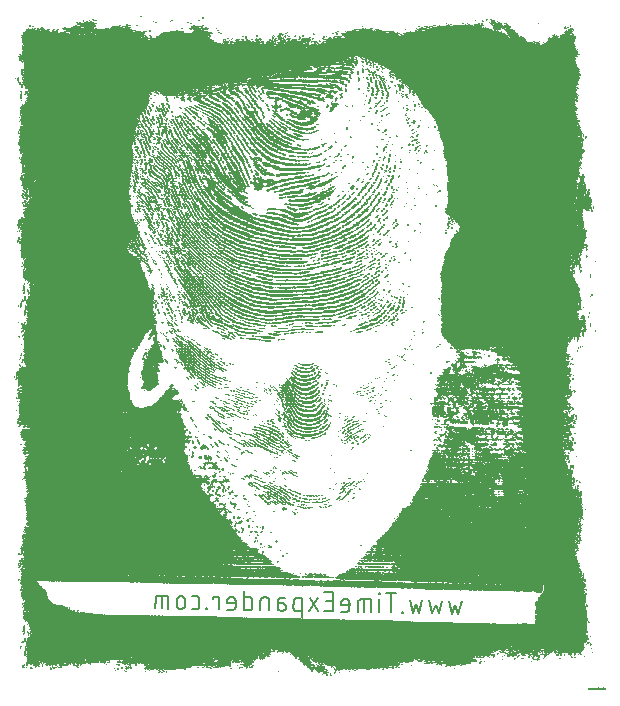
<source format=gbr>
G04 EAGLE Gerber RS-274X export*
G75*
%MOMM*%
%FSLAX34Y34*%
%LPD*%
%INSilkscreen Bottom*%
%IPPOS*%
%AMOC8*
5,1,8,0,0,1.08239X$1,22.5*%
G01*
%ADD10C,0.152400*%
%ADD11R,0.150000X0.050000*%
%ADD12R,0.100000X0.050000*%
%ADD13R,0.050000X0.050000*%
%ADD14R,0.400000X0.050000*%
%ADD15R,0.350000X0.050000*%
%ADD16R,0.200000X0.050000*%
%ADD17R,0.850000X0.050000*%
%ADD18R,0.650000X0.050000*%
%ADD19R,0.250000X0.050000*%
%ADD20R,0.750000X0.050000*%
%ADD21R,0.550000X0.050000*%
%ADD22R,1.050000X0.050000*%
%ADD23R,1.700000X0.050000*%
%ADD24R,0.300000X0.050000*%
%ADD25R,0.900000X0.050000*%
%ADD26R,0.950000X0.050000*%
%ADD27R,2.750000X0.050000*%
%ADD28R,1.400000X0.050000*%
%ADD29R,1.550000X0.050000*%
%ADD30R,1.450000X0.050000*%
%ADD31R,0.600000X0.050000*%
%ADD32R,2.900000X0.050000*%
%ADD33R,0.450000X0.050000*%
%ADD34R,1.250000X0.050000*%
%ADD35R,0.700000X0.050000*%
%ADD36R,4.250000X0.050000*%
%ADD37R,1.000000X0.050000*%
%ADD38R,2.800000X0.050000*%
%ADD39R,4.350000X0.050000*%
%ADD40R,3.950000X0.050000*%
%ADD41R,5.150000X0.050000*%
%ADD42R,2.200000X0.050000*%
%ADD43R,1.800000X0.050000*%
%ADD44R,0.800000X0.050000*%
%ADD45R,5.850000X0.050000*%
%ADD46R,1.150000X0.050000*%
%ADD47R,5.550000X0.050000*%
%ADD48R,6.350000X0.050000*%
%ADD49R,1.500000X0.050000*%
%ADD50R,1.350000X0.050000*%
%ADD51R,3.600000X0.050000*%
%ADD52R,5.800000X0.050000*%
%ADD53R,3.100000X0.050000*%
%ADD54R,2.700000X0.050000*%
%ADD55R,6.450000X0.050000*%
%ADD56R,1.650000X0.050000*%
%ADD57R,0.500000X0.050000*%
%ADD58R,5.050000X0.050000*%
%ADD59R,1.600000X0.050000*%
%ADD60R,1.100000X0.050000*%
%ADD61R,6.300000X0.050000*%
%ADD62R,1.300000X0.050000*%
%ADD63R,1.900000X0.050000*%
%ADD64R,1.950000X0.050000*%
%ADD65R,6.800000X0.050000*%
%ADD66R,2.000000X0.050000*%
%ADD67R,2.100000X0.050000*%
%ADD68R,8.100000X0.050000*%
%ADD69R,5.700000X0.050000*%
%ADD70R,1.200000X0.050000*%
%ADD71R,2.950000X0.050000*%
%ADD72R,7.550000X0.050000*%
%ADD73R,6.100000X0.050000*%
%ADD74R,8.600000X0.050000*%
%ADD75R,6.200000X0.050000*%
%ADD76R,2.050000X0.050000*%
%ADD77R,4.900000X0.050000*%
%ADD78R,4.700000X0.050000*%
%ADD79R,8.650000X0.050000*%
%ADD80R,7.500000X0.050000*%
%ADD81R,2.150000X0.050000*%
%ADD82R,4.800000X0.050000*%
%ADD83R,8.500000X0.050000*%
%ADD84R,13.600000X0.050000*%
%ADD85R,4.200000X0.050000*%
%ADD86R,3.800000X0.050000*%
%ADD87R,8.850000X0.050000*%
%ADD88R,3.750000X0.050000*%
%ADD89R,11.500000X0.050000*%
%ADD90R,4.500000X0.050000*%
%ADD91R,9.000000X0.050000*%
%ADD92R,6.950000X0.050000*%
%ADD93R,5.000000X0.050000*%
%ADD94R,8.900000X0.050000*%
%ADD95R,10.750000X0.050000*%
%ADD96R,8.750000X0.050000*%
%ADD97R,13.850000X0.050000*%
%ADD98R,19.600000X0.050000*%
%ADD99R,14.100000X0.050000*%
%ADD100R,16.200000X0.050000*%
%ADD101R,20.550000X0.050000*%
%ADD102R,15.850000X0.050000*%
%ADD103R,15.900000X0.050000*%
%ADD104R,20.600000X0.050000*%
%ADD105R,16.850000X0.050000*%
%ADD106R,20.650000X0.050000*%
%ADD107R,16.950000X0.050000*%
%ADD108R,20.050000X0.050000*%
%ADD109R,17.200000X0.050000*%
%ADD110R,17.050000X0.050000*%
%ADD111R,17.000000X0.050000*%
%ADD112R,20.700000X0.050000*%
%ADD113R,17.600000X0.050000*%
%ADD114R,20.950000X0.050000*%
%ADD115R,18.700000X0.050000*%
%ADD116R,20.800000X0.050000*%
%ADD117R,3.050000X0.050000*%
%ADD118R,18.800000X0.050000*%
%ADD119R,2.250000X0.050000*%
%ADD120R,19.800000X0.050000*%
%ADD121R,3.350000X0.050000*%
%ADD122R,40.950000X0.050000*%
%ADD123R,5.250000X0.050000*%
%ADD124R,40.900000X0.050000*%
%ADD125R,47.200000X0.050000*%
%ADD126R,6.150000X0.050000*%
%ADD127R,41.000000X0.050000*%
%ADD128R,47.000000X0.050000*%
%ADD129R,47.050000X0.050000*%
%ADD130R,6.500000X0.050000*%
%ADD131R,40.550000X0.050000*%
%ADD132R,6.600000X0.050000*%
%ADD133R,40.850000X0.050000*%
%ADD134R,47.550000X0.050000*%
%ADD135R,47.450000X0.050000*%
%ADD136R,47.350000X0.050000*%
%ADD137R,47.300000X0.050000*%
%ADD138R,47.250000X0.050000*%
%ADD139R,46.950000X0.050000*%
%ADD140R,47.100000X0.050000*%
%ADD141R,47.150000X0.050000*%
%ADD142R,46.850000X0.050000*%
%ADD143R,6.250000X0.050000*%
%ADD144R,4.450000X0.050000*%
%ADD145R,38.900000X0.050000*%
%ADD146R,37.300000X0.050000*%
%ADD147R,4.400000X0.050000*%
%ADD148R,35.950000X0.050000*%
%ADD149R,34.150000X0.050000*%
%ADD150R,32.550000X0.050000*%
%ADD151R,30.750000X0.050000*%
%ADD152R,28.600000X0.050000*%
%ADD153R,26.550000X0.050000*%
%ADD154R,24.650000X0.050000*%
%ADD155R,23.150000X0.050000*%
%ADD156R,18.650000X0.050000*%
%ADD157R,16.450000X0.050000*%
%ADD158R,13.800000X0.050000*%
%ADD159R,8.550000X0.050000*%
%ADD160R,4.300000X0.050000*%
%ADD161R,6.550000X0.050000*%
%ADD162R,5.900000X0.050000*%
%ADD163R,4.150000X0.050000*%
%ADD164R,3.900000X0.050000*%
%ADD165R,3.850000X0.050000*%
%ADD166R,3.650000X0.050000*%
%ADD167R,3.400000X0.050000*%
%ADD168R,3.250000X0.050000*%
%ADD169R,2.500000X0.050000*%
%ADD170R,2.400000X0.050000*%
%ADD171R,2.350000X0.050000*%
%ADD172R,2.300000X0.050000*%
%ADD173R,4.100000X0.050000*%
%ADD174R,4.050000X0.050000*%
%ADD175R,4.000000X0.050000*%
%ADD176R,3.550000X0.050000*%
%ADD177R,3.500000X0.050000*%
%ADD178R,3.450000X0.050000*%
%ADD179R,6.750000X0.050000*%
%ADD180R,8.350000X0.050000*%
%ADD181R,1.850000X0.050000*%
%ADD182R,9.100000X0.050000*%
%ADD183R,1.750000X0.050000*%
%ADD184R,12.950000X0.050000*%
%ADD185R,17.100000X0.050000*%
%ADD186R,18.100000X0.050000*%
%ADD187R,3.000000X0.050000*%
%ADD188R,19.450000X0.050000*%
%ADD189R,9.600000X0.050000*%
%ADD190R,9.250000X0.050000*%
%ADD191R,9.150000X0.050000*%
%ADD192R,11.450000X0.050000*%
%ADD193R,15.150000X0.050000*%
%ADD194R,12.600000X0.050000*%
%ADD195R,5.350000X0.050000*%
%ADD196R,18.900000X0.050000*%
%ADD197R,13.650000X0.050000*%
%ADD198R,25.350000X0.050000*%
%ADD199R,14.650000X0.050000*%
%ADD200R,15.700000X0.050000*%
%ADD201R,24.100000X0.050000*%
%ADD202R,18.300000X0.050000*%
%ADD203R,22.600000X0.050000*%
%ADD204R,20.000000X0.050000*%
%ADD205R,20.750000X0.050000*%
%ADD206R,18.750000X0.050000*%
%ADD207R,20.900000X0.050000*%
%ADD208R,16.350000X0.050000*%
%ADD209R,13.150000X0.050000*%
%ADD210R,7.100000X0.050000*%
%ADD211R,11.650000X0.050000*%
%ADD212R,11.850000X0.050000*%
%ADD213R,11.100000X0.050000*%
%ADD214R,9.050000X0.050000*%
%ADD215R,8.800000X0.050000*%
%ADD216R,8.000000X0.050000*%
%ADD217R,23.000000X0.050000*%
%ADD218R,15.450000X0.050000*%
%ADD219R,22.800000X0.050000*%
%ADD220R,15.250000X0.050000*%
%ADD221R,22.700000X0.050000*%
%ADD222R,15.200000X0.050000*%
%ADD223R,22.500000X0.050000*%
%ADD224R,15.750000X0.050000*%
%ADD225R,16.000000X0.050000*%
%ADD226R,19.050000X0.050000*%
%ADD227R,16.250000X0.050000*%
%ADD228R,18.950000X0.050000*%
%ADD229R,18.600000X0.050000*%
%ADD230R,22.000000X0.050000*%
%ADD231R,3.150000X0.050000*%
%ADD232R,21.000000X0.050000*%
%ADD233R,15.800000X0.050000*%
%ADD234R,15.300000X0.050000*%
%ADD235R,18.350000X0.050000*%
%ADD236R,21.650000X0.050000*%
%ADD237R,15.400000X0.050000*%
%ADD238R,21.800000X0.050000*%
%ADD239R,20.100000X0.050000*%
%ADD240R,17.800000X0.050000*%
%ADD241R,16.750000X0.050000*%
%ADD242R,13.500000X0.050000*%
%ADD243R,6.850000X0.050000*%
%ADD244R,13.000000X0.050000*%
%ADD245R,15.550000X0.050000*%
%ADD246R,15.500000X0.050000*%
%ADD247R,21.300000X0.050000*%
%ADD248R,21.050000X0.050000*%
%ADD249R,18.000000X0.050000*%
%ADD250R,18.150000X0.050000*%
%ADD251R,18.050000X0.050000*%
%ADD252R,17.450000X0.050000*%
%ADD253R,17.150000X0.050000*%
%ADD254R,14.750000X0.050000*%
%ADD255R,20.450000X0.050000*%
%ADD256R,14.900000X0.050000*%
%ADD257R,20.250000X0.050000*%
%ADD258R,19.150000X0.050000*%
%ADD259R,18.250000X0.050000*%
%ADD260R,17.700000X0.050000*%
%ADD261R,19.850000X0.050000*%
%ADD262R,17.650000X0.050000*%
%ADD263R,17.350000X0.050000*%
%ADD264R,19.900000X0.050000*%
%ADD265R,16.300000X0.050000*%
%ADD266R,19.100000X0.050000*%
%ADD267R,19.000000X0.050000*%
%ADD268R,16.700000X0.050000*%
%ADD269R,16.900000X0.050000*%
%ADD270R,16.800000X0.050000*%
%ADD271R,18.450000X0.050000*%
%ADD272R,18.550000X0.050000*%
%ADD273R,18.400000X0.050000*%
%ADD274R,12.400000X0.050000*%
%ADD275R,18.200000X0.050000*%
%ADD276R,12.350000X0.050000*%
%ADD277R,18.500000X0.050000*%
%ADD278R,16.500000X0.050000*%
%ADD279R,16.400000X0.050000*%
%ADD280R,15.950000X0.050000*%
%ADD281R,13.400000X0.050000*%
%ADD282R,2.850000X0.050000*%
%ADD283R,17.750000X0.050000*%
%ADD284R,17.900000X0.050000*%
%ADD285R,9.550000X0.050000*%
%ADD286R,9.650000X0.050000*%
%ADD287R,6.400000X0.050000*%
%ADD288R,4.750000X0.050000*%
%ADD289R,4.600000X0.050000*%
%ADD290R,11.400000X0.050000*%
%ADD291R,16.150000X0.050000*%
%ADD292R,16.100000X0.050000*%
%ADD293R,15.600000X0.050000*%
%ADD294R,17.250000X0.050000*%
%ADD295R,7.250000X0.050000*%
%ADD296R,8.450000X0.050000*%
%ADD297R,17.500000X0.050000*%
%ADD298R,7.700000X0.050000*%
%ADD299R,5.200000X0.050000*%
%ADD300R,10.100000X0.050000*%
%ADD301R,15.650000X0.050000*%
%ADD302R,15.350000X0.050000*%
%ADD303R,6.700000X0.050000*%
%ADD304R,11.250000X0.050000*%
%ADD305R,16.550000X0.050000*%
%ADD306R,6.000000X0.050000*%
%ADD307R,10.300000X0.050000*%
%ADD308R,11.550000X0.050000*%
%ADD309R,3.300000X0.050000*%
%ADD310R,11.950000X0.050000*%
%ADD311R,15.100000X0.050000*%
%ADD312R,16.050000X0.050000*%
%ADD313R,7.050000X0.050000*%
%ADD314R,8.400000X0.050000*%
%ADD315R,2.650000X0.050000*%
%ADD316R,14.450000X0.050000*%
%ADD317R,12.500000X0.050000*%
%ADD318R,5.100000X0.050000*%
%ADD319R,14.400000X0.050000*%
%ADD320R,7.150000X0.050000*%
%ADD321R,14.350000X0.050000*%
%ADD322R,12.750000X0.050000*%
%ADD323R,12.800000X0.050000*%
%ADD324R,12.850000X0.050000*%
%ADD325R,6.650000X0.050000*%
%ADD326R,15.050000X0.050000*%
%ADD327R,14.950000X0.050000*%
%ADD328R,14.850000X0.050000*%
%ADD329R,6.900000X0.050000*%
%ADD330R,5.950000X0.050000*%
%ADD331R,7.200000X0.050000*%
%ADD332R,14.800000X0.050000*%
%ADD333R,14.700000X0.050000*%
%ADD334R,5.750000X0.050000*%
%ADD335R,2.450000X0.050000*%
%ADD336R,14.600000X0.050000*%
%ADD337R,5.650000X0.050000*%
%ADD338R,3.200000X0.050000*%
%ADD339R,14.300000X0.050000*%
%ADD340R,14.250000X0.050000*%
%ADD341R,14.200000X0.050000*%
%ADD342R,8.300000X0.050000*%
%ADD343R,8.200000X0.050000*%
%ADD344R,7.950000X0.050000*%
%ADD345R,13.900000X0.050000*%
%ADD346R,9.900000X0.050000*%
%ADD347R,13.750000X0.050000*%
%ADD348R,3.700000X0.050000*%
%ADD349R,7.450000X0.050000*%
%ADD350R,11.800000X0.050000*%
%ADD351R,9.450000X0.050000*%
%ADD352R,9.750000X0.050000*%
%ADD353R,4.850000X0.050000*%
%ADD354R,7.650000X0.050000*%
%ADD355R,9.500000X0.050000*%
%ADD356R,4.950000X0.050000*%
%ADD357R,10.250000X0.050000*%
%ADD358R,9.300000X0.050000*%
%ADD359R,9.700000X0.050000*%
%ADD360R,13.300000X0.050000*%
%ADD361R,13.350000X0.050000*%
%ADD362R,13.200000X0.050000*%
%ADD363R,9.950000X0.050000*%
%ADD364R,2.550000X0.050000*%
%ADD365R,8.950000X0.050000*%
%ADD366R,10.350000X0.050000*%
%ADD367R,10.400000X0.050000*%
%ADD368R,13.450000X0.050000*%
%ADD369R,13.550000X0.050000*%
%ADD370R,13.950000X0.050000*%
%ADD371R,14.150000X0.050000*%
%ADD372R,13.700000X0.050000*%
%ADD373R,14.000000X0.050000*%
%ADD374R,12.900000X0.050000*%
%ADD375R,13.050000X0.050000*%
%ADD376R,14.050000X0.050000*%
%ADD377R,5.600000X0.050000*%
%ADD378R,4.550000X0.050000*%
%ADD379R,4.650000X0.050000*%
%ADD380R,10.150000X0.050000*%
%ADD381R,10.000000X0.050000*%
%ADD382R,9.800000X0.050000*%
%ADD383R,2.600000X0.050000*%
%ADD384R,9.400000X0.050000*%
%ADD385R,9.350000X0.050000*%
%ADD386R,9.200000X0.050000*%
%ADD387R,5.300000X0.050000*%
%ADD388R,7.750000X0.050000*%
%ADD389R,7.850000X0.050000*%
%ADD390R,5.450000X0.050000*%
%ADD391R,6.050000X0.050000*%
%ADD392R,5.400000X0.050000*%
%ADD393R,9.850000X0.050000*%
%ADD394R,10.050000X0.050000*%
%ADD395R,10.200000X0.050000*%
%ADD396R,10.450000X0.050000*%
%ADD397R,10.550000X0.050000*%
%ADD398R,10.600000X0.050000*%
%ADD399R,10.650000X0.050000*%
%ADD400R,10.500000X0.050000*%
%ADD401R,11.600000X0.050000*%
%ADD402R,11.700000X0.050000*%
%ADD403R,11.900000X0.050000*%
%ADD404R,12.150000X0.050000*%
%ADD405R,10.850000X0.050000*%
%ADD406R,11.000000X0.050000*%
%ADD407R,12.050000X0.050000*%
%ADD408R,11.300000X0.050000*%
%ADD409R,10.900000X0.050000*%
%ADD410R,12.100000X0.050000*%
%ADD411R,12.200000X0.050000*%
%ADD412R,10.950000X0.050000*%
%ADD413R,10.800000X0.050000*%
%ADD414R,10.700000X0.050000*%
%ADD415R,11.750000X0.050000*%
%ADD416R,11.350000X0.050000*%
%ADD417R,11.200000X0.050000*%
%ADD418R,11.150000X0.050000*%
%ADD419R,11.050000X0.050000*%
%ADD420R,8.700000X0.050000*%
%ADD421R,8.250000X0.050000*%
%ADD422R,8.050000X0.050000*%
%ADD423R,12.000000X0.050000*%
%ADD424R,12.300000X0.050000*%
%ADD425R,12.700000X0.050000*%
%ADD426R,12.650000X0.050000*%
%ADD427R,13.100000X0.050000*%
%ADD428R,14.550000X0.050000*%
%ADD429R,17.550000X0.050000*%
%ADD430R,15.000000X0.050000*%
%ADD431R,26.100000X0.050000*%
%ADD432R,19.350000X0.050000*%
%ADD433R,20.200000X0.050000*%
%ADD434R,20.500000X0.050000*%
%ADD435R,21.100000X0.050000*%
%ADD436R,21.350000X0.050000*%
%ADD437R,21.950000X0.050000*%
%ADD438R,22.050000X0.050000*%
%ADD439R,22.250000X0.050000*%
%ADD440R,22.650000X0.050000*%
%ADD441R,22.850000X0.050000*%
%ADD442R,23.250000X0.050000*%
%ADD443R,23.400000X0.050000*%
%ADD444R,24.300000X0.050000*%
%ADD445R,23.750000X0.050000*%
%ADD446R,24.250000X0.050000*%
%ADD447R,24.200000X0.050000*%
%ADD448R,24.600000X0.050000*%
%ADD449R,24.700000X0.050000*%
%ADD450R,27.800000X0.050000*%
%ADD451R,25.400000X0.050000*%
%ADD452R,25.550000X0.050000*%
%ADD453R,26.500000X0.050000*%
%ADD454R,27.050000X0.050000*%
%ADD455R,17.300000X0.050000*%
%ADD456R,26.400000X0.050000*%
%ADD457R,27.300000X0.050000*%
%ADD458R,27.700000X0.050000*%
%ADD459R,27.950000X0.050000*%
%ADD460R,17.850000X0.050000*%
%ADD461R,27.750000X0.050000*%
%ADD462R,27.900000X0.050000*%
%ADD463R,28.450000X0.050000*%
%ADD464R,28.400000X0.050000*%
%ADD465R,28.650000X0.050000*%
%ADD466R,46.700000X0.050000*%
%ADD467R,46.900000X0.050000*%
%ADD468R,24.050000X0.050000*%
%ADD469R,22.750000X0.050000*%
%ADD470R,21.200000X0.050000*%
%ADD471R,21.250000X0.050000*%
%ADD472R,14.500000X0.050000*%
%ADD473C,0.000000*%


D10*
X459181Y184331D02*
X456283Y173542D01*
X453700Y180813D01*
X450865Y173637D01*
X448345Y184520D01*
X442510Y184622D02*
X439612Y173833D01*
X437029Y181104D01*
X434194Y173928D01*
X431674Y184811D01*
X425839Y184913D02*
X422941Y174124D01*
X420358Y181395D01*
X417523Y174219D01*
X415004Y185102D01*
X409238Y175267D02*
X409223Y174364D01*
X409238Y175267D02*
X408335Y175283D01*
X408320Y174380D01*
X409223Y174364D01*
X398873Y174544D02*
X399157Y190798D01*
X403671Y190719D02*
X394642Y190877D01*
X389164Y185553D02*
X388975Y174717D01*
X389694Y190060D02*
X389710Y190963D01*
X388807Y190979D01*
X388791Y190076D01*
X389694Y190060D01*
X382079Y185677D02*
X381889Y174841D01*
X382079Y185677D02*
X373952Y185818D01*
X373851Y185817D01*
X373750Y185814D01*
X373649Y185806D01*
X373548Y185794D01*
X373448Y185779D01*
X373348Y185760D01*
X373250Y185738D01*
X373152Y185711D01*
X373055Y185681D01*
X372959Y185648D01*
X372865Y185610D01*
X372772Y185570D01*
X372681Y185526D01*
X372592Y185478D01*
X372504Y185428D01*
X372418Y185374D01*
X372335Y185316D01*
X372253Y185256D01*
X372174Y185193D01*
X372097Y185127D01*
X372023Y185058D01*
X371952Y184986D01*
X371883Y184912D01*
X371817Y184835D01*
X371754Y184755D01*
X371694Y184674D01*
X371637Y184590D01*
X371583Y184504D01*
X371532Y184416D01*
X371485Y184327D01*
X371441Y184235D01*
X371401Y184143D01*
X371364Y184048D01*
X371331Y183953D01*
X371301Y183856D01*
X371275Y183758D01*
X371252Y183659D01*
X371234Y183559D01*
X371219Y183459D01*
X371208Y183359D01*
X371200Y183258D01*
X371196Y183156D01*
X371196Y183157D02*
X371054Y175030D01*
X376472Y174935D02*
X376661Y185771D01*
X361225Y175202D02*
X356710Y175280D01*
X361225Y175201D02*
X361329Y175202D01*
X361432Y175206D01*
X361536Y175214D01*
X361639Y175226D01*
X361741Y175242D01*
X361843Y175262D01*
X361944Y175286D01*
X362044Y175313D01*
X362143Y175345D01*
X362241Y175380D01*
X362337Y175419D01*
X362431Y175462D01*
X362524Y175508D01*
X362615Y175558D01*
X362705Y175611D01*
X362792Y175667D01*
X362876Y175727D01*
X362959Y175790D01*
X363039Y175856D01*
X363116Y175926D01*
X363191Y175998D01*
X363263Y176073D01*
X363332Y176150D01*
X363397Y176230D01*
X363460Y176313D01*
X363520Y176398D01*
X363576Y176485D01*
X363629Y176575D01*
X363678Y176666D01*
X363724Y176759D01*
X363767Y176854D01*
X363805Y176950D01*
X363840Y177048D01*
X363871Y177147D01*
X363899Y177247D01*
X363922Y177348D01*
X363942Y177450D01*
X363957Y177552D01*
X363969Y177655D01*
X363977Y177759D01*
X363981Y177863D01*
X364060Y182378D01*
X364059Y182378D02*
X364060Y182497D01*
X364056Y182617D01*
X364048Y182736D01*
X364036Y182855D01*
X364021Y182973D01*
X364001Y183091D01*
X363978Y183208D01*
X363950Y183324D01*
X363919Y183440D01*
X363884Y183554D01*
X363846Y183667D01*
X363803Y183779D01*
X363757Y183889D01*
X363707Y183998D01*
X363654Y184104D01*
X363597Y184210D01*
X363537Y184313D01*
X363474Y184414D01*
X363407Y184513D01*
X363337Y184609D01*
X363263Y184704D01*
X363187Y184796D01*
X363108Y184885D01*
X363025Y184972D01*
X362940Y185055D01*
X362853Y185136D01*
X362762Y185214D01*
X362669Y185289D01*
X362574Y185361D01*
X362476Y185430D01*
X362376Y185495D01*
X362274Y185557D01*
X362170Y185616D01*
X362064Y185671D01*
X361956Y185723D01*
X361847Y185771D01*
X361736Y185815D01*
X361624Y185856D01*
X361510Y185893D01*
X361396Y185926D01*
X361280Y185956D01*
X361163Y185981D01*
X361046Y186003D01*
X360928Y186021D01*
X360809Y186035D01*
X360690Y186045D01*
X360571Y186051D01*
X360451Y186053D01*
X360332Y186051D01*
X360213Y186045D01*
X360094Y186036D01*
X359975Y186022D01*
X359857Y186004D01*
X359739Y185983D01*
X359623Y185957D01*
X359507Y185928D01*
X359392Y185895D01*
X359278Y185858D01*
X359166Y185818D01*
X359055Y185774D01*
X358946Y185726D01*
X358838Y185674D01*
X358732Y185619D01*
X358628Y185561D01*
X358526Y185499D01*
X358425Y185434D01*
X358328Y185365D01*
X358232Y185293D01*
X358139Y185219D01*
X358048Y185141D01*
X357960Y185060D01*
X357875Y184976D01*
X357793Y184890D01*
X357713Y184801D01*
X357637Y184709D01*
X357563Y184615D01*
X357493Y184518D01*
X357426Y184419D01*
X357362Y184318D01*
X357302Y184215D01*
X357245Y184110D01*
X357191Y184004D01*
X357142Y183895D01*
X357095Y183785D01*
X357053Y183673D01*
X357014Y183560D01*
X356979Y183446D01*
X356947Y183331D01*
X356920Y183215D01*
X356896Y183098D01*
X356876Y182980D01*
X356861Y182861D01*
X356849Y182743D01*
X356841Y182623D01*
X356837Y182504D01*
X356836Y182504D02*
X356805Y180698D01*
X364028Y180572D01*
X349699Y175403D02*
X342475Y175529D01*
X349699Y175403D02*
X349983Y191656D01*
X342759Y191782D01*
X344439Y184527D02*
X349857Y184432D01*
X337365Y175618D02*
X330330Y186580D01*
X337554Y186454D02*
X330141Y175744D01*
X323652Y170438D02*
X323936Y186691D01*
X319421Y186770D01*
X319317Y186769D01*
X319214Y186765D01*
X319110Y186757D01*
X319007Y186745D01*
X318905Y186729D01*
X318803Y186709D01*
X318702Y186685D01*
X318602Y186658D01*
X318503Y186626D01*
X318405Y186591D01*
X318309Y186552D01*
X318215Y186509D01*
X318122Y186463D01*
X318031Y186413D01*
X317941Y186360D01*
X317854Y186304D01*
X317770Y186244D01*
X317687Y186181D01*
X317607Y186115D01*
X317530Y186045D01*
X317455Y185973D01*
X317383Y185898D01*
X317314Y185821D01*
X317249Y185741D01*
X317186Y185658D01*
X317126Y185573D01*
X317070Y185486D01*
X317017Y185396D01*
X316968Y185305D01*
X316922Y185212D01*
X316879Y185117D01*
X316841Y185021D01*
X316806Y184923D01*
X316775Y184824D01*
X316747Y184724D01*
X316724Y184623D01*
X316704Y184521D01*
X316689Y184419D01*
X316677Y184316D01*
X316669Y184212D01*
X316665Y184108D01*
X316665Y184109D02*
X316570Y178691D01*
X316570Y178690D02*
X316571Y178589D01*
X316574Y178488D01*
X316582Y178387D01*
X316594Y178286D01*
X316609Y178186D01*
X316628Y178086D01*
X316650Y177988D01*
X316677Y177890D01*
X316707Y177793D01*
X316740Y177697D01*
X316778Y177603D01*
X316818Y177510D01*
X316862Y177419D01*
X316910Y177330D01*
X316960Y177242D01*
X317014Y177156D01*
X317072Y177073D01*
X317132Y176991D01*
X317195Y176912D01*
X317261Y176835D01*
X317330Y176761D01*
X317402Y176690D01*
X317476Y176621D01*
X317553Y176555D01*
X317633Y176492D01*
X317714Y176432D01*
X317798Y176375D01*
X317884Y176321D01*
X317972Y176270D01*
X318061Y176223D01*
X318153Y176179D01*
X318245Y176139D01*
X318340Y176102D01*
X318435Y176069D01*
X318532Y176039D01*
X318630Y176013D01*
X318729Y175990D01*
X318829Y175972D01*
X318929Y175957D01*
X319029Y175946D01*
X319131Y175938D01*
X319232Y175934D01*
X323747Y175856D01*
X307298Y182465D02*
X303235Y182536D01*
X307298Y182466D02*
X307410Y182462D01*
X307521Y182454D01*
X307632Y182442D01*
X307742Y182426D01*
X307852Y182407D01*
X307961Y182383D01*
X308070Y182356D01*
X308177Y182325D01*
X308283Y182290D01*
X308387Y182252D01*
X308491Y182209D01*
X308592Y182164D01*
X308692Y182114D01*
X308791Y182061D01*
X308887Y182005D01*
X308981Y181945D01*
X309073Y181882D01*
X309163Y181816D01*
X309251Y181747D01*
X309335Y181674D01*
X309418Y181599D01*
X309497Y181521D01*
X309574Y181440D01*
X309648Y181356D01*
X309719Y181270D01*
X309787Y181181D01*
X309851Y181091D01*
X309913Y180997D01*
X309971Y180902D01*
X310026Y180805D01*
X310077Y180706D01*
X310124Y180605D01*
X310168Y180502D01*
X310209Y180398D01*
X310246Y180293D01*
X310279Y180186D01*
X310308Y180079D01*
X310333Y179970D01*
X310355Y179861D01*
X310372Y179750D01*
X310386Y179640D01*
X310396Y179529D01*
X310402Y179417D01*
X310404Y179306D01*
X310402Y179194D01*
X310396Y179083D01*
X310386Y178972D01*
X310373Y178861D01*
X310355Y178751D01*
X310334Y178641D01*
X310308Y178532D01*
X310279Y178425D01*
X310246Y178318D01*
X310209Y178213D01*
X310169Y178109D01*
X310125Y178006D01*
X310077Y177905D01*
X310026Y177806D01*
X309971Y177709D01*
X309913Y177614D01*
X309852Y177520D01*
X309788Y177430D01*
X309720Y177341D01*
X309649Y177255D01*
X309575Y177171D01*
X309498Y177090D01*
X309419Y177012D01*
X309336Y176937D01*
X309252Y176864D01*
X309164Y176795D01*
X309074Y176729D01*
X308982Y176666D01*
X308888Y176606D01*
X308792Y176549D01*
X308694Y176496D01*
X308594Y176447D01*
X308492Y176401D01*
X308389Y176359D01*
X308284Y176320D01*
X308178Y176285D01*
X308071Y176254D01*
X307963Y176227D01*
X307853Y176204D01*
X307744Y176184D01*
X307633Y176168D01*
X307522Y176156D01*
X307411Y176148D01*
X307299Y176145D01*
X307188Y176144D01*
X307188Y176145D02*
X303124Y176216D01*
X303266Y184342D01*
X303270Y184444D01*
X303278Y184545D01*
X303289Y184645D01*
X303304Y184745D01*
X303322Y184845D01*
X303345Y184944D01*
X303371Y185042D01*
X303401Y185139D01*
X303434Y185234D01*
X303471Y185329D01*
X303511Y185421D01*
X303555Y185513D01*
X303602Y185602D01*
X303653Y185690D01*
X303707Y185776D01*
X303764Y185860D01*
X303824Y185941D01*
X303887Y186021D01*
X303953Y186098D01*
X304022Y186172D01*
X304093Y186244D01*
X304167Y186313D01*
X304244Y186379D01*
X304323Y186442D01*
X304405Y186502D01*
X304488Y186560D01*
X304574Y186614D01*
X304662Y186664D01*
X304751Y186712D01*
X304842Y186756D01*
X304935Y186797D01*
X305029Y186834D01*
X305125Y186867D01*
X305222Y186897D01*
X305320Y186924D01*
X305418Y186946D01*
X305518Y186965D01*
X305618Y186980D01*
X305719Y186992D01*
X305820Y187000D01*
X305921Y187003D01*
X306022Y187004D01*
X309634Y186941D01*
X295877Y187181D02*
X295688Y176345D01*
X295877Y187181D02*
X291362Y187260D01*
X291258Y187259D01*
X291155Y187255D01*
X291051Y187247D01*
X290948Y187235D01*
X290846Y187219D01*
X290744Y187199D01*
X290643Y187175D01*
X290543Y187148D01*
X290444Y187116D01*
X290346Y187081D01*
X290250Y187042D01*
X290156Y186999D01*
X290063Y186953D01*
X289972Y186903D01*
X289882Y186850D01*
X289795Y186794D01*
X289711Y186734D01*
X289628Y186671D01*
X289548Y186605D01*
X289471Y186535D01*
X289396Y186463D01*
X289324Y186388D01*
X289255Y186311D01*
X289190Y186231D01*
X289127Y186148D01*
X289067Y186063D01*
X289011Y185976D01*
X288958Y185886D01*
X288909Y185795D01*
X288863Y185702D01*
X288820Y185607D01*
X288782Y185511D01*
X288747Y185413D01*
X288716Y185314D01*
X288688Y185214D01*
X288665Y185113D01*
X288645Y185011D01*
X288630Y184909D01*
X288618Y184806D01*
X288610Y184702D01*
X288606Y184598D01*
X288464Y176471D01*
X274472Y176716D02*
X274755Y192969D01*
X274472Y176716D02*
X278987Y176637D01*
X279091Y176638D01*
X279194Y176642D01*
X279298Y176650D01*
X279401Y176662D01*
X279503Y176678D01*
X279605Y176698D01*
X279706Y176722D01*
X279806Y176749D01*
X279905Y176781D01*
X280003Y176816D01*
X280099Y176855D01*
X280193Y176898D01*
X280286Y176944D01*
X280377Y176994D01*
X280467Y177047D01*
X280554Y177103D01*
X280638Y177163D01*
X280721Y177226D01*
X280801Y177292D01*
X280878Y177362D01*
X280953Y177434D01*
X281025Y177509D01*
X281094Y177586D01*
X281159Y177666D01*
X281222Y177749D01*
X281282Y177834D01*
X281338Y177921D01*
X281391Y178011D01*
X281440Y178102D01*
X281486Y178195D01*
X281529Y178290D01*
X281567Y178386D01*
X281602Y178484D01*
X281633Y178583D01*
X281661Y178683D01*
X281684Y178784D01*
X281704Y178886D01*
X281719Y178988D01*
X281731Y179091D01*
X281739Y179195D01*
X281743Y179299D01*
X281743Y179298D02*
X281837Y184716D01*
X281837Y184717D02*
X281836Y184818D01*
X281833Y184919D01*
X281825Y185020D01*
X281813Y185121D01*
X281798Y185221D01*
X281779Y185321D01*
X281757Y185419D01*
X281730Y185517D01*
X281700Y185614D01*
X281667Y185710D01*
X281629Y185804D01*
X281589Y185897D01*
X281545Y185988D01*
X281497Y186077D01*
X281447Y186165D01*
X281393Y186251D01*
X281335Y186334D01*
X281275Y186416D01*
X281212Y186495D01*
X281146Y186572D01*
X281077Y186646D01*
X281005Y186717D01*
X280931Y186786D01*
X280854Y186852D01*
X280774Y186915D01*
X280693Y186975D01*
X280609Y187032D01*
X280523Y187086D01*
X280435Y187137D01*
X280346Y187184D01*
X280254Y187228D01*
X280162Y187268D01*
X280067Y187305D01*
X279972Y187338D01*
X279875Y187368D01*
X279777Y187394D01*
X279678Y187417D01*
X279578Y187435D01*
X279478Y187450D01*
X279378Y187461D01*
X279277Y187469D01*
X279175Y187473D01*
X279176Y187473D02*
X274661Y187551D01*
X264847Y176884D02*
X260332Y176962D01*
X264848Y176884D02*
X264952Y176885D01*
X265055Y176889D01*
X265159Y176897D01*
X265262Y176909D01*
X265364Y176925D01*
X265466Y176945D01*
X265567Y176969D01*
X265667Y176996D01*
X265766Y177028D01*
X265864Y177063D01*
X265960Y177102D01*
X266054Y177145D01*
X266147Y177191D01*
X266238Y177241D01*
X266328Y177294D01*
X266415Y177350D01*
X266499Y177410D01*
X266582Y177473D01*
X266662Y177539D01*
X266739Y177609D01*
X266814Y177681D01*
X266886Y177756D01*
X266955Y177833D01*
X267020Y177913D01*
X267083Y177996D01*
X267143Y178081D01*
X267199Y178168D01*
X267252Y178258D01*
X267301Y178349D01*
X267347Y178442D01*
X267390Y178537D01*
X267428Y178633D01*
X267463Y178731D01*
X267494Y178830D01*
X267522Y178930D01*
X267545Y179031D01*
X267565Y179133D01*
X267580Y179235D01*
X267592Y179338D01*
X267600Y179442D01*
X267604Y179546D01*
X267604Y179545D02*
X267682Y184060D01*
X267681Y184060D02*
X267682Y184179D01*
X267678Y184299D01*
X267670Y184418D01*
X267658Y184537D01*
X267643Y184655D01*
X267623Y184773D01*
X267600Y184890D01*
X267572Y185006D01*
X267541Y185122D01*
X267506Y185236D01*
X267468Y185349D01*
X267425Y185461D01*
X267379Y185571D01*
X267329Y185680D01*
X267276Y185786D01*
X267219Y185892D01*
X267159Y185995D01*
X267096Y186096D01*
X267029Y186195D01*
X266959Y186291D01*
X266885Y186386D01*
X266809Y186478D01*
X266730Y186567D01*
X266647Y186654D01*
X266562Y186737D01*
X266475Y186818D01*
X266384Y186896D01*
X266291Y186971D01*
X266196Y187043D01*
X266098Y187112D01*
X265998Y187177D01*
X265896Y187239D01*
X265792Y187298D01*
X265686Y187353D01*
X265578Y187405D01*
X265469Y187453D01*
X265358Y187497D01*
X265246Y187538D01*
X265132Y187575D01*
X265018Y187608D01*
X264902Y187638D01*
X264785Y187663D01*
X264668Y187685D01*
X264550Y187703D01*
X264431Y187717D01*
X264312Y187727D01*
X264193Y187733D01*
X264073Y187735D01*
X263954Y187733D01*
X263835Y187727D01*
X263716Y187718D01*
X263597Y187704D01*
X263479Y187686D01*
X263361Y187665D01*
X263245Y187639D01*
X263129Y187610D01*
X263014Y187577D01*
X262900Y187540D01*
X262788Y187500D01*
X262677Y187456D01*
X262568Y187408D01*
X262460Y187356D01*
X262354Y187301D01*
X262250Y187243D01*
X262148Y187181D01*
X262047Y187116D01*
X261950Y187047D01*
X261854Y186975D01*
X261761Y186901D01*
X261670Y186823D01*
X261582Y186742D01*
X261497Y186658D01*
X261415Y186572D01*
X261335Y186483D01*
X261259Y186391D01*
X261185Y186297D01*
X261115Y186200D01*
X261048Y186101D01*
X260984Y186000D01*
X260924Y185897D01*
X260867Y185792D01*
X260813Y185686D01*
X260764Y185577D01*
X260717Y185467D01*
X260675Y185355D01*
X260636Y185242D01*
X260601Y185128D01*
X260569Y185013D01*
X260542Y184897D01*
X260518Y184780D01*
X260498Y184662D01*
X260483Y184543D01*
X260471Y184425D01*
X260463Y184305D01*
X260459Y184186D01*
X260427Y182380D01*
X267651Y182254D01*
X253595Y187919D02*
X253405Y177083D01*
X253595Y187919D02*
X248177Y188014D01*
X248145Y186208D01*
X243573Y178158D02*
X243557Y177255D01*
X243573Y178158D02*
X242670Y178174D01*
X242654Y177271D01*
X243557Y177255D01*
X234093Y177420D02*
X230481Y177483D01*
X234093Y177420D02*
X234197Y177421D01*
X234300Y177425D01*
X234404Y177433D01*
X234507Y177445D01*
X234609Y177461D01*
X234711Y177481D01*
X234812Y177505D01*
X234912Y177532D01*
X235011Y177564D01*
X235109Y177599D01*
X235205Y177638D01*
X235299Y177681D01*
X235392Y177727D01*
X235483Y177777D01*
X235573Y177830D01*
X235660Y177886D01*
X235744Y177946D01*
X235827Y178009D01*
X235907Y178075D01*
X235984Y178145D01*
X236059Y178217D01*
X236131Y178292D01*
X236200Y178369D01*
X236265Y178449D01*
X236328Y178532D01*
X236388Y178617D01*
X236444Y178704D01*
X236497Y178794D01*
X236546Y178885D01*
X236592Y178978D01*
X236635Y179073D01*
X236673Y179169D01*
X236708Y179267D01*
X236739Y179366D01*
X236767Y179466D01*
X236790Y179567D01*
X236810Y179669D01*
X236825Y179771D01*
X236837Y179874D01*
X236845Y179978D01*
X236849Y180082D01*
X236944Y185500D01*
X236943Y185601D01*
X236940Y185702D01*
X236932Y185803D01*
X236920Y185904D01*
X236905Y186004D01*
X236886Y186104D01*
X236864Y186202D01*
X236837Y186300D01*
X236807Y186397D01*
X236774Y186493D01*
X236736Y186587D01*
X236696Y186680D01*
X236652Y186771D01*
X236604Y186860D01*
X236554Y186948D01*
X236500Y187034D01*
X236442Y187117D01*
X236382Y187199D01*
X236319Y187278D01*
X236253Y187355D01*
X236184Y187429D01*
X236112Y187500D01*
X236038Y187569D01*
X235961Y187635D01*
X235881Y187698D01*
X235800Y187758D01*
X235716Y187815D01*
X235630Y187869D01*
X235542Y187920D01*
X235453Y187967D01*
X235361Y188011D01*
X235269Y188051D01*
X235174Y188088D01*
X235079Y188121D01*
X234982Y188151D01*
X234884Y188177D01*
X234785Y188200D01*
X234685Y188218D01*
X234585Y188233D01*
X234485Y188244D01*
X234384Y188252D01*
X234282Y188256D01*
X230670Y188319D01*
X224964Y184806D02*
X224901Y181194D01*
X224963Y184806D02*
X224964Y184925D01*
X224960Y185045D01*
X224952Y185164D01*
X224940Y185283D01*
X224925Y185401D01*
X224905Y185519D01*
X224882Y185636D01*
X224854Y185752D01*
X224823Y185868D01*
X224788Y185982D01*
X224750Y186095D01*
X224707Y186207D01*
X224661Y186317D01*
X224611Y186426D01*
X224558Y186532D01*
X224501Y186638D01*
X224441Y186741D01*
X224378Y186842D01*
X224311Y186941D01*
X224241Y187037D01*
X224167Y187132D01*
X224091Y187224D01*
X224012Y187313D01*
X223929Y187400D01*
X223844Y187483D01*
X223757Y187564D01*
X223666Y187642D01*
X223573Y187717D01*
X223478Y187789D01*
X223380Y187858D01*
X223280Y187923D01*
X223178Y187985D01*
X223074Y188044D01*
X222968Y188099D01*
X222860Y188151D01*
X222751Y188199D01*
X222640Y188243D01*
X222528Y188284D01*
X222414Y188321D01*
X222300Y188354D01*
X222184Y188384D01*
X222067Y188409D01*
X221950Y188431D01*
X221832Y188449D01*
X221713Y188463D01*
X221594Y188473D01*
X221475Y188479D01*
X221355Y188481D01*
X221236Y188479D01*
X221117Y188473D01*
X220998Y188464D01*
X220879Y188450D01*
X220761Y188432D01*
X220643Y188411D01*
X220527Y188385D01*
X220411Y188356D01*
X220296Y188323D01*
X220182Y188286D01*
X220070Y188246D01*
X219959Y188202D01*
X219850Y188154D01*
X219742Y188102D01*
X219636Y188047D01*
X219532Y187989D01*
X219430Y187927D01*
X219329Y187862D01*
X219232Y187793D01*
X219136Y187721D01*
X219043Y187647D01*
X218952Y187569D01*
X218864Y187488D01*
X218779Y187404D01*
X218697Y187318D01*
X218617Y187229D01*
X218541Y187137D01*
X218467Y187043D01*
X218397Y186946D01*
X218330Y186847D01*
X218266Y186746D01*
X218206Y186643D01*
X218149Y186538D01*
X218095Y186432D01*
X218046Y186323D01*
X217999Y186213D01*
X217957Y186101D01*
X217918Y185988D01*
X217883Y185874D01*
X217851Y185759D01*
X217824Y185643D01*
X217800Y185526D01*
X217780Y185408D01*
X217765Y185289D01*
X217753Y185171D01*
X217745Y185051D01*
X217741Y184932D01*
X217740Y184932D02*
X217677Y181320D01*
X217678Y181320D02*
X217677Y181201D01*
X217681Y181081D01*
X217689Y180962D01*
X217701Y180843D01*
X217716Y180725D01*
X217736Y180607D01*
X217759Y180490D01*
X217787Y180374D01*
X217818Y180258D01*
X217853Y180144D01*
X217891Y180031D01*
X217934Y179919D01*
X217980Y179809D01*
X218030Y179701D01*
X218083Y179594D01*
X218140Y179488D01*
X218200Y179385D01*
X218263Y179284D01*
X218330Y179185D01*
X218400Y179089D01*
X218474Y178994D01*
X218550Y178902D01*
X218629Y178813D01*
X218712Y178727D01*
X218797Y178643D01*
X218884Y178562D01*
X218975Y178484D01*
X219068Y178409D01*
X219163Y178337D01*
X219261Y178268D01*
X219361Y178203D01*
X219463Y178141D01*
X219567Y178082D01*
X219673Y178027D01*
X219781Y177975D01*
X219890Y177927D01*
X220001Y177883D01*
X220113Y177842D01*
X220227Y177805D01*
X220341Y177772D01*
X220457Y177742D01*
X220574Y177717D01*
X220691Y177695D01*
X220809Y177677D01*
X220928Y177663D01*
X221047Y177653D01*
X221166Y177647D01*
X221286Y177645D01*
X221405Y177647D01*
X221524Y177653D01*
X221643Y177662D01*
X221762Y177676D01*
X221880Y177694D01*
X221998Y177715D01*
X222114Y177741D01*
X222230Y177770D01*
X222345Y177803D01*
X222459Y177840D01*
X222571Y177880D01*
X222682Y177924D01*
X222791Y177972D01*
X222899Y178024D01*
X223005Y178079D01*
X223109Y178137D01*
X223212Y178199D01*
X223312Y178264D01*
X223409Y178333D01*
X223505Y178405D01*
X223598Y178479D01*
X223689Y178557D01*
X223777Y178638D01*
X223862Y178722D01*
X223944Y178808D01*
X224024Y178897D01*
X224100Y178989D01*
X224174Y179083D01*
X224244Y179180D01*
X224311Y179279D01*
X224375Y179380D01*
X224435Y179483D01*
X224492Y179588D01*
X224546Y179695D01*
X224595Y179803D01*
X224642Y179913D01*
X224684Y180025D01*
X224723Y180138D01*
X224758Y180252D01*
X224790Y180367D01*
X224817Y180483D01*
X224841Y180600D01*
X224861Y180718D01*
X224876Y180837D01*
X224888Y180955D01*
X224896Y181075D01*
X224900Y181194D01*
X210494Y177832D02*
X210683Y188668D01*
X202556Y188810D01*
X202455Y188809D01*
X202354Y188806D01*
X202253Y188798D01*
X202152Y188786D01*
X202052Y188771D01*
X201952Y188752D01*
X201854Y188730D01*
X201756Y188703D01*
X201659Y188673D01*
X201563Y188640D01*
X201469Y188602D01*
X201376Y188562D01*
X201285Y188518D01*
X201196Y188470D01*
X201108Y188420D01*
X201022Y188366D01*
X200939Y188308D01*
X200857Y188248D01*
X200778Y188185D01*
X200701Y188119D01*
X200627Y188050D01*
X200556Y187978D01*
X200487Y187904D01*
X200421Y187827D01*
X200358Y187747D01*
X200298Y187666D01*
X200241Y187582D01*
X200187Y187496D01*
X200136Y187408D01*
X200089Y187319D01*
X200045Y187227D01*
X200005Y187135D01*
X199968Y187040D01*
X199935Y186945D01*
X199905Y186848D01*
X199879Y186750D01*
X199856Y186651D01*
X199838Y186551D01*
X199823Y186451D01*
X199812Y186351D01*
X199804Y186250D01*
X199800Y186148D01*
X199658Y178021D01*
X205076Y177927D02*
X205265Y188762D01*
D11*
X348390Y120895D03*
D12*
X344640Y120895D03*
X345140Y121395D03*
D13*
X348390Y121895D03*
X341390Y121895D03*
X351890Y122395D03*
X348390Y122395D03*
D14*
X343140Y122395D03*
D11*
X351390Y122895D03*
D15*
X343390Y122895D03*
D13*
X338890Y122895D03*
X209390Y122895D03*
D12*
X205640Y122895D03*
D13*
X356390Y123395D03*
D12*
X346140Y123395D03*
D14*
X343140Y123395D03*
D12*
X338640Y123395D03*
D11*
X204890Y123395D03*
D12*
X203140Y123395D03*
D14*
X342640Y123895D03*
D16*
X338140Y123895D03*
D12*
X206640Y123895D03*
D13*
X364390Y124395D03*
X352890Y124395D03*
D17*
X340390Y124395D03*
D13*
X333390Y124395D03*
D12*
X332140Y124395D03*
D13*
X304390Y124395D03*
X209390Y124395D03*
X206890Y124395D03*
D11*
X203890Y124395D03*
D13*
X191890Y124395D03*
D12*
X174640Y124395D03*
D11*
X368390Y124895D03*
X355390Y124895D03*
X352890Y124895D03*
D16*
X344640Y124895D03*
D18*
X339390Y124895D03*
D16*
X332140Y124895D03*
D11*
X206390Y124895D03*
D19*
X202890Y124895D03*
D13*
X194890Y124895D03*
X174390Y124895D03*
X166390Y124895D03*
D11*
X378890Y125395D03*
D12*
X366640Y125395D03*
D13*
X363890Y125395D03*
D14*
X357140Y125395D03*
D13*
X354390Y125395D03*
D11*
X352390Y125395D03*
X344390Y125395D03*
D20*
X338890Y125395D03*
D16*
X331140Y125395D03*
D12*
X209640Y125395D03*
D19*
X204890Y125395D03*
D11*
X200890Y125395D03*
D16*
X197140Y125395D03*
D13*
X168890Y125395D03*
X167890Y125395D03*
D11*
X392390Y125895D03*
D12*
X380640Y125895D03*
D19*
X370390Y125895D03*
D11*
X364390Y125895D03*
D16*
X361140Y125895D03*
D21*
X356390Y125895D03*
D12*
X351640Y125895D03*
X343640Y125895D03*
D20*
X338390Y125895D03*
D15*
X331890Y125895D03*
D13*
X225890Y125895D03*
X224390Y125895D03*
D22*
X211890Y125895D03*
D14*
X204140Y125895D03*
D13*
X198890Y125895D03*
D12*
X196140Y125895D03*
D19*
X193390Y125895D03*
D13*
X191390Y125895D03*
X175890Y125895D03*
D11*
X168390Y125895D03*
D13*
X112390Y125895D03*
X111390Y125895D03*
X392890Y126395D03*
D15*
X380890Y126395D03*
D23*
X368640Y126395D03*
D24*
X357140Y126395D03*
D16*
X354140Y126395D03*
D13*
X351390Y126395D03*
D25*
X339140Y126395D03*
D14*
X332140Y126395D03*
D13*
X277390Y126395D03*
D12*
X264140Y126395D03*
D19*
X222890Y126395D03*
D11*
X217890Y126395D03*
D26*
X211890Y126395D03*
D13*
X205890Y126395D03*
D11*
X200890Y126395D03*
D24*
X195640Y126395D03*
D13*
X193390Y126395D03*
D12*
X191140Y126395D03*
X178640Y126395D03*
D19*
X175890Y126395D03*
D16*
X168140Y126395D03*
D13*
X165390Y126395D03*
X111390Y126395D03*
D11*
X94890Y126395D03*
D13*
X453390Y126895D03*
D12*
X400640Y126895D03*
X396140Y126895D03*
D19*
X389390Y126895D03*
D24*
X385640Y126895D03*
D13*
X383390Y126895D03*
D27*
X366390Y126895D03*
D28*
X336140Y126895D03*
D13*
X277390Y126895D03*
X271390Y126895D03*
D12*
X247140Y126895D03*
D13*
X225390Y126895D03*
D24*
X223140Y126895D03*
D29*
X213390Y126895D03*
D30*
X197390Y126895D03*
D11*
X178890Y126895D03*
D12*
X176640Y126895D03*
X175140Y126895D03*
X171640Y126895D03*
X114140Y126895D03*
D13*
X112390Y126895D03*
D12*
X111140Y126895D03*
D13*
X95390Y126895D03*
D12*
X94140Y126895D03*
X406140Y127395D03*
D24*
X400140Y127395D03*
D19*
X395890Y127395D03*
D13*
X389390Y127395D03*
D31*
X385640Y127395D03*
D32*
X367140Y127395D03*
D30*
X335890Y127395D03*
D13*
X281390Y127395D03*
D12*
X279640Y127395D03*
D13*
X277390Y127395D03*
D15*
X271890Y127395D03*
D13*
X253390Y127395D03*
X250390Y127395D03*
D14*
X245140Y127395D03*
D12*
X240140Y127395D03*
D16*
X228140Y127395D03*
D33*
X223890Y127395D03*
D34*
X214890Y127395D03*
D35*
X203140Y127395D03*
D31*
X194140Y127395D03*
D12*
X179140Y127395D03*
D11*
X176890Y127395D03*
D12*
X171640Y127395D03*
D13*
X114890Y127395D03*
D12*
X112640Y127395D03*
D13*
X111390Y127395D03*
X95390Y127395D03*
D12*
X94140Y127395D03*
D13*
X88890Y127395D03*
D12*
X87640Y127395D03*
X403140Y127895D03*
D24*
X398640Y127895D03*
D13*
X395890Y127895D03*
D36*
X373890Y127895D03*
D13*
X350890Y127895D03*
X349390Y127895D03*
D37*
X338640Y127895D03*
D33*
X330890Y127895D03*
D15*
X280890Y127895D03*
D11*
X277390Y127895D03*
D12*
X272640Y127895D03*
D13*
X254890Y127895D03*
D33*
X251390Y127895D03*
D24*
X244140Y127895D03*
D13*
X240390Y127895D03*
D12*
X236140Y127895D03*
D38*
X215640Y127895D03*
D11*
X199390Y127895D03*
D18*
X194890Y127895D03*
D15*
X177890Y127895D03*
D13*
X175390Y127895D03*
D11*
X133890Y127895D03*
D12*
X119640Y127895D03*
D11*
X117890Y127895D03*
D12*
X115140Y127895D03*
D13*
X111390Y127895D03*
X98390Y127895D03*
D12*
X94140Y127895D03*
D13*
X90890Y127895D03*
D19*
X88390Y127895D03*
D13*
X450390Y128395D03*
D16*
X445640Y128395D03*
D19*
X403890Y128395D03*
D12*
X400640Y128395D03*
D19*
X396890Y128395D03*
D39*
X373390Y128395D03*
D19*
X349390Y128395D03*
D35*
X339640Y128395D03*
D19*
X334390Y128395D03*
D14*
X330140Y128395D03*
D11*
X281390Y128395D03*
D13*
X279890Y128395D03*
D15*
X276390Y128395D03*
D19*
X262890Y128395D03*
D11*
X257890Y128395D03*
D18*
X253390Y128395D03*
D16*
X247640Y128395D03*
X243140Y128395D03*
D13*
X241390Y128395D03*
D40*
X211390Y128395D03*
D13*
X178890Y128395D03*
X177390Y128395D03*
D12*
X175140Y128395D03*
D19*
X133390Y128395D03*
D11*
X119890Y128395D03*
D13*
X117390Y128395D03*
X113390Y128395D03*
X104390Y128395D03*
X102390Y128395D03*
D11*
X100890Y128395D03*
D12*
X98640Y128395D03*
D11*
X87390Y128395D03*
D12*
X453140Y128895D03*
D11*
X404890Y128895D03*
D24*
X401140Y128895D03*
D41*
X372390Y128895D03*
D19*
X339890Y128895D03*
D16*
X337140Y128895D03*
D19*
X333890Y128895D03*
D14*
X330140Y128895D03*
D12*
X282140Y128895D03*
D33*
X276390Y128895D03*
D13*
X269390Y128895D03*
D24*
X261640Y128895D03*
D35*
X255640Y128895D03*
D17*
X246890Y128895D03*
D24*
X236140Y128895D03*
D42*
X221640Y128895D03*
D43*
X201140Y128895D03*
D13*
X191390Y128895D03*
X178890Y128895D03*
X136390Y128895D03*
D19*
X132390Y128895D03*
D13*
X125890Y128895D03*
X123890Y128895D03*
X122390Y128895D03*
D11*
X120390Y128895D03*
D13*
X115390Y128895D03*
X113390Y128895D03*
X104390Y128895D03*
D24*
X98640Y128895D03*
D12*
X90640Y128895D03*
D13*
X89390Y128895D03*
D11*
X87390Y128895D03*
D12*
X458140Y129395D03*
D44*
X450140Y129395D03*
D13*
X442390Y129395D03*
X416890Y129395D03*
D45*
X374390Y129395D03*
D16*
X339640Y129395D03*
D12*
X337140Y129395D03*
D18*
X330890Y129395D03*
D13*
X326390Y129395D03*
D21*
X276890Y129395D03*
D13*
X269390Y129395D03*
D46*
X257890Y129395D03*
D19*
X250390Y129395D03*
D47*
X219890Y129395D03*
D12*
X191140Y129395D03*
D13*
X184390Y129395D03*
X183390Y129395D03*
D19*
X177890Y129395D03*
D16*
X168640Y129395D03*
D13*
X136390Y129395D03*
D16*
X134140Y129395D03*
D11*
X131890Y129395D03*
D13*
X130390Y129395D03*
X125890Y129395D03*
D11*
X123890Y129395D03*
D12*
X122140Y129395D03*
X120140Y129395D03*
X118640Y129395D03*
D16*
X115140Y129395D03*
D13*
X113390Y129395D03*
D12*
X110640Y129395D03*
X108140Y129395D03*
D21*
X98890Y129395D03*
D12*
X91140Y129395D03*
D13*
X89390Y129395D03*
D11*
X87390Y129395D03*
D16*
X459140Y129895D03*
D19*
X454890Y129895D03*
D21*
X449890Y129895D03*
D13*
X442390Y129895D03*
D12*
X440640Y129895D03*
D48*
X375390Y129895D03*
D12*
X341140Y129895D03*
X339140Y129895D03*
D13*
X336890Y129895D03*
D35*
X330640Y129895D03*
D12*
X326140Y129895D03*
D31*
X276640Y129895D03*
D12*
X272140Y129895D03*
D49*
X256140Y129895D03*
D50*
X240890Y129895D03*
D51*
X215140Y129895D03*
D11*
X194890Y129895D03*
D16*
X183140Y129895D03*
D13*
X179390Y129895D03*
D24*
X177140Y129895D03*
D13*
X174390Y129895D03*
X168890Y129895D03*
D12*
X136640Y129895D03*
D11*
X134390Y129895D03*
D19*
X130890Y129895D03*
D13*
X127890Y129895D03*
D33*
X123890Y129895D03*
D24*
X119640Y129895D03*
D14*
X114640Y129895D03*
D16*
X110640Y129895D03*
D19*
X107890Y129895D03*
D13*
X104390Y129895D03*
D21*
X98890Y129895D03*
D12*
X94640Y129895D03*
X91140Y129895D03*
D13*
X89390Y129895D03*
D14*
X461140Y130395D03*
D34*
X451390Y130395D03*
D19*
X440890Y130395D03*
D16*
X438140Y130395D03*
D12*
X408140Y130395D03*
D15*
X404890Y130395D03*
D52*
X372140Y130395D03*
D11*
X341390Y130395D03*
D13*
X338890Y130395D03*
X333390Y130395D03*
D44*
X328640Y130395D03*
X277640Y130395D03*
D12*
X272140Y130395D03*
D53*
X248640Y130395D03*
X217140Y130395D03*
D21*
X198390Y130395D03*
D24*
X191640Y130395D03*
D19*
X182890Y130395D03*
D11*
X178390Y130395D03*
X176390Y130395D03*
X173890Y130395D03*
D24*
X168140Y130395D03*
D13*
X158890Y130395D03*
X145390Y130395D03*
D11*
X136890Y130395D03*
D19*
X134390Y130395D03*
X130390Y130395D03*
D13*
X127890Y130395D03*
D44*
X122140Y130395D03*
D37*
X111640Y130395D03*
D15*
X100390Y130395D03*
D16*
X97140Y130395D03*
D11*
X94390Y130395D03*
D12*
X91140Y130395D03*
D13*
X89390Y130395D03*
D12*
X474140Y130895D03*
D54*
X453640Y130895D03*
D16*
X438640Y130895D03*
X433640Y130895D03*
D33*
X429890Y130895D03*
D55*
X374890Y130895D03*
D16*
X341140Y130895D03*
D12*
X338640Y130895D03*
D20*
X328390Y130895D03*
X277890Y130895D03*
D56*
X255390Y130895D03*
D57*
X244140Y130895D03*
D58*
X214890Y130895D03*
D12*
X188640Y130895D03*
D16*
X186140Y130895D03*
D35*
X180640Y130895D03*
D57*
X174140Y130895D03*
D13*
X157390Y130895D03*
X145390Y130895D03*
D16*
X143140Y130895D03*
D12*
X140140Y130895D03*
D18*
X135890Y130895D03*
D13*
X131390Y130895D03*
D11*
X129890Y130895D03*
D13*
X127890Y130895D03*
D24*
X125640Y130895D03*
D59*
X114640Y130895D03*
D13*
X105390Y130895D03*
X103390Y130895D03*
D12*
X101140Y130895D03*
X99640Y130895D03*
D24*
X97140Y130895D03*
D33*
X92890Y130895D03*
D11*
X474390Y131395D03*
D24*
X465640Y131395D03*
D49*
X454140Y131395D03*
D14*
X442140Y131395D03*
D60*
X433640Y131395D03*
D13*
X412390Y131395D03*
D24*
X407640Y131395D03*
D61*
X373640Y131395D03*
D14*
X339640Y131395D03*
D13*
X335390Y131395D03*
D31*
X328640Y131395D03*
D13*
X282390Y131395D03*
D35*
X278140Y131395D03*
D12*
X270140Y131395D03*
X267640Y131395D03*
D23*
X255640Y131395D03*
D52*
X217140Y131395D03*
D16*
X186140Y131395D03*
D62*
X177140Y131395D03*
D12*
X160140Y131395D03*
D19*
X156890Y131395D03*
D11*
X154390Y131395D03*
D24*
X150140Y131395D03*
D13*
X146890Y131395D03*
X145390Y131395D03*
D33*
X141890Y131395D03*
D35*
X135640Y131395D03*
D13*
X131390Y131395D03*
D11*
X129890Y131395D03*
D19*
X127390Y131395D03*
D11*
X124890Y131395D03*
D63*
X114140Y131395D03*
D13*
X103390Y131395D03*
D12*
X101140Y131395D03*
X99640Y131395D03*
D44*
X94640Y131395D03*
D64*
X456890Y131895D03*
D46*
X440390Y131895D03*
D11*
X430890Y131895D03*
D24*
X412640Y131895D03*
D15*
X407890Y131895D03*
D65*
X371640Y131895D03*
D13*
X336890Y131895D03*
D35*
X327640Y131895D03*
X279640Y131895D03*
D12*
X275140Y131895D03*
D13*
X273390Y131895D03*
D15*
X268390Y131895D03*
D11*
X265390Y131895D03*
D46*
X257890Y131895D03*
D12*
X250140Y131895D03*
D48*
X215890Y131895D03*
D22*
X177890Y131895D03*
D57*
X169640Y131895D03*
D13*
X159890Y131895D03*
D21*
X155390Y131895D03*
D18*
X148390Y131895D03*
D57*
X142140Y131895D03*
D44*
X135140Y131895D03*
D66*
X120140Y131895D03*
D57*
X107140Y131895D03*
D12*
X103140Y131895D03*
D16*
X100640Y131895D03*
D44*
X94640Y131895D03*
D13*
X475390Y132395D03*
D67*
X457640Y132395D03*
D24*
X444640Y132395D03*
D21*
X438890Y132395D03*
D14*
X429140Y132395D03*
D13*
X423390Y132395D03*
D68*
X376140Y132395D03*
D44*
X327140Y132395D03*
D35*
X279640Y132395D03*
D16*
X274640Y132395D03*
D12*
X272640Y132395D03*
D18*
X267890Y132395D03*
D34*
X257890Y132395D03*
D13*
X248890Y132395D03*
D69*
X219140Y132395D03*
D31*
X187140Y132395D03*
D70*
X177640Y132395D03*
D15*
X168890Y132395D03*
D13*
X160890Y132395D03*
D21*
X155390Y132395D03*
D37*
X146640Y132395D03*
D12*
X140640Y132395D03*
D17*
X135390Y132395D03*
D56*
X121890Y132395D03*
D20*
X107890Y132395D03*
D12*
X103140Y132395D03*
D11*
X100390Y132395D03*
D20*
X94890Y132395D03*
D13*
X518890Y132895D03*
X478890Y132895D03*
D12*
X475640Y132895D03*
D71*
X457390Y132895D03*
D21*
X438890Y132895D03*
D19*
X433390Y132895D03*
D15*
X428890Y132895D03*
D14*
X424140Y132895D03*
D13*
X417890Y132895D03*
D14*
X414140Y132895D03*
D13*
X411390Y132895D03*
D72*
X372890Y132895D03*
D12*
X334140Y132895D03*
D18*
X327890Y132895D03*
D11*
X323390Y132895D03*
D22*
X277390Y132895D03*
D18*
X268390Y132895D03*
D34*
X257890Y132895D03*
D73*
X218640Y132895D03*
D28*
X179140Y132895D03*
D12*
X169640Y132895D03*
D21*
X155390Y132895D03*
D60*
X146140Y132895D03*
D25*
X135640Y132895D03*
D38*
X116140Y132895D03*
D16*
X100640Y132895D03*
D44*
X95140Y132895D03*
D13*
X523890Y133395D03*
D39*
X449890Y133395D03*
D21*
X423890Y133395D03*
D74*
X375640Y133395D03*
D17*
X326390Y133395D03*
D13*
X284390Y133395D03*
D60*
X277140Y133395D03*
D21*
X267890Y133395D03*
D34*
X258390Y133395D03*
D75*
X219140Y133395D03*
D59*
X179640Y133395D03*
D13*
X169390Y133395D03*
D76*
X151390Y133395D03*
D77*
X115640Y133395D03*
D15*
X522890Y133895D03*
D13*
X519890Y133895D03*
X493890Y133895D03*
X475390Y133895D03*
D78*
X447140Y133895D03*
D11*
X420890Y133895D03*
D79*
X375390Y133895D03*
D25*
X326140Y133895D03*
D13*
X290390Y133895D03*
D11*
X283890Y133895D03*
D57*
X280140Y133895D03*
D21*
X274390Y133895D03*
D66*
X261140Y133895D03*
D80*
X213140Y133895D03*
D17*
X170890Y133895D03*
D81*
X151890Y133895D03*
D77*
X115640Y133895D03*
D11*
X524390Y134395D03*
D13*
X521390Y134395D03*
X503890Y134395D03*
D82*
X447140Y134395D03*
D12*
X420640Y134395D03*
D83*
X375640Y134395D03*
D11*
X331890Y134395D03*
D26*
X325890Y134395D03*
D13*
X289390Y134395D03*
D35*
X281140Y134395D03*
D84*
X209140Y134395D03*
D35*
X137140Y134395D03*
D85*
X112140Y134395D03*
D12*
X542640Y134895D03*
D13*
X528890Y134895D03*
D11*
X523890Y134895D03*
D13*
X509890Y134895D03*
D12*
X504140Y134895D03*
D86*
X449140Y134895D03*
D24*
X427640Y134895D03*
D19*
X424390Y134895D03*
D87*
X377390Y134895D03*
D60*
X326640Y134895D03*
D16*
X291640Y134895D03*
D13*
X289390Y134895D03*
D88*
X267890Y134895D03*
D89*
X191140Y134895D03*
D85*
X112140Y134895D03*
D13*
X543390Y135395D03*
X541890Y135395D03*
D19*
X519390Y135395D03*
D12*
X511140Y135395D03*
X504140Y135395D03*
D90*
X445640Y135395D03*
D91*
X377640Y135395D03*
D11*
X331390Y135395D03*
D25*
X325640Y135395D03*
D12*
X319140Y135395D03*
D16*
X291640Y135395D03*
D12*
X289640Y135395D03*
X288140Y135395D03*
D88*
X267890Y135395D03*
D92*
X213890Y135395D03*
D90*
X156140Y135395D03*
D85*
X112140Y135395D03*
D12*
X554640Y135895D03*
D11*
X552390Y135895D03*
D13*
X529890Y135895D03*
D19*
X524890Y135895D03*
D16*
X519640Y135895D03*
X516140Y135895D03*
D13*
X506890Y135895D03*
X486390Y135895D03*
X483390Y135895D03*
D18*
X474890Y135895D03*
D93*
X444640Y135895D03*
D94*
X374640Y135895D03*
D17*
X325390Y135895D03*
D16*
X319140Y135895D03*
D24*
X291140Y135895D03*
D12*
X288140Y135895D03*
D95*
X232890Y135895D03*
D96*
X134890Y135895D03*
D13*
X552390Y136395D03*
D12*
X529640Y136395D03*
D24*
X523640Y136395D03*
D13*
X520390Y136395D03*
X518890Y136395D03*
D11*
X506890Y136395D03*
X498390Y136395D03*
D16*
X486140Y136395D03*
D11*
X481390Y136395D03*
D12*
X478140Y136395D03*
D19*
X474390Y136395D03*
D12*
X472140Y136395D03*
D97*
X399390Y136395D03*
D34*
X323390Y136395D03*
D13*
X295390Y136395D03*
D14*
X291640Y136395D03*
D13*
X288890Y136395D03*
X287890Y136395D03*
D98*
X188640Y136395D03*
D13*
X563390Y136895D03*
X552390Y136895D03*
D11*
X529890Y136895D03*
D16*
X522640Y136895D03*
D12*
X520640Y136895D03*
X515640Y136895D03*
D16*
X506640Y136895D03*
D11*
X502390Y136895D03*
X498890Y136895D03*
D13*
X494390Y136895D03*
D16*
X481640Y136895D03*
D19*
X472390Y136895D03*
D99*
X400140Y136895D03*
D70*
X323140Y136895D03*
D12*
X295640Y136895D03*
D16*
X292640Y136895D03*
D19*
X289890Y136895D03*
D13*
X287890Y136895D03*
D98*
X188640Y136895D03*
D13*
X551890Y137395D03*
X542890Y137395D03*
D12*
X540640Y137395D03*
D13*
X539390Y137395D03*
D16*
X529640Y137395D03*
D24*
X523640Y137395D03*
D12*
X521140Y137395D03*
D16*
X516640Y137395D03*
X507140Y137395D03*
D18*
X501390Y137395D03*
D14*
X481140Y137395D03*
D100*
X397140Y137395D03*
D101*
X193390Y137395D03*
D12*
X89140Y137395D03*
D13*
X555390Y137895D03*
X546390Y137895D03*
D12*
X543140Y137895D03*
D19*
X540390Y137895D03*
D13*
X530890Y137895D03*
D15*
X523390Y137895D03*
D16*
X520140Y137895D03*
X517140Y137895D03*
D24*
X511640Y137895D03*
D12*
X507140Y137895D03*
D17*
X501390Y137895D03*
D13*
X495890Y137895D03*
D24*
X485640Y137895D03*
D20*
X479890Y137895D03*
D102*
X395390Y137895D03*
D101*
X193390Y137895D03*
D12*
X89140Y137895D03*
D13*
X560390Y138395D03*
X558390Y138395D03*
D11*
X554890Y138395D03*
X551390Y138395D03*
D13*
X546890Y138395D03*
D19*
X543390Y138395D03*
X540390Y138395D03*
D16*
X531640Y138395D03*
D13*
X529890Y138395D03*
D11*
X527390Y138395D03*
D12*
X522640Y138395D03*
D16*
X520140Y138395D03*
D24*
X516640Y138395D03*
D15*
X510890Y138395D03*
D57*
X503140Y138395D03*
D19*
X498890Y138395D03*
D46*
X481390Y138395D03*
D103*
X395140Y138395D03*
D104*
X193640Y138395D03*
D12*
X89140Y138395D03*
D16*
X560140Y138895D03*
X555140Y138895D03*
D14*
X550640Y138895D03*
D19*
X543390Y138895D03*
D13*
X541390Y138895D03*
X539390Y138895D03*
D15*
X531390Y138895D03*
D12*
X527640Y138895D03*
X526140Y138895D03*
D33*
X520890Y138895D03*
D12*
X516640Y138895D03*
D24*
X510640Y138895D03*
D12*
X505140Y138895D03*
D18*
X500890Y138895D03*
D13*
X489890Y138895D03*
D105*
X399890Y138895D03*
D13*
X314890Y138895D03*
D106*
X193890Y138895D03*
D13*
X89390Y138895D03*
D19*
X558890Y139395D03*
X555390Y139395D03*
D14*
X550640Y139395D03*
D15*
X542390Y139395D03*
D13*
X538890Y139395D03*
D12*
X533140Y139395D03*
D16*
X530640Y139395D03*
D13*
X527890Y139395D03*
D12*
X522640Y139395D03*
D24*
X520140Y139395D03*
D13*
X516890Y139395D03*
D31*
X512640Y139395D03*
D44*
X503140Y139395D03*
D13*
X497890Y139395D03*
D12*
X496140Y139395D03*
D11*
X489890Y139395D03*
D107*
X398890Y139395D03*
D13*
X307890Y139395D03*
D21*
X294390Y139395D03*
D108*
X190890Y139395D03*
D12*
X89140Y139395D03*
D21*
X557890Y139895D03*
D31*
X551640Y139895D03*
D12*
X546640Y139895D03*
D24*
X542140Y139895D03*
D12*
X538140Y139895D03*
X533140Y139895D03*
D16*
X530140Y139895D03*
D13*
X527890Y139895D03*
D12*
X522640Y139895D03*
X521140Y139895D03*
D16*
X519140Y139895D03*
D57*
X515140Y139895D03*
D44*
X508140Y139895D03*
D11*
X502890Y139895D03*
D12*
X500140Y139895D03*
D13*
X496390Y139895D03*
D11*
X494390Y139895D03*
D12*
X492640Y139895D03*
D109*
X400140Y139895D03*
D13*
X308390Y139895D03*
D106*
X194390Y139895D03*
D12*
X89640Y139895D03*
D13*
X570390Y140395D03*
D21*
X557890Y140395D03*
D56*
X545890Y140395D03*
D24*
X534140Y140395D03*
X530640Y140395D03*
D19*
X525390Y140395D03*
D15*
X521890Y140395D03*
D20*
X515890Y140395D03*
D31*
X508640Y140395D03*
D19*
X503390Y140395D03*
D13*
X499390Y140395D03*
X496890Y140395D03*
D12*
X494640Y140395D03*
D16*
X492640Y140395D03*
D110*
X398890Y140395D03*
D19*
X311390Y140395D03*
D13*
X303890Y140395D03*
D106*
X194390Y140395D03*
D12*
X89640Y140395D03*
D76*
X550890Y140895D03*
D16*
X538640Y140895D03*
D35*
X532140Y140895D03*
D13*
X526890Y140895D03*
D33*
X522890Y140895D03*
D44*
X516140Y140895D03*
D16*
X510640Y140895D03*
D14*
X507140Y140895D03*
D11*
X502390Y140895D03*
D16*
X499640Y140895D03*
X494140Y140895D03*
D11*
X491890Y140895D03*
X486890Y140895D03*
D15*
X482890Y140895D03*
D111*
X395140Y140895D03*
D11*
X307890Y140895D03*
X305890Y140895D03*
D13*
X303890Y140895D03*
X299890Y140895D03*
D112*
X194640Y140895D03*
D12*
X89640Y140895D03*
D67*
X551140Y141395D03*
D16*
X537640Y141395D03*
D35*
X532640Y141395D03*
D11*
X527390Y141395D03*
D57*
X523140Y141395D03*
D20*
X515890Y141395D03*
D18*
X508390Y141395D03*
D14*
X500640Y141395D03*
D16*
X494140Y141395D03*
D13*
X491890Y141395D03*
D19*
X487390Y141395D03*
D113*
X397640Y141395D03*
D16*
X308140Y141395D03*
D24*
X305140Y141395D03*
D114*
X195890Y141395D03*
D13*
X89890Y141395D03*
D81*
X550890Y141895D03*
D26*
X533890Y141895D03*
D44*
X524140Y141895D03*
D46*
X513890Y141895D03*
D24*
X505140Y141895D03*
X501140Y141895D03*
D13*
X498890Y141895D03*
D12*
X497140Y141895D03*
D24*
X494140Y141895D03*
D115*
X396640Y141895D03*
D19*
X299890Y141895D03*
D116*
X193640Y141895D03*
D16*
X561140Y142395D03*
D117*
X544390Y142395D03*
D14*
X524640Y142395D03*
D33*
X519890Y142395D03*
D24*
X515640Y142395D03*
D31*
X510640Y142395D03*
D44*
X503140Y142395D03*
D13*
X496390Y142395D03*
D24*
X493640Y142395D03*
D118*
X397140Y142395D03*
D24*
X300140Y142395D03*
D116*
X193640Y142395D03*
D11*
X561390Y142895D03*
D119*
X548390Y142895D03*
D44*
X532640Y142895D03*
D25*
X522140Y142895D03*
D26*
X511890Y142895D03*
D44*
X502640Y142895D03*
D120*
X397640Y142895D03*
D116*
X193640Y142895D03*
D13*
X569390Y143395D03*
D121*
X545890Y143395D03*
D50*
X520390Y143395D03*
D70*
X507140Y143395D03*
D13*
X500390Y143395D03*
D122*
X294390Y143395D03*
D123*
X536390Y143895D03*
D11*
X508390Y143895D03*
D31*
X504140Y143895D03*
D124*
X295140Y143895D03*
D13*
X89890Y143895D03*
X85890Y143895D03*
D125*
X327140Y144395D03*
D13*
X89890Y144395D03*
X85890Y144395D03*
D126*
X531890Y144895D03*
D127*
X295640Y144895D03*
D13*
X89890Y144895D03*
D12*
X86140Y144895D03*
D126*
X531890Y145395D03*
D122*
X295390Y145395D03*
D13*
X86390Y145395D03*
D125*
X326640Y145895D03*
D13*
X568390Y146395D03*
D128*
X327140Y146395D03*
D11*
X90890Y146395D03*
D12*
X568640Y146895D03*
D13*
X564890Y146895D03*
D128*
X327140Y146895D03*
D11*
X90890Y146895D03*
D12*
X568640Y147395D03*
D13*
X565390Y147395D03*
D128*
X327140Y147395D03*
D11*
X90890Y147395D03*
D13*
X568890Y147895D03*
D11*
X565890Y147895D03*
D129*
X327390Y147895D03*
D11*
X90890Y147895D03*
X565890Y148395D03*
D130*
X530640Y148395D03*
D131*
X294890Y148395D03*
D11*
X90890Y148395D03*
D13*
X88390Y148395D03*
D12*
X87140Y148395D03*
X566640Y148895D03*
D132*
X531640Y148895D03*
D133*
X293890Y148895D03*
D13*
X88390Y148895D03*
D12*
X87140Y148895D03*
D134*
X327390Y149395D03*
D12*
X88640Y149395D03*
D13*
X87390Y149395D03*
D135*
X328390Y149895D03*
D12*
X90140Y149895D03*
X88640Y149895D03*
D13*
X87390Y149895D03*
D135*
X328390Y150395D03*
D11*
X88890Y150395D03*
D13*
X566390Y150895D03*
X565390Y150895D03*
D136*
X327890Y150895D03*
D12*
X89140Y150895D03*
D11*
X565890Y151395D03*
D137*
X327640Y151395D03*
D12*
X89140Y151395D03*
D134*
X328890Y151895D03*
D12*
X89140Y151895D03*
D135*
X328890Y152395D03*
D12*
X89140Y152395D03*
D135*
X328890Y152895D03*
D138*
X329890Y153395D03*
D13*
X568890Y153895D03*
D138*
X329890Y153895D03*
X329890Y154395D03*
D13*
X92890Y154395D03*
D125*
X329640Y154895D03*
D13*
X92890Y154895D03*
D129*
X328890Y155395D03*
D13*
X92890Y155395D03*
X88390Y155395D03*
D139*
X329390Y155895D03*
D12*
X93640Y155895D03*
X88640Y155895D03*
D139*
X329390Y156395D03*
D12*
X93640Y156395D03*
D13*
X92390Y156395D03*
D12*
X88640Y156395D03*
D140*
X328640Y156895D03*
D13*
X92390Y156895D03*
X88890Y156895D03*
D125*
X329640Y157395D03*
D12*
X92140Y157395D03*
D13*
X88890Y157395D03*
D125*
X329640Y157895D03*
D13*
X91890Y157895D03*
X87890Y157895D03*
D125*
X329640Y158395D03*
D13*
X91890Y158395D03*
D12*
X88140Y158395D03*
D141*
X329390Y158895D03*
D12*
X88140Y158895D03*
D141*
X329390Y159395D03*
D11*
X88390Y159395D03*
D125*
X329140Y159895D03*
D12*
X88140Y159895D03*
D141*
X329390Y160395D03*
D12*
X88140Y160395D03*
D128*
X330140Y160895D03*
D12*
X94140Y160895D03*
X88140Y160895D03*
D128*
X330140Y161395D03*
D12*
X94140Y161395D03*
X88140Y161395D03*
D128*
X330140Y161895D03*
D11*
X93890Y161895D03*
D12*
X88140Y161895D03*
D125*
X329140Y162395D03*
D142*
X330890Y162895D03*
D24*
X94640Y162895D03*
D13*
X88890Y162895D03*
D142*
X330890Y163395D03*
D24*
X94640Y163395D03*
D13*
X88890Y163395D03*
D143*
X533890Y163895D03*
D124*
X297640Y163895D03*
D13*
X91890Y163895D03*
D144*
X542890Y164395D03*
D13*
X514390Y164395D03*
D14*
X511640Y164395D03*
D13*
X506390Y164395D03*
D11*
X487390Y164395D03*
D12*
X485140Y164395D03*
D13*
X483390Y164395D03*
D145*
X287640Y164395D03*
D13*
X92390Y164395D03*
D144*
X542890Y164895D03*
D13*
X470890Y164895D03*
D12*
X467640Y164895D03*
X466140Y164895D03*
D146*
X278640Y164895D03*
D147*
X543140Y165395D03*
D148*
X271890Y165395D03*
D12*
X566640Y165895D03*
D147*
X543140Y165895D03*
D13*
X434390Y165895D03*
D149*
X262890Y165895D03*
D13*
X566890Y166395D03*
D147*
X543140Y166395D03*
D13*
X417390Y166395D03*
D150*
X253890Y166395D03*
D13*
X89890Y166395D03*
D147*
X543140Y166895D03*
D13*
X400890Y166895D03*
D12*
X399140Y166895D03*
D151*
X244390Y166895D03*
D13*
X89890Y166895D03*
D147*
X543640Y167395D03*
D12*
X379640Y167395D03*
D19*
X377390Y167395D03*
D152*
X232640Y167395D03*
D147*
X543640Y167895D03*
D13*
X359890Y167895D03*
D16*
X358140Y167895D03*
D13*
X356390Y167895D03*
D153*
X222390Y167895D03*
D147*
X543640Y168395D03*
D24*
X339140Y168395D03*
D13*
X336890Y168395D03*
D154*
X212390Y168395D03*
D147*
X543640Y168895D03*
D13*
X324890Y168895D03*
D11*
X322390Y168895D03*
D12*
X320640Y168895D03*
D155*
X203890Y168895D03*
D39*
X543390Y169395D03*
D13*
X300390Y169395D03*
D16*
X298640Y169395D03*
D114*
X192390Y169395D03*
D39*
X543390Y169895D03*
D13*
X277390Y169895D03*
X275390Y169895D03*
D156*
X180890Y169895D03*
D39*
X543390Y170395D03*
D157*
X169890Y170395D03*
D39*
X543390Y170895D03*
D13*
X228890Y170895D03*
X227890Y170895D03*
X226890Y170895D03*
D158*
X157140Y170895D03*
D39*
X543390Y171395D03*
D13*
X206390Y171395D03*
X203390Y171395D03*
X202390Y171395D03*
D16*
X199640Y171395D03*
D13*
X197890Y171395D03*
D12*
X196640Y171395D03*
D95*
X141890Y171395D03*
D39*
X543390Y171895D03*
D12*
X177140Y171895D03*
D13*
X175390Y171895D03*
D159*
X130890Y171895D03*
D160*
X543640Y172395D03*
D13*
X156890Y172395D03*
D11*
X154390Y172395D03*
D161*
X120390Y172395D03*
D39*
X543390Y172895D03*
D162*
X117140Y172895D03*
D39*
X543390Y173395D03*
D19*
X142390Y173395D03*
D123*
X113890Y173395D03*
D39*
X543390Y173895D03*
D13*
X140390Y173895D03*
D24*
X137640Y173895D03*
D19*
X133890Y173895D03*
D160*
X110640Y173895D03*
D12*
X88140Y173895D03*
D39*
X543390Y174395D03*
D16*
X132640Y174395D03*
D163*
X110390Y174395D03*
D13*
X88390Y174395D03*
D39*
X543390Y174895D03*
D13*
X133890Y174895D03*
D164*
X112140Y174895D03*
D19*
X90890Y174895D03*
D13*
X88390Y174895D03*
D160*
X543140Y175395D03*
D13*
X134390Y175395D03*
X131390Y175395D03*
D40*
X109390Y175395D03*
D13*
X88390Y175395D03*
D39*
X542890Y175895D03*
D13*
X134890Y175895D03*
X130890Y175895D03*
X129390Y175895D03*
D165*
X108890Y175895D03*
D12*
X88640Y175895D03*
D160*
X543140Y176395D03*
D86*
X108640Y176395D03*
D13*
X88890Y176395D03*
D160*
X543140Y176895D03*
D86*
X107640Y176895D03*
D160*
X543140Y177395D03*
D13*
X127390Y177395D03*
D88*
X107390Y177395D03*
D160*
X543140Y177895D03*
D13*
X127390Y177895D03*
D166*
X106890Y177895D03*
D160*
X543140Y178395D03*
D13*
X124890Y178395D03*
D167*
X106640Y178395D03*
D13*
X88890Y178395D03*
X87890Y178395D03*
D160*
X543140Y178895D03*
D121*
X106390Y178895D03*
D11*
X88390Y178895D03*
D12*
X565140Y179395D03*
D36*
X542890Y179395D03*
D168*
X105890Y179395D03*
D11*
X88390Y179395D03*
D12*
X565140Y179895D03*
D85*
X542640Y179895D03*
D121*
X104390Y179895D03*
D13*
X564890Y180395D03*
D85*
X542640Y180395D03*
D32*
X102140Y180395D03*
D13*
X564890Y180895D03*
D85*
X542640Y180895D03*
D54*
X101640Y180895D03*
D13*
X87390Y180895D03*
D85*
X542640Y181395D03*
D169*
X100640Y181395D03*
D13*
X87390Y181395D03*
D36*
X542390Y181895D03*
D170*
X100640Y181895D03*
D85*
X542640Y182395D03*
D171*
X100390Y182395D03*
D85*
X543140Y182895D03*
D172*
X100140Y182895D03*
D163*
X543390Y183395D03*
D42*
X100140Y183395D03*
D173*
X543640Y183895D03*
D76*
X99890Y183895D03*
D173*
X543640Y184395D03*
D66*
X99640Y184395D03*
D13*
X88390Y184395D03*
D173*
X543640Y184895D03*
D64*
X99390Y184895D03*
D12*
X88640Y184895D03*
D174*
X543890Y185395D03*
D67*
X98640Y185395D03*
D174*
X543890Y185895D03*
D81*
X97890Y185895D03*
D175*
X544140Y186395D03*
D42*
X97640Y186395D03*
D175*
X544140Y186895D03*
D42*
X97640Y186895D03*
D40*
X544390Y187395D03*
D81*
X97390Y187395D03*
D165*
X544890Y187895D03*
D81*
X96890Y187895D03*
D165*
X544890Y188395D03*
D81*
X96890Y188395D03*
D165*
X545390Y188895D03*
D81*
X96890Y188895D03*
D12*
X564140Y189395D03*
D166*
X544890Y189395D03*
D81*
X96890Y189395D03*
D12*
X564140Y189895D03*
D51*
X545140Y189895D03*
D81*
X96890Y189895D03*
D13*
X563890Y190395D03*
D51*
X545140Y190395D03*
D81*
X96890Y190395D03*
D176*
X545390Y190895D03*
D13*
X525390Y190895D03*
D81*
X96890Y190895D03*
D177*
X545640Y191395D03*
D57*
X524140Y191395D03*
D81*
X96890Y191395D03*
D177*
X545640Y191895D03*
D35*
X523640Y191895D03*
D13*
X518890Y191895D03*
D18*
X514390Y191895D03*
D14*
X506640Y191895D03*
D13*
X503890Y191895D03*
D67*
X96640Y191895D03*
D13*
X565390Y192395D03*
D178*
X545890Y192395D03*
D54*
X513640Y192395D03*
D35*
X495640Y192395D03*
D13*
X490390Y192395D03*
D12*
X488140Y192395D03*
D13*
X486390Y192395D03*
D66*
X97140Y192395D03*
D12*
X86140Y192395D03*
D13*
X564890Y192895D03*
D178*
X545890Y192895D03*
D93*
X502640Y192895D03*
D12*
X475640Y192895D03*
D11*
X473890Y192895D03*
X471390Y192895D03*
D16*
X469140Y192895D03*
D13*
X467390Y192895D03*
D12*
X466140Y192895D03*
D13*
X458390Y192895D03*
D67*
X96140Y192895D03*
D13*
X564890Y193395D03*
D178*
X545890Y193395D03*
D179*
X493890Y193395D03*
D21*
X456390Y193395D03*
D11*
X452390Y193395D03*
D16*
X448640Y193395D03*
D12*
X446140Y193395D03*
D63*
X96640Y193395D03*
D12*
X86140Y193395D03*
D13*
X564890Y193895D03*
D177*
X546140Y193895D03*
D180*
X485890Y193895D03*
D31*
X440140Y193895D03*
D44*
X432140Y193895D03*
D181*
X96390Y193895D03*
D12*
X86140Y193895D03*
D178*
X545890Y194395D03*
D182*
X482140Y194395D03*
D181*
X426890Y194395D03*
D16*
X415640Y194395D03*
D12*
X413640Y194395D03*
X409640Y194395D03*
D13*
X408390Y194395D03*
D183*
X95890Y194395D03*
D13*
X86390Y194395D03*
D178*
X545890Y194895D03*
D184*
X463390Y194895D03*
D14*
X395640Y194895D03*
D13*
X392890Y194895D03*
X391890Y194895D03*
X390890Y194895D03*
D23*
X95640Y194895D03*
D13*
X86390Y194895D03*
X563390Y195395D03*
D167*
X545640Y195395D03*
D99*
X457640Y195395D03*
D60*
X381140Y195395D03*
D14*
X372140Y195395D03*
D13*
X368890Y195395D03*
X366390Y195395D03*
D56*
X95390Y195395D03*
D13*
X86390Y195395D03*
D12*
X563640Y195895D03*
D121*
X545390Y195895D03*
D185*
X442140Y195895D03*
D12*
X353140Y195895D03*
X349140Y195895D03*
D56*
X94890Y195895D03*
D12*
X563640Y196395D03*
D121*
X545390Y196395D03*
D156*
X434890Y196395D03*
D11*
X339890Y196395D03*
D13*
X324390Y196395D03*
D56*
X94390Y196395D03*
D12*
X563640Y196895D03*
D167*
X545640Y196895D03*
D76*
X517890Y196895D03*
D113*
X419140Y196895D03*
D28*
X323640Y196895D03*
D57*
X312640Y196895D03*
D13*
X308890Y196895D03*
D59*
X94140Y196895D03*
D12*
X563640Y197395D03*
D167*
X545640Y197395D03*
D66*
X518140Y197395D03*
D24*
X505640Y197395D03*
D13*
X502390Y197395D03*
D19*
X500390Y197395D03*
D33*
X494890Y197395D03*
D24*
X489640Y197395D03*
D18*
X483890Y197395D03*
D12*
X479140Y197395D03*
D186*
X387640Y197395D03*
D35*
X292640Y197395D03*
D13*
X286390Y197395D03*
D29*
X93890Y197395D03*
D177*
X546140Y197895D03*
D187*
X513140Y197895D03*
D33*
X495390Y197895D03*
D14*
X490140Y197895D03*
D13*
X485890Y197895D03*
D11*
X484390Y197895D03*
D12*
X468140Y197895D03*
D17*
X462890Y197895D03*
D98*
X360140Y197895D03*
D13*
X260890Y197895D03*
D59*
X93140Y197895D03*
D167*
X546140Y198395D03*
D173*
X508140Y198395D03*
D57*
X484640Y198395D03*
D15*
X479890Y198395D03*
D12*
X475140Y198395D03*
D13*
X473890Y198395D03*
D12*
X468140Y198395D03*
D13*
X460890Y198395D03*
D33*
X453390Y198395D03*
D15*
X446390Y198395D03*
D188*
X346890Y198395D03*
D20*
X244890Y198395D03*
D24*
X237140Y198395D03*
D13*
X234390Y198395D03*
D59*
X93140Y198395D03*
D189*
X515140Y198895D03*
D24*
X463640Y198895D03*
X458640Y198895D03*
X453640Y198895D03*
D13*
X442890Y198895D03*
D24*
X436140Y198895D03*
D190*
X387890Y198895D03*
D191*
X294890Y198895D03*
D121*
X231890Y198895D03*
D14*
X212640Y198895D03*
D12*
X209640Y198895D03*
X206640Y198895D03*
D59*
X92640Y198895D03*
D13*
X562890Y199395D03*
D192*
X504390Y199395D03*
D19*
X442890Y199395D03*
D12*
X437140Y199395D03*
D13*
X432890Y199395D03*
X431390Y199395D03*
X421390Y199395D03*
D11*
X419890Y199395D03*
D13*
X410890Y199395D03*
D21*
X406890Y199395D03*
D73*
X373140Y199395D03*
D13*
X341890Y199395D03*
D24*
X339640Y199395D03*
D193*
X261890Y199395D03*
D13*
X185390Y199395D03*
D11*
X183890Y199395D03*
D24*
X179640Y199395D03*
D49*
X92640Y199395D03*
D12*
X563140Y199895D03*
D194*
X498640Y199895D03*
D17*
X430890Y199895D03*
D12*
X421640Y199895D03*
D195*
X364390Y199895D03*
D196*
X242640Y199895D03*
D11*
X143890Y199895D03*
D12*
X142140Y199895D03*
D28*
X92640Y199895D03*
D12*
X563140Y200395D03*
D197*
X493390Y200395D03*
D33*
X422390Y200395D03*
D24*
X417640Y200395D03*
D13*
X385390Y200395D03*
X382890Y200395D03*
X380390Y200395D03*
X377890Y200395D03*
X376890Y200395D03*
D16*
X375140Y200395D03*
D198*
X246890Y200395D03*
D19*
X118390Y200395D03*
D13*
X116390Y200395D03*
D15*
X113390Y200395D03*
D13*
X110390Y200395D03*
D62*
X92640Y200395D03*
D12*
X563640Y200895D03*
D199*
X488890Y200895D03*
D14*
X412640Y200895D03*
D24*
X407640Y200895D03*
D12*
X403640Y200895D03*
D13*
X401890Y200895D03*
X400890Y200895D03*
D12*
X359640Y200895D03*
D20*
X353390Y200895D03*
D12*
X345640Y200895D03*
D11*
X339890Y200895D03*
X334390Y200895D03*
D155*
X216890Y200895D03*
D62*
X92140Y200895D03*
D13*
X83890Y200895D03*
D12*
X563640Y201395D03*
D200*
X483640Y201395D03*
D17*
X400390Y201395D03*
D21*
X392890Y201395D03*
D13*
X389390Y201395D03*
D24*
X386140Y201395D03*
D201*
X206140Y201395D03*
D13*
X83890Y201395D03*
D12*
X563640Y201895D03*
D202*
X471140Y201895D03*
D15*
X375890Y201895D03*
D12*
X370140Y201895D03*
D33*
X318890Y201895D03*
D12*
X313140Y201895D03*
D203*
X199140Y201895D03*
D12*
X84140Y201895D03*
X563640Y202395D03*
D16*
X561640Y202395D03*
D204*
X460140Y202395D03*
D15*
X357390Y202395D03*
D24*
X303640Y202395D03*
D33*
X298390Y202395D03*
D114*
X190890Y202395D03*
D12*
X84140Y202395D03*
D16*
X561640Y202895D03*
D205*
X456390Y202895D03*
D12*
X313640Y202895D03*
X309140Y202895D03*
D19*
X277390Y202895D03*
D206*
X179890Y202895D03*
D11*
X561390Y203395D03*
D207*
X455640Y203395D03*
D33*
X348390Y203395D03*
D24*
X344140Y203395D03*
D15*
X339390Y203395D03*
D19*
X334890Y203395D03*
D33*
X329390Y203395D03*
D11*
X324390Y203395D03*
D15*
X319890Y203395D03*
X313890Y203395D03*
D13*
X311390Y203395D03*
D15*
X308890Y203395D03*
D13*
X263890Y203395D03*
D11*
X262390Y203395D03*
X259390Y203395D03*
X257390Y203395D03*
D33*
X252390Y203395D03*
D208*
X167890Y203395D03*
D11*
X561390Y203895D03*
D112*
X456140Y203895D03*
D12*
X348140Y203895D03*
D35*
X343640Y203895D03*
D11*
X338890Y203895D03*
D13*
X337390Y203895D03*
D19*
X335390Y203895D03*
D35*
X330140Y203895D03*
D19*
X324890Y203895D03*
D66*
X312140Y203895D03*
D15*
X298890Y203895D03*
D11*
X294390Y203895D03*
D12*
X292640Y203895D03*
D13*
X289390Y203895D03*
X288390Y203895D03*
X283390Y203895D03*
D11*
X277890Y203895D03*
D13*
X240890Y203895D03*
D16*
X236640Y203895D03*
D11*
X233890Y203895D03*
D199*
X159390Y203895D03*
D13*
X562890Y204395D03*
X560890Y204395D03*
D101*
X457390Y204395D03*
D57*
X344140Y204395D03*
D13*
X340890Y204395D03*
D16*
X339140Y204395D03*
D28*
X330640Y204395D03*
D41*
X296390Y204395D03*
D24*
X268140Y204395D03*
D11*
X262390Y204395D03*
D15*
X257890Y204395D03*
D13*
X231890Y204395D03*
X230890Y204395D03*
D16*
X226140Y204395D03*
D15*
X220890Y204395D03*
D209*
X151890Y204395D03*
D13*
X562890Y204895D03*
X560890Y204895D03*
D104*
X457140Y204895D03*
D13*
X344390Y204895D03*
D12*
X343140Y204895D03*
D11*
X340390Y204895D03*
D12*
X338640Y204895D03*
D19*
X335890Y204895D03*
D13*
X333390Y204895D03*
D12*
X331640Y204895D03*
X329140Y204895D03*
D13*
X327890Y204895D03*
D210*
X286140Y204895D03*
D15*
X246390Y204895D03*
D24*
X242140Y204895D03*
D33*
X236390Y204895D03*
D15*
X231890Y204895D03*
D57*
X227140Y204895D03*
D16*
X221140Y204895D03*
D17*
X212890Y204895D03*
D15*
X205390Y204895D03*
D211*
X144390Y204895D03*
D13*
X562890Y205395D03*
D96*
X517390Y205395D03*
D212*
X413890Y205395D03*
D19*
X343390Y205395D03*
D18*
X337890Y205395D03*
D13*
X333390Y205395D03*
X332390Y205395D03*
D24*
X330140Y205395D03*
D213*
X263640Y205395D03*
D14*
X205640Y205395D03*
D26*
X197890Y205395D03*
D49*
X185140Y205395D03*
D214*
X131390Y205395D03*
D13*
X562390Y205895D03*
D215*
X517140Y205895D03*
D216*
X432640Y205895D03*
D166*
X373390Y205895D03*
D13*
X344390Y205895D03*
X343390Y205895D03*
D12*
X342140Y205895D03*
D34*
X334890Y205895D03*
D12*
X327640Y205895D03*
D217*
X201140Y205895D03*
D13*
X562390Y206395D03*
D218*
X483390Y206395D03*
D57*
X403140Y206395D03*
D35*
X396640Y206395D03*
D13*
X387890Y206395D03*
D187*
X370640Y206395D03*
D70*
X334640Y206395D03*
D13*
X327390Y206395D03*
D219*
X200640Y206395D03*
D13*
X562390Y206895D03*
D105*
X476390Y206895D03*
D19*
X388390Y206895D03*
X383890Y206895D03*
D12*
X375140Y206895D03*
X371640Y206895D03*
D46*
X363890Y206895D03*
D13*
X339890Y206895D03*
D19*
X334890Y206895D03*
D13*
X332390Y206895D03*
D11*
X330890Y206895D03*
D13*
X327390Y206895D03*
X322890Y206895D03*
X317390Y206895D03*
D219*
X200640Y206895D03*
D11*
X559890Y207395D03*
D220*
X482390Y207395D03*
D22*
X400390Y207395D03*
D19*
X392890Y207395D03*
D76*
X380390Y207395D03*
D13*
X369390Y207395D03*
D20*
X364890Y207395D03*
D221*
X200140Y207395D03*
D16*
X560140Y207895D03*
D222*
X482140Y207895D03*
D12*
X405140Y207895D03*
D13*
X403890Y207895D03*
D12*
X402140Y207895D03*
D11*
X397390Y207895D03*
D12*
X392640Y207895D03*
D33*
X387890Y207895D03*
D170*
X372640Y207895D03*
D223*
X199140Y207895D03*
D13*
X560890Y208395D03*
D12*
X559640Y208395D03*
D224*
X479890Y208395D03*
D11*
X388390Y208395D03*
X378890Y208395D03*
X376390Y208395D03*
D12*
X373640Y208395D03*
D16*
X371140Y208395D03*
D17*
X365390Y208395D03*
D42*
X294640Y208395D03*
D13*
X282890Y208395D03*
D98*
X184140Y208395D03*
D13*
X85390Y208395D03*
X560890Y208895D03*
D225*
X479640Y208895D03*
D13*
X398390Y208895D03*
D12*
X394140Y208895D03*
D19*
X387890Y208895D03*
D13*
X365890Y208895D03*
D24*
X363140Y208895D03*
D25*
X301640Y208895D03*
D18*
X293390Y208895D03*
D12*
X289140Y208895D03*
D13*
X287890Y208895D03*
D11*
X286390Y208895D03*
D12*
X280140Y208895D03*
D13*
X278390Y208895D03*
D226*
X181390Y208895D03*
D13*
X85390Y208895D03*
D227*
X478390Y209395D03*
D56*
X387390Y209395D03*
D16*
X376640Y209395D03*
D11*
X368390Y209395D03*
D13*
X366890Y209395D03*
D12*
X365640Y209395D03*
D13*
X362890Y209395D03*
D38*
X293140Y209395D03*
D11*
X276890Y209395D03*
D228*
X180890Y209395D03*
D229*
X466640Y209895D03*
D26*
X368390Y209895D03*
D13*
X306890Y209895D03*
D230*
X196140Y209895D03*
D208*
X477890Y210395D03*
D231*
X379390Y210395D03*
D25*
X301140Y210395D03*
D232*
X191140Y210395D03*
D233*
X480140Y210895D03*
D12*
X392140Y210895D03*
D27*
X377390Y210895D03*
D20*
X300890Y210895D03*
D13*
X296390Y210895D03*
X295390Y210895D03*
X293890Y210895D03*
D11*
X290890Y210895D03*
D13*
X285890Y210895D03*
X283390Y210895D03*
X279390Y210895D03*
D19*
X276390Y210895D03*
D206*
X180890Y210895D03*
D12*
X86140Y210895D03*
D234*
X482640Y211395D03*
D21*
X402890Y211395D03*
D13*
X375390Y211395D03*
X374390Y211395D03*
D11*
X371890Y211395D03*
D12*
X370140Y211395D03*
D24*
X367140Y211395D03*
D50*
X298890Y211395D03*
D13*
X290890Y211395D03*
X288890Y211395D03*
D12*
X286640Y211395D03*
D13*
X280390Y211395D03*
X277390Y211395D03*
X276390Y211395D03*
D235*
X180390Y211395D03*
D19*
X86890Y211395D03*
D102*
X478890Y211895D03*
D11*
X395390Y211895D03*
X392390Y211895D03*
D15*
X388890Y211895D03*
D13*
X385390Y211895D03*
X381390Y211895D03*
X372390Y211895D03*
D236*
X196890Y211895D03*
D11*
X87390Y211895D03*
D13*
X83890Y211895D03*
D237*
X481140Y212395D03*
D33*
X401390Y212395D03*
D11*
X395390Y212395D03*
D28*
X386640Y212395D03*
D13*
X377890Y212395D03*
D19*
X373890Y212395D03*
D13*
X371890Y212395D03*
D238*
X195640Y212395D03*
D13*
X84890Y212395D03*
X557890Y212895D03*
D222*
X481140Y212895D03*
D12*
X402140Y212895D03*
X400640Y212895D03*
D16*
X392140Y212895D03*
D28*
X383640Y212895D03*
D14*
X373140Y212895D03*
D16*
X369140Y212895D03*
D26*
X296890Y212895D03*
D12*
X291140Y212895D03*
D13*
X288890Y212895D03*
D239*
X187640Y212895D03*
D11*
X84890Y212895D03*
D12*
X558140Y213395D03*
D234*
X480140Y213395D03*
D11*
X382890Y213395D03*
D12*
X381140Y213395D03*
D19*
X373390Y213395D03*
D16*
X274140Y213395D03*
D229*
X179640Y213395D03*
D16*
X85140Y213395D03*
D12*
X558140Y213895D03*
D237*
X480140Y213895D03*
D11*
X401890Y213895D03*
D240*
X176140Y213895D03*
D11*
X85390Y213895D03*
D13*
X83890Y213895D03*
X558390Y214395D03*
D200*
X478640Y214395D03*
D13*
X397890Y214395D03*
D19*
X392890Y214395D03*
D12*
X390640Y214395D03*
D24*
X388140Y214395D03*
D12*
X385640Y214395D03*
X383140Y214395D03*
D13*
X371890Y214395D03*
D62*
X292640Y214395D03*
D13*
X259890Y214395D03*
D241*
X171890Y214395D03*
D11*
X85890Y214395D03*
D13*
X558390Y214895D03*
D229*
X464140Y214895D03*
D172*
X288140Y214895D03*
D44*
X272140Y214895D03*
D13*
X266890Y214895D03*
D19*
X263390Y214895D03*
D24*
X259640Y214895D03*
D13*
X256890Y214895D03*
X255890Y214895D03*
D11*
X254390Y214895D03*
D81*
X240890Y214895D03*
D11*
X221390Y214895D03*
D242*
X152640Y214895D03*
D13*
X84390Y214895D03*
D12*
X558140Y215395D03*
D233*
X478140Y215395D03*
D27*
X384390Y215395D03*
D243*
X264390Y215395D03*
D16*
X217140Y215395D03*
D244*
X150640Y215395D03*
D13*
X84390Y215395D03*
D12*
X558140Y215895D03*
D237*
X480140Y215895D03*
D13*
X391390Y215895D03*
X389890Y215895D03*
D12*
X388640Y215895D03*
D20*
X383390Y215895D03*
D17*
X374890Y215895D03*
D35*
X294640Y215895D03*
D13*
X290390Y215895D03*
D12*
X289140Y215895D03*
D16*
X286640Y215895D03*
D12*
X283140Y215895D03*
D188*
X183890Y215895D03*
D13*
X85390Y215895D03*
X557890Y216395D03*
D218*
X479890Y216395D03*
D16*
X375640Y216395D03*
X372140Y216395D03*
D13*
X303390Y216395D03*
D20*
X294390Y216395D03*
D24*
X278640Y216395D03*
D13*
X275390Y216395D03*
D12*
X274140Y216395D03*
D156*
X179890Y216395D03*
D13*
X85890Y216395D03*
X557890Y216895D03*
D245*
X479390Y216895D03*
D35*
X397140Y216895D03*
D13*
X390390Y216895D03*
X385390Y216895D03*
X303390Y216895D03*
D30*
X290890Y216895D03*
D13*
X282890Y216895D03*
D21*
X278890Y216895D03*
D12*
X275140Y216895D03*
D118*
X179640Y216895D03*
D246*
X479640Y217395D03*
D183*
X392390Y217395D03*
D12*
X381640Y217395D03*
D15*
X378390Y217395D03*
D11*
X374890Y217395D03*
D13*
X304390Y217395D03*
D247*
X191140Y217395D03*
D246*
X479640Y217895D03*
D20*
X396890Y217895D03*
D46*
X386890Y217895D03*
D17*
X376390Y217895D03*
D247*
X191140Y217895D03*
D208*
X475390Y218395D03*
D13*
X390390Y218395D03*
X389390Y218395D03*
D12*
X388140Y218395D03*
D13*
X385390Y218395D03*
D12*
X384140Y218395D03*
X382140Y218395D03*
D18*
X376890Y218395D03*
D248*
X190890Y218395D03*
D111*
X472140Y218895D03*
D11*
X385390Y218895D03*
D13*
X383390Y218895D03*
D12*
X381640Y218895D03*
D11*
X379390Y218895D03*
D13*
X377390Y218895D03*
D57*
X293140Y218895D03*
D11*
X289390Y218895D03*
D19*
X286890Y218895D03*
D13*
X283390Y218895D03*
D15*
X280890Y218895D03*
D33*
X276390Y218895D03*
D15*
X271390Y218895D03*
D13*
X268890Y218895D03*
D249*
X178140Y218895D03*
D16*
X86640Y218895D03*
D250*
X466390Y219395D03*
D29*
X287890Y219395D03*
D14*
X276640Y219395D03*
D19*
X272890Y219395D03*
D11*
X270390Y219395D03*
D12*
X267640Y219395D03*
D251*
X176390Y219395D03*
D235*
X465390Y219895D03*
D101*
X191890Y219895D03*
D11*
X87390Y219895D03*
D250*
X465890Y220395D03*
D30*
X286890Y220395D03*
D226*
X183890Y220395D03*
D186*
X466140Y220895D03*
D11*
X291890Y220895D03*
D12*
X289140Y220895D03*
D13*
X287890Y220895D03*
X281390Y220895D03*
X278390Y220895D03*
D196*
X183140Y220895D03*
D208*
X474890Y221395D03*
D31*
X389640Y221395D03*
D11*
X384890Y221395D03*
D35*
X379640Y221395D03*
D11*
X291390Y221395D03*
X288890Y221395D03*
D13*
X269890Y221395D03*
X268890Y221395D03*
D12*
X265640Y221395D03*
D252*
X175890Y221395D03*
D109*
X469640Y221895D03*
D19*
X381390Y221895D03*
D16*
X378640Y221895D03*
D11*
X307890Y221895D03*
D26*
X287890Y221895D03*
D12*
X278140Y221895D03*
D11*
X275890Y221895D03*
D12*
X273640Y221895D03*
D33*
X262390Y221895D03*
D253*
X173890Y221895D03*
D254*
X481390Y222395D03*
D35*
X403640Y222395D03*
D59*
X391640Y222395D03*
D21*
X380390Y222395D03*
D12*
X308140Y222395D03*
D255*
X190390Y222395D03*
D13*
X554890Y222895D03*
D256*
X479640Y222895D03*
D15*
X402890Y222895D03*
D12*
X397140Y222895D03*
X395140Y222895D03*
D24*
X390640Y222895D03*
D33*
X386390Y222895D03*
D24*
X381140Y222895D03*
D11*
X378390Y222895D03*
D257*
X188890Y222895D03*
D12*
X86140Y222895D03*
X555140Y223395D03*
D102*
X474890Y223395D03*
D257*
X188890Y223395D03*
D12*
X84640Y223395D03*
D157*
X473390Y223895D03*
D12*
X311140Y223895D03*
D57*
X286140Y223895D03*
D12*
X282640Y223895D03*
D13*
X281390Y223895D03*
D258*
X183890Y223895D03*
D13*
X86890Y223895D03*
D12*
X84640Y223895D03*
D13*
X556390Y224395D03*
D111*
X470640Y224395D03*
D19*
X381890Y224395D03*
D11*
X310890Y224395D03*
D13*
X290890Y224395D03*
D33*
X285890Y224395D03*
D22*
X277890Y224395D03*
D259*
X179390Y224395D03*
D16*
X86640Y224395D03*
D12*
X84640Y224395D03*
D260*
X467140Y224895D03*
D11*
X290890Y224895D03*
D261*
X187390Y224895D03*
D16*
X86640Y224895D03*
D262*
X466890Y225395D03*
D12*
X290640Y225395D03*
D98*
X188640Y225395D03*
D11*
X89390Y225395D03*
X86390Y225395D03*
D13*
X556890Y225895D03*
D105*
X470890Y225895D03*
D57*
X382640Y225895D03*
D13*
X379390Y225895D03*
X284890Y225895D03*
D188*
X185890Y225895D03*
D11*
X86890Y225895D03*
D13*
X556890Y226395D03*
D100*
X473640Y226395D03*
D16*
X391140Y226395D03*
D13*
X389390Y226395D03*
X388390Y226395D03*
X383890Y226395D03*
D11*
X285890Y226395D03*
D12*
X284140Y226395D03*
D11*
X281890Y226395D03*
D13*
X280390Y226395D03*
X275390Y226395D03*
X273390Y226395D03*
D12*
X269640Y226395D03*
X267640Y226395D03*
D57*
X263140Y226395D03*
D263*
X173390Y226395D03*
D12*
X557140Y226895D03*
D100*
X473640Y226895D03*
D57*
X389140Y226895D03*
D11*
X383390Y226895D03*
D13*
X305890Y226895D03*
D35*
X282640Y226895D03*
D60*
X272140Y226895D03*
D25*
X260640Y226895D03*
D105*
X170890Y226895D03*
D13*
X557390Y227395D03*
D227*
X473890Y227395D03*
D31*
X388640Y227395D03*
D24*
X383140Y227395D03*
D264*
X187140Y227395D03*
D11*
X86390Y227395D03*
D12*
X557140Y227895D03*
D227*
X474390Y227895D03*
D21*
X388890Y227895D03*
D16*
X383140Y227895D03*
D204*
X185640Y227895D03*
D11*
X556890Y228395D03*
D265*
X474140Y228395D03*
D16*
X390640Y228395D03*
D264*
X185140Y228395D03*
D11*
X556890Y228895D03*
D253*
X469890Y228895D03*
D13*
X296890Y228895D03*
X290390Y228895D03*
D16*
X279140Y228895D03*
D266*
X181640Y228895D03*
D16*
X556640Y229395D03*
D253*
X469390Y229395D03*
D13*
X382890Y229395D03*
D24*
X297140Y229395D03*
D13*
X289390Y229395D03*
X279390Y229395D03*
D50*
X271390Y229395D03*
D240*
X175140Y229395D03*
D16*
X556640Y229895D03*
D109*
X469140Y229895D03*
D13*
X298390Y229895D03*
D19*
X296390Y229895D03*
D13*
X292890Y229895D03*
D266*
X183140Y229895D03*
D13*
X86890Y229895D03*
D11*
X556390Y230395D03*
D185*
X469140Y230395D03*
D11*
X373390Y230395D03*
D16*
X296140Y230395D03*
D267*
X182640Y230395D03*
D11*
X555890Y230895D03*
D268*
X471140Y230895D03*
D13*
X386890Y230895D03*
D12*
X385640Y230895D03*
D11*
X295890Y230895D03*
D262*
X188890Y230895D03*
D62*
X93640Y230895D03*
D213*
X501140Y231395D03*
D69*
X416640Y231395D03*
D25*
X271640Y231395D03*
D20*
X262890Y231395D03*
D233*
X179640Y231395D03*
D62*
X93640Y231395D03*
D269*
X471640Y231895D03*
D12*
X289140Y231895D03*
D260*
X189140Y231895D03*
D50*
X93390Y231895D03*
D12*
X557640Y232395D03*
D269*
X471640Y232395D03*
D11*
X288890Y232395D03*
D267*
X182140Y232395D03*
D13*
X559390Y232895D03*
D12*
X557640Y232895D03*
D105*
X471890Y232895D03*
D12*
X289140Y232895D03*
D228*
X182390Y232895D03*
D13*
X559390Y233395D03*
D19*
X556890Y233395D03*
D270*
X471140Y233395D03*
D13*
X302390Y233395D03*
X284390Y233395D03*
D206*
X181390Y233395D03*
D13*
X559390Y233895D03*
D16*
X557140Y233895D03*
D105*
X470890Y233895D03*
D16*
X302140Y233895D03*
D11*
X284390Y233895D03*
D229*
X180140Y233895D03*
D13*
X559390Y234395D03*
D16*
X557140Y234395D03*
D105*
X470890Y234395D03*
D11*
X302390Y234395D03*
D13*
X286390Y234395D03*
D11*
X283890Y234395D03*
D271*
X179890Y234395D03*
D12*
X559640Y234895D03*
D19*
X557390Y234895D03*
D270*
X471140Y234895D03*
D13*
X302390Y234895D03*
X286390Y234895D03*
D272*
X180890Y234895D03*
D19*
X558890Y235395D03*
D11*
X556390Y235395D03*
D68*
X514640Y235395D03*
D74*
X430640Y235395D03*
D13*
X284890Y235395D03*
D272*
X180390Y235395D03*
D16*
X559140Y235895D03*
D269*
X472640Y235895D03*
D273*
X179640Y235895D03*
D11*
X559390Y236395D03*
D85*
X536140Y236395D03*
D274*
X452140Y236395D03*
D19*
X284890Y236395D03*
D275*
X180640Y236395D03*
D11*
X87390Y236395D03*
D12*
X559140Y236895D03*
D160*
X535640Y236895D03*
D276*
X451890Y236895D03*
D16*
X284640Y236895D03*
D259*
X180890Y236895D03*
D12*
X87640Y236895D03*
X559140Y237395D03*
D241*
X473890Y237395D03*
D11*
X284890Y237395D03*
D259*
X180890Y237395D03*
D12*
X87640Y237395D03*
D13*
X559390Y237895D03*
D268*
X474140Y237895D03*
D277*
X179640Y237895D03*
D13*
X559390Y238395D03*
D12*
X557140Y238395D03*
D278*
X473640Y238395D03*
D13*
X270890Y238395D03*
D235*
X178390Y238395D03*
D13*
X559390Y238895D03*
D12*
X557140Y238895D03*
D157*
X473890Y238895D03*
D12*
X286640Y238895D03*
D259*
X177890Y238895D03*
D12*
X559140Y239395D03*
X557140Y239395D03*
D279*
X474140Y239395D03*
D11*
X286890Y239395D03*
D13*
X279890Y239395D03*
D275*
X178140Y239395D03*
D13*
X558890Y239895D03*
D157*
X475390Y239895D03*
D13*
X286890Y239895D03*
D275*
X178140Y239895D03*
D13*
X558890Y240395D03*
D15*
X555390Y240395D03*
D280*
X473390Y240395D03*
D251*
X178390Y240395D03*
D13*
X558890Y240895D03*
D281*
X490140Y240895D03*
D282*
X408390Y240895D03*
D13*
X268390Y240895D03*
D240*
X178640Y240895D03*
D11*
X558890Y241395D03*
D85*
X536140Y241395D03*
D182*
X468640Y241395D03*
D38*
X408140Y241395D03*
D12*
X297640Y241395D03*
X285640Y241395D03*
D283*
X178890Y241395D03*
D11*
X558890Y241895D03*
D265*
X476140Y241895D03*
D13*
X297890Y241895D03*
D11*
X289390Y241895D03*
D19*
X284890Y241895D03*
D11*
X280890Y241895D03*
D12*
X273140Y241895D03*
D11*
X270390Y241895D03*
D249*
X178140Y241895D03*
D279*
X477640Y242395D03*
D11*
X289890Y242395D03*
D16*
X284640Y242395D03*
D13*
X282390Y242395D03*
D12*
X280640Y242395D03*
D13*
X273890Y242395D03*
D11*
X270390Y242395D03*
D284*
X178640Y242395D03*
D13*
X88390Y242395D03*
D208*
X477890Y242895D03*
D13*
X285390Y242895D03*
X284390Y242895D03*
X282390Y242895D03*
D283*
X179390Y242895D03*
D265*
X478140Y243395D03*
D13*
X268390Y243395D03*
D260*
X179140Y243395D03*
D279*
X478640Y243895D03*
D11*
X273890Y243895D03*
X268390Y243895D03*
D13*
X266890Y243895D03*
D283*
X177390Y243895D03*
D265*
X478640Y244395D03*
D13*
X290890Y244395D03*
D11*
X273890Y244395D03*
X267890Y244395D03*
D260*
X177140Y244395D03*
D12*
X559640Y244895D03*
D285*
X510390Y244895D03*
D130*
X429640Y244895D03*
D13*
X290890Y244895D03*
D16*
X273640Y244895D03*
D13*
X267890Y244895D03*
D262*
X177390Y244895D03*
D286*
X510390Y245395D03*
D287*
X429640Y245395D03*
D12*
X291140Y245395D03*
D13*
X272890Y245395D03*
D268*
X181140Y245395D03*
D20*
X92890Y245395D03*
D90*
X536140Y245895D03*
D288*
X488890Y245895D03*
D132*
X431640Y245895D03*
D11*
X290890Y245895D03*
D13*
X273390Y245895D03*
D269*
X179640Y245895D03*
D21*
X91890Y245895D03*
D13*
X560390Y246395D03*
D289*
X536140Y246395D03*
D290*
X455640Y246395D03*
D19*
X290890Y246395D03*
D13*
X288890Y246395D03*
X286390Y246395D03*
X282390Y246395D03*
D12*
X279140Y246395D03*
D270*
X180640Y246395D03*
D18*
X91890Y246395D03*
D291*
X479890Y246895D03*
D16*
X290640Y246895D03*
D12*
X286140Y246895D03*
X279140Y246895D03*
D16*
X267140Y246895D03*
D105*
X180390Y246895D03*
D24*
X94140Y246895D03*
D13*
X90390Y246895D03*
D292*
X480140Y247395D03*
D12*
X279140Y247395D03*
D11*
X267390Y247395D03*
D105*
X178890Y247395D03*
D13*
X93890Y247395D03*
D19*
X559390Y247895D03*
D293*
X478640Y247895D03*
D105*
X178390Y247895D03*
D11*
X91890Y247895D03*
X558890Y248395D03*
D200*
X478640Y248395D03*
D253*
X176890Y248395D03*
D13*
X561390Y248895D03*
D11*
X558890Y248895D03*
D200*
X478640Y248895D03*
D13*
X267890Y248895D03*
X264390Y248895D03*
D294*
X176390Y248895D03*
D11*
X558890Y249395D03*
D295*
X521390Y249395D03*
D296*
X442390Y249395D03*
D14*
X270640Y249395D03*
D12*
X267640Y249395D03*
D297*
X177640Y249395D03*
D298*
X521140Y249895D03*
D13*
X481890Y249895D03*
D19*
X479890Y249895D03*
D16*
X477140Y249895D03*
D44*
X471640Y249895D03*
D12*
X466140Y249895D03*
D55*
X432890Y249895D03*
D24*
X271140Y249895D03*
D13*
X268890Y249895D03*
D252*
X177890Y249895D03*
D182*
X513640Y250395D03*
D13*
X466890Y250395D03*
D18*
X462890Y250395D03*
D16*
X458140Y250395D03*
D13*
X454890Y250395D03*
D299*
X428140Y250395D03*
D16*
X271640Y250395D03*
D24*
X263140Y250395D03*
D13*
X260390Y250395D03*
D270*
X175640Y250395D03*
D13*
X559890Y250895D03*
D300*
X508640Y250895D03*
D19*
X455890Y250895D03*
D41*
X427890Y250895D03*
D12*
X271140Y250895D03*
D24*
X263140Y250895D03*
D13*
X260890Y250895D03*
D270*
X176140Y250895D03*
D13*
X559890Y251395D03*
D301*
X480390Y251395D03*
D12*
X282140Y251395D03*
X278140Y251395D03*
X272640Y251395D03*
D13*
X267890Y251395D03*
D294*
X178390Y251395D03*
D13*
X559890Y251895D03*
D218*
X481390Y251895D03*
D13*
X403390Y251895D03*
D12*
X278140Y251895D03*
D13*
X276890Y251895D03*
X272890Y251895D03*
D109*
X177640Y251895D03*
D13*
X562390Y252395D03*
X559890Y252395D03*
D245*
X480890Y252395D03*
D12*
X278140Y252395D03*
X262640Y252395D03*
D269*
X176140Y252395D03*
D13*
X90890Y252395D03*
X562390Y252895D03*
X559890Y252895D03*
D237*
X480640Y252895D03*
D111*
X175140Y252895D03*
D12*
X559640Y253395D03*
D302*
X480890Y253395D03*
D13*
X402890Y253395D03*
X279890Y253395D03*
D11*
X265890Y253395D03*
D241*
X175390Y253395D03*
D13*
X90890Y253395D03*
X561390Y253895D03*
D11*
X559890Y253895D03*
D234*
X481140Y253895D03*
D12*
X280140Y253895D03*
D13*
X274890Y253895D03*
D12*
X270640Y253895D03*
D13*
X269390Y253895D03*
D11*
X265890Y253895D03*
D268*
X175140Y253895D03*
D301*
X483390Y254395D03*
D13*
X271890Y254395D03*
D16*
X269640Y254395D03*
X266140Y254395D03*
D13*
X260390Y254395D03*
D268*
X175140Y254395D03*
D13*
X90890Y254395D03*
D215*
X517640Y254895D03*
D303*
X439640Y254895D03*
D12*
X270140Y254895D03*
D16*
X266140Y254895D03*
D12*
X259640Y254895D03*
D16*
X257640Y254895D03*
D13*
X255890Y254895D03*
D208*
X173390Y254895D03*
D13*
X90890Y254895D03*
D304*
X505390Y255395D03*
D36*
X427390Y255395D03*
D13*
X405390Y255395D03*
X270890Y255395D03*
D12*
X266140Y255395D03*
D24*
X258140Y255395D03*
D13*
X255890Y255395D03*
D279*
X173140Y255395D03*
D13*
X561390Y255895D03*
D218*
X483390Y255895D03*
D15*
X258390Y255895D03*
D305*
X173390Y255895D03*
D13*
X561390Y256395D03*
D93*
X535640Y256395D03*
D306*
X480140Y256395D03*
D39*
X427890Y256395D03*
D13*
X284890Y256395D03*
D14*
X258640Y256395D03*
D278*
X173640Y256395D03*
D13*
X561390Y256895D03*
D58*
X535390Y256895D03*
D307*
X457640Y256895D03*
D15*
X258890Y256895D03*
D278*
X173140Y256895D03*
D299*
X535640Y257395D03*
D75*
X478140Y257395D03*
D173*
X426140Y257395D03*
D12*
X318140Y257395D03*
D15*
X258890Y257395D03*
D157*
X172890Y257395D03*
D192*
X504390Y257895D03*
D174*
X426390Y257895D03*
D16*
X317640Y257895D03*
D13*
X276890Y257895D03*
D19*
X259390Y257895D03*
D208*
X172390Y257895D03*
D308*
X503890Y258395D03*
D86*
X426140Y258395D03*
D13*
X320390Y258395D03*
D16*
X317140Y258395D03*
D11*
X276890Y258395D03*
X263390Y258395D03*
D24*
X259640Y258395D03*
D278*
X173140Y258395D03*
D237*
X484640Y258895D03*
D11*
X316890Y258895D03*
X276890Y258895D03*
D19*
X262890Y258895D03*
X259390Y258895D03*
D278*
X173140Y258895D03*
D302*
X484890Y259395D03*
D13*
X315890Y259395D03*
X300890Y259395D03*
X283890Y259395D03*
X263390Y259395D03*
D11*
X261890Y259395D03*
D16*
X259140Y259395D03*
D278*
X173640Y259395D03*
D234*
X485140Y259895D03*
D13*
X300390Y259895D03*
X283390Y259895D03*
X262390Y259895D03*
D16*
X259140Y259895D03*
D11*
X254890Y259895D03*
D227*
X172390Y259895D03*
D13*
X561390Y260395D03*
D222*
X484640Y260395D03*
D13*
X308890Y260395D03*
X262390Y260395D03*
D19*
X258890Y260395D03*
D16*
X256140Y260395D03*
D13*
X254390Y260395D03*
D227*
X171390Y260395D03*
D13*
X564390Y260895D03*
X561390Y260895D03*
D212*
X501390Y260895D03*
D309*
X425140Y260895D03*
D12*
X318640Y260895D03*
D11*
X308390Y260895D03*
D13*
X270890Y260895D03*
X269890Y260895D03*
D21*
X257390Y260895D03*
D13*
X253890Y260895D03*
X252890Y260895D03*
D100*
X171140Y260895D03*
D13*
X561390Y261395D03*
D212*
X501390Y261395D03*
D231*
X424890Y261395D03*
D12*
X310640Y261395D03*
D11*
X307890Y261395D03*
D12*
X270640Y261395D03*
D18*
X257390Y261395D03*
D208*
X171890Y261395D03*
D310*
X500890Y261895D03*
D187*
X425640Y261895D03*
D12*
X409640Y261895D03*
D11*
X309890Y261895D03*
X307390Y261895D03*
D57*
X257140Y261895D03*
D12*
X253140Y261895D03*
D100*
X171140Y261895D03*
D311*
X485640Y262395D03*
D19*
X329890Y262395D03*
D24*
X326140Y262395D03*
D11*
X309390Y262395D03*
D13*
X266890Y262395D03*
D11*
X258890Y262395D03*
D12*
X256640Y262395D03*
D13*
X255390Y262395D03*
D227*
X171390Y262395D03*
D72*
X523390Y262895D03*
D11*
X484390Y262895D03*
D16*
X481140Y262895D03*
D65*
X445640Y262895D03*
D12*
X344140Y262895D03*
D13*
X342390Y262895D03*
D19*
X339890Y262895D03*
D12*
X332640Y262895D03*
D24*
X329640Y262895D03*
D13*
X326890Y262895D03*
D14*
X323640Y262895D03*
D11*
X308890Y262895D03*
D16*
X266640Y262895D03*
D11*
X257890Y262895D03*
D13*
X251390Y262895D03*
D312*
X170390Y262895D03*
D313*
X525390Y263395D03*
D31*
X486140Y263395D03*
D57*
X479140Y263395D03*
D11*
X475390Y263395D03*
D13*
X473890Y263395D03*
D309*
X456640Y263395D03*
D54*
X426140Y263395D03*
D13*
X343890Y263395D03*
D11*
X338890Y263395D03*
D19*
X321890Y263395D03*
D13*
X279890Y263395D03*
X278890Y263395D03*
D19*
X266890Y263395D03*
D11*
X258890Y263395D03*
D13*
X251390Y263395D03*
D102*
X171390Y263395D03*
D12*
X90640Y263395D03*
D314*
X518640Y263895D03*
D11*
X475390Y263895D03*
D27*
X459390Y263895D03*
D33*
X442390Y263895D03*
D315*
X426390Y263895D03*
D11*
X346890Y263895D03*
D12*
X320640Y263895D03*
D16*
X267140Y263895D03*
D11*
X258890Y263895D03*
D13*
X252390Y263895D03*
D224*
X172390Y263895D03*
D16*
X91140Y263895D03*
D89*
X503140Y264395D03*
D71*
X429890Y264395D03*
D16*
X347640Y264395D03*
D13*
X317390Y264395D03*
D16*
X267140Y264395D03*
D19*
X257890Y264395D03*
D13*
X254390Y264395D03*
X251390Y264395D03*
D200*
X172140Y264395D03*
D16*
X90640Y264395D03*
D316*
X487890Y264895D03*
D13*
X349390Y264895D03*
D11*
X347890Y264895D03*
D13*
X328390Y264895D03*
X325890Y264895D03*
X323890Y264895D03*
D19*
X316390Y264895D03*
D13*
X314390Y264895D03*
D16*
X267140Y264895D03*
D19*
X257890Y264895D03*
D102*
X171390Y264895D03*
D12*
X90140Y264895D03*
D316*
X487890Y265395D03*
D13*
X342890Y265395D03*
D12*
X325640Y265395D03*
X323640Y265395D03*
D15*
X314890Y265395D03*
D12*
X308640Y265395D03*
D13*
X296390Y265395D03*
X277890Y265395D03*
D24*
X267140Y265395D03*
D13*
X264390Y265395D03*
D15*
X256890Y265395D03*
D103*
X171140Y265395D03*
D13*
X561390Y265895D03*
D316*
X487890Y265895D03*
D11*
X344390Y265895D03*
D13*
X321390Y265895D03*
D33*
X314390Y265895D03*
D13*
X310390Y265895D03*
D11*
X307890Y265895D03*
D12*
X301640Y265895D03*
D11*
X295390Y265895D03*
D33*
X265890Y265895D03*
D13*
X259390Y265895D03*
D33*
X256390Y265895D03*
D317*
X187640Y265895D03*
D121*
X107390Y265895D03*
D13*
X560890Y266395D03*
D318*
X534640Y266395D03*
D190*
X461890Y266395D03*
D15*
X312890Y266395D03*
D13*
X309890Y266395D03*
D16*
X307140Y266395D03*
D12*
X303140Y266395D03*
D16*
X300640Y266395D03*
D13*
X297390Y266395D03*
D16*
X295140Y266395D03*
D57*
X265640Y266395D03*
D13*
X259390Y266395D03*
D15*
X255390Y266395D03*
D225*
X169640Y266395D03*
D13*
X560890Y266895D03*
D41*
X534390Y266895D03*
D191*
X462390Y266895D03*
D13*
X415890Y266895D03*
D16*
X330140Y266895D03*
D11*
X317390Y266895D03*
D15*
X312390Y266895D03*
D12*
X309140Y266895D03*
D19*
X306390Y266895D03*
D11*
X302390Y266895D03*
X299890Y266895D03*
D12*
X297140Y266895D03*
D16*
X294640Y266895D03*
D12*
X264140Y266895D03*
D225*
X169640Y266895D03*
D319*
X489140Y267395D03*
D13*
X346890Y267395D03*
X341890Y267395D03*
D25*
X336640Y267395D03*
D15*
X326890Y267395D03*
D13*
X323890Y267395D03*
D16*
X311140Y267395D03*
D12*
X308640Y267395D03*
D24*
X305640Y267395D03*
D11*
X301890Y267395D03*
D16*
X299140Y267395D03*
D13*
X296390Y267395D03*
D12*
X293640Y267395D03*
D102*
X168890Y267395D03*
D313*
X525390Y267895D03*
D210*
X453140Y267895D03*
D12*
X343140Y267895D03*
X341640Y267895D03*
D11*
X336890Y267895D03*
D14*
X324640Y267895D03*
D16*
X321140Y267895D03*
X310640Y267895D03*
D12*
X308140Y267895D03*
D24*
X304640Y267895D03*
D11*
X301390Y267895D03*
D16*
X298640Y267895D03*
D12*
X293140Y267895D03*
D13*
X278890Y267895D03*
X263390Y267895D03*
D12*
X249640Y267895D03*
D224*
X168390Y267895D03*
D313*
X525390Y268395D03*
D320*
X453390Y268395D03*
D13*
X363890Y268395D03*
D12*
X343140Y268395D03*
D24*
X320640Y268395D03*
D16*
X310140Y268395D03*
D11*
X307890Y268395D03*
D19*
X303890Y268395D03*
D12*
X300640Y268395D03*
D11*
X297890Y268395D03*
X292890Y268395D03*
D12*
X252640Y268395D03*
D11*
X249890Y268395D03*
D200*
X167640Y268395D03*
D321*
X488890Y268895D03*
D13*
X356390Y268895D03*
D12*
X344640Y268895D03*
D13*
X330890Y268895D03*
D14*
X320140Y268895D03*
D12*
X313140Y268895D03*
D16*
X309640Y268895D03*
D12*
X307140Y268895D03*
D19*
X303390Y268895D03*
D13*
X299890Y268895D03*
D12*
X292640Y268895D03*
D24*
X251640Y268895D03*
D224*
X167390Y268895D03*
D321*
X488890Y269395D03*
D16*
X357140Y269395D03*
D12*
X353640Y269395D03*
D13*
X332390Y269395D03*
D16*
X330640Y269395D03*
D11*
X327890Y269395D03*
D12*
X318640Y269395D03*
X316140Y269395D03*
D11*
X312390Y269395D03*
D19*
X309390Y269395D03*
D11*
X306390Y269395D03*
D16*
X302640Y269395D03*
D11*
X295890Y269395D03*
D13*
X291390Y269395D03*
D19*
X251890Y269395D03*
D245*
X167890Y269395D03*
D184*
X495890Y269895D03*
D37*
X423140Y269895D03*
D16*
X357640Y269895D03*
D12*
X346640Y269895D03*
D13*
X341390Y269895D03*
D19*
X338390Y269895D03*
D24*
X334640Y269895D03*
D16*
X330640Y269895D03*
D24*
X327140Y269895D03*
D11*
X317890Y269895D03*
X315890Y269895D03*
X311890Y269895D03*
D19*
X308890Y269895D03*
D11*
X305890Y269895D03*
X302390Y269895D03*
X295390Y269895D03*
D12*
X291140Y269895D03*
D13*
X276890Y269895D03*
D12*
X275640Y269895D03*
D19*
X251890Y269895D03*
D293*
X167640Y269895D03*
D11*
X559890Y270395D03*
D322*
X494890Y270395D03*
D25*
X423140Y270395D03*
D11*
X366890Y270395D03*
D16*
X358140Y270395D03*
D12*
X354640Y270395D03*
D16*
X341640Y270395D03*
D13*
X339390Y270395D03*
D15*
X326390Y270395D03*
D13*
X322890Y270395D03*
D12*
X317640Y270395D03*
D13*
X314390Y270395D03*
D11*
X311390Y270395D03*
D19*
X308390Y270395D03*
D11*
X304890Y270395D03*
X300890Y270395D03*
X294890Y270395D03*
X290390Y270395D03*
X275890Y270395D03*
D13*
X274390Y270395D03*
X265890Y270395D03*
D24*
X251640Y270395D03*
D224*
X167390Y270395D03*
D11*
X559890Y270895D03*
D323*
X494640Y270895D03*
D26*
X422890Y270895D03*
D12*
X367140Y270895D03*
D19*
X358390Y270895D03*
D11*
X354890Y270895D03*
D12*
X343140Y270895D03*
D13*
X324890Y270895D03*
D19*
X322390Y270895D03*
D11*
X316890Y270895D03*
D12*
X313640Y270895D03*
D11*
X310890Y270895D03*
D24*
X307640Y270895D03*
D13*
X303890Y270895D03*
D16*
X300140Y270895D03*
D12*
X296640Y270895D03*
D16*
X294140Y270895D03*
D12*
X289640Y270895D03*
X265640Y270895D03*
D13*
X262390Y270895D03*
D16*
X251640Y270895D03*
D245*
X167890Y270895D03*
D13*
X559890Y271395D03*
D324*
X494390Y271395D03*
D11*
X428890Y271395D03*
D26*
X422890Y271395D03*
D12*
X367640Y271395D03*
D11*
X359390Y271395D03*
X355390Y271395D03*
D13*
X344390Y271395D03*
D11*
X322390Y271395D03*
D13*
X316390Y271395D03*
D11*
X313390Y271395D03*
X310390Y271395D03*
D24*
X307140Y271395D03*
D11*
X302890Y271395D03*
D19*
X299390Y271395D03*
D12*
X296140Y271395D03*
D11*
X293390Y271395D03*
X288890Y271395D03*
D13*
X251890Y271395D03*
D245*
X168390Y271395D03*
D14*
X558140Y271895D03*
D132*
X522640Y271895D03*
D210*
X453640Y271895D03*
D16*
X360140Y271895D03*
D11*
X355890Y271895D03*
D12*
X331640Y271895D03*
D11*
X319390Y271895D03*
D19*
X312890Y271895D03*
D11*
X309890Y271895D03*
D19*
X306390Y271895D03*
D11*
X302390Y271895D03*
D19*
X298390Y271895D03*
D12*
X295640Y271895D03*
D11*
X292890Y271895D03*
X288390Y271895D03*
D293*
X168640Y271895D03*
D13*
X559890Y272395D03*
D19*
X557390Y272395D03*
D36*
X534390Y272395D03*
D29*
X500890Y272395D03*
D16*
X491640Y272395D03*
D14*
X485640Y272395D03*
D287*
X451140Y272395D03*
D16*
X360640Y272395D03*
D12*
X356140Y272395D03*
D19*
X336890Y272395D03*
X333890Y272395D03*
X330890Y272395D03*
D13*
X328890Y272395D03*
D12*
X319140Y272395D03*
D19*
X312890Y272395D03*
D11*
X309390Y272395D03*
D19*
X305390Y272395D03*
D11*
X301390Y272395D03*
D16*
X297640Y272395D03*
D13*
X294890Y272395D03*
D16*
X292640Y272395D03*
D12*
X290140Y272395D03*
D11*
X287890Y272395D03*
D13*
X274390Y272395D03*
D19*
X267890Y272395D03*
D13*
X256890Y272395D03*
D11*
X254390Y272395D03*
D193*
X170890Y272395D03*
D19*
X91890Y272395D03*
D11*
X558390Y272895D03*
D90*
X534640Y272895D03*
D50*
X501890Y272895D03*
D11*
X485390Y272895D03*
D57*
X479640Y272895D03*
D28*
X469640Y272895D03*
D35*
X458640Y272895D03*
D177*
X437140Y272895D03*
D12*
X361140Y272895D03*
D13*
X340890Y272895D03*
D11*
X337890Y272895D03*
D16*
X335640Y272895D03*
D35*
X330640Y272895D03*
D12*
X319140Y272895D03*
D19*
X312390Y272895D03*
D12*
X308640Y272895D03*
D19*
X304390Y272895D03*
D12*
X300640Y272895D03*
D16*
X296640Y272895D03*
D11*
X291890Y272895D03*
D12*
X289640Y272895D03*
D11*
X287390Y272895D03*
D13*
X285390Y272895D03*
D12*
X274640Y272895D03*
D15*
X267890Y272895D03*
D11*
X257390Y272895D03*
X254390Y272895D03*
D12*
X248140Y272895D03*
D301*
X168890Y272895D03*
D90*
X537640Y273395D03*
D63*
X504140Y273395D03*
D14*
X485140Y273395D03*
D12*
X482140Y273395D03*
D18*
X477390Y273395D03*
D17*
X469390Y273395D03*
D11*
X460890Y273395D03*
D13*
X459390Y273395D03*
D15*
X456890Y273395D03*
D18*
X450390Y273395D03*
D54*
X433140Y273395D03*
D13*
X361890Y273395D03*
D16*
X341140Y273395D03*
D13*
X333390Y273395D03*
D11*
X330390Y273395D03*
D16*
X328140Y273395D03*
D12*
X325640Y273395D03*
D11*
X316390Y273395D03*
D19*
X311890Y273395D03*
D16*
X303640Y273395D03*
D11*
X299890Y273395D03*
X295890Y273395D03*
X291390Y273395D03*
D13*
X288890Y273395D03*
D12*
X287140Y273395D03*
X284640Y273395D03*
D11*
X267890Y273395D03*
D24*
X253640Y273395D03*
D14*
X246640Y273395D03*
D222*
X167640Y273395D03*
D144*
X537890Y273895D03*
D66*
X504140Y273895D03*
D11*
X490890Y273895D03*
D29*
X481390Y273895D03*
D14*
X471140Y273895D03*
D16*
X466640Y273895D03*
D24*
X460140Y273895D03*
D16*
X456640Y273895D03*
D24*
X452140Y273895D03*
D11*
X449390Y273895D03*
D13*
X447890Y273895D03*
D14*
X444640Y273895D03*
D11*
X440890Y273895D03*
D64*
X429890Y273895D03*
D12*
X362140Y273895D03*
D16*
X316140Y273895D03*
D19*
X310890Y273895D03*
X302890Y273895D03*
D16*
X299140Y273895D03*
D11*
X295390Y273895D03*
D13*
X293390Y273895D03*
D11*
X290890Y273895D03*
D13*
X288390Y273895D03*
D12*
X284140Y273895D03*
D11*
X253890Y273895D03*
D13*
X252390Y273895D03*
D12*
X251140Y273895D03*
D15*
X246890Y273895D03*
D220*
X166890Y273895D03*
D90*
X537640Y274395D03*
D33*
X511390Y274395D03*
D13*
X508390Y274395D03*
D62*
X500640Y274395D03*
D11*
X490890Y274395D03*
X488390Y274395D03*
D183*
X477890Y274395D03*
D13*
X467390Y274395D03*
D183*
X457890Y274395D03*
D282*
X434390Y274395D03*
D11*
X362890Y274395D03*
D12*
X322140Y274395D03*
D19*
X315390Y274395D03*
X309890Y274395D03*
D12*
X305640Y274395D03*
D24*
X302140Y274395D03*
D11*
X297890Y274395D03*
X294890Y274395D03*
D13*
X290390Y274395D03*
D12*
X263140Y274395D03*
D13*
X253390Y274395D03*
D12*
X251140Y274395D03*
D11*
X245890Y274395D03*
D220*
X166890Y274395D03*
D93*
X535140Y274895D03*
D12*
X508140Y274895D03*
D34*
X500390Y274895D03*
D325*
X453390Y274895D03*
D12*
X368140Y274895D03*
D16*
X363140Y274895D03*
X355640Y274895D03*
D12*
X322140Y274895D03*
X320640Y274895D03*
D16*
X314640Y274895D03*
D24*
X309140Y274895D03*
D16*
X305140Y274895D03*
D24*
X301640Y274895D03*
D11*
X297390Y274895D03*
X294890Y274895D03*
X262890Y274895D03*
D16*
X251140Y274895D03*
D13*
X245890Y274895D03*
D326*
X167390Y274895D03*
D82*
X536140Y275395D03*
D13*
X509890Y275395D03*
D49*
X501640Y275395D03*
D161*
X453390Y275395D03*
D16*
X363140Y275395D03*
D19*
X356890Y275395D03*
X319390Y275395D03*
D24*
X313140Y275395D03*
D19*
X308390Y275395D03*
D16*
X304640Y275395D03*
D19*
X300890Y275395D03*
D11*
X296890Y275395D03*
D12*
X294140Y275395D03*
X264640Y275395D03*
X262640Y275395D03*
D13*
X257890Y275395D03*
D16*
X251140Y275395D03*
D11*
X243890Y275395D03*
D327*
X167390Y275395D03*
D12*
X559640Y275895D03*
D78*
X535140Y275895D03*
D23*
X502140Y275895D03*
D13*
X490890Y275895D03*
D86*
X468140Y275895D03*
D38*
X434640Y275895D03*
D11*
X363390Y275895D03*
D13*
X360890Y275895D03*
D19*
X357390Y275895D03*
D16*
X318640Y275895D03*
D19*
X311890Y275895D03*
D24*
X307640Y275895D03*
D11*
X303890Y275895D03*
D19*
X299890Y275895D03*
D16*
X296140Y275895D03*
D12*
X293140Y275895D03*
X265140Y275895D03*
D13*
X262390Y275895D03*
X257390Y275895D03*
D19*
X251390Y275895D03*
D11*
X243890Y275895D03*
D327*
X167390Y275895D03*
D13*
X91890Y275895D03*
D12*
X559640Y276395D03*
D161*
X525390Y276395D03*
D12*
X490640Y276395D03*
D325*
X453890Y276395D03*
D16*
X363640Y276395D03*
D13*
X361390Y276395D03*
D16*
X358140Y276395D03*
X318140Y276395D03*
X311140Y276395D03*
D19*
X306890Y276395D03*
D11*
X303390Y276395D03*
D16*
X298640Y276395D03*
D11*
X295390Y276395D03*
X291890Y276395D03*
D13*
X264890Y276395D03*
X259390Y276395D03*
X256890Y276395D03*
D16*
X251640Y276395D03*
D13*
X249390Y276395D03*
X243890Y276395D03*
D256*
X167140Y276395D03*
D16*
X91140Y276395D03*
D288*
X534390Y276895D03*
D13*
X509390Y276895D03*
D50*
X500890Y276895D03*
D161*
X454390Y276895D03*
D16*
X364140Y276895D03*
X358640Y276895D03*
D11*
X315890Y276895D03*
D16*
X310140Y276895D03*
D19*
X306390Y276895D03*
D11*
X302390Y276895D03*
X297890Y276895D03*
X294890Y276895D03*
X291390Y276895D03*
D13*
X265390Y276895D03*
X257890Y276895D03*
D16*
X251640Y276895D03*
D11*
X248890Y276895D03*
D13*
X244890Y276895D03*
D311*
X166140Y276895D03*
D288*
X534390Y277395D03*
D50*
X500890Y277395D03*
D55*
X454390Y277395D03*
D11*
X364890Y277395D03*
X359390Y277395D03*
D19*
X314890Y277395D03*
D16*
X309640Y277395D03*
D24*
X305640Y277395D03*
D11*
X301390Y277395D03*
X297390Y277395D03*
D13*
X284890Y277395D03*
X265390Y277395D03*
D12*
X259640Y277395D03*
D11*
X256890Y277395D03*
D16*
X251640Y277395D03*
D12*
X248640Y277395D03*
X245140Y277395D03*
D328*
X165390Y277395D03*
D16*
X556140Y277895D03*
D75*
X523640Y277895D03*
D13*
X489890Y277895D03*
D287*
X455140Y277895D03*
D11*
X365390Y277895D03*
D12*
X359640Y277895D03*
X356640Y277895D03*
D19*
X313890Y277895D03*
D16*
X309140Y277895D03*
D19*
X304890Y277895D03*
D12*
X300140Y277895D03*
D11*
X296390Y277895D03*
D13*
X288390Y277895D03*
X259390Y277895D03*
D11*
X256890Y277895D03*
D13*
X253390Y277895D03*
D11*
X251890Y277895D03*
D16*
X245140Y277895D03*
D13*
X241890Y277895D03*
D254*
X165390Y277895D03*
D11*
X556390Y278395D03*
D13*
X553890Y278395D03*
D244*
X488140Y278395D03*
D12*
X372640Y278395D03*
D11*
X366390Y278395D03*
D16*
X357140Y278395D03*
D13*
X350890Y278395D03*
D16*
X313140Y278395D03*
D19*
X308390Y278395D03*
D16*
X303640Y278395D03*
D12*
X299140Y278395D03*
X295640Y278395D03*
D13*
X287390Y278395D03*
X261890Y278395D03*
X257390Y278395D03*
X253390Y278395D03*
X252390Y278395D03*
X246890Y278395D03*
D19*
X244890Y278395D03*
D13*
X241890Y278395D03*
D319*
X166640Y278395D03*
D16*
X93140Y278395D03*
D12*
X557140Y278895D03*
D13*
X555890Y278895D03*
D329*
X518640Y278895D03*
D330*
X452890Y278895D03*
D13*
X372890Y278895D03*
X363390Y278895D03*
D12*
X360640Y278895D03*
X357640Y278895D03*
D13*
X347390Y278895D03*
D16*
X307640Y278895D03*
D11*
X301890Y278895D03*
D16*
X298140Y278895D03*
X294640Y278895D03*
D12*
X286640Y278895D03*
D11*
X261390Y278895D03*
D13*
X257390Y278895D03*
D11*
X253890Y278895D03*
D19*
X244890Y278895D03*
D13*
X239890Y278895D03*
D328*
X164890Y278895D03*
D12*
X557140Y279395D03*
D13*
X555890Y279395D03*
D329*
X518640Y279395D03*
D330*
X452390Y279395D03*
D13*
X368390Y279395D03*
X363890Y279395D03*
D12*
X360640Y279395D03*
X358140Y279395D03*
X347140Y279395D03*
D24*
X306640Y279395D03*
D11*
X300890Y279395D03*
D16*
X297640Y279395D03*
D15*
X293390Y279395D03*
D12*
X286140Y279395D03*
D11*
X261390Y279395D03*
D13*
X258890Y279395D03*
D12*
X257640Y279395D03*
D16*
X254140Y279395D03*
D15*
X245390Y279395D03*
D328*
X164890Y279395D03*
D13*
X557390Y279895D03*
X555890Y279895D03*
D331*
X517140Y279895D03*
D69*
X452140Y279895D03*
D11*
X358390Y279895D03*
D19*
X305890Y279895D03*
D11*
X299890Y279895D03*
D16*
X296640Y279895D03*
D15*
X292390Y279895D03*
D11*
X285390Y279895D03*
D16*
X261640Y279895D03*
X257640Y279895D03*
D15*
X253890Y279895D03*
D13*
X250390Y279895D03*
X248890Y279895D03*
D33*
X245890Y279895D03*
D13*
X239390Y279895D03*
D332*
X164640Y279895D03*
D13*
X557390Y280395D03*
X555890Y280395D03*
D290*
X495640Y280395D03*
D50*
X430890Y280395D03*
D12*
X369140Y280395D03*
X362140Y280395D03*
D11*
X358890Y280395D03*
D12*
X305140Y280395D03*
D11*
X302890Y280395D03*
D12*
X299140Y280395D03*
D11*
X295890Y280395D03*
D15*
X290890Y280395D03*
D11*
X284890Y280395D03*
D12*
X261640Y280395D03*
D16*
X257640Y280395D03*
D11*
X253890Y280395D03*
D13*
X249890Y280395D03*
D57*
X246640Y280395D03*
D332*
X164640Y280395D03*
D12*
X557140Y280895D03*
D290*
X495640Y280895D03*
D18*
X434890Y280895D03*
D14*
X428640Y280895D03*
D16*
X359140Y280895D03*
D12*
X310640Y280895D03*
D19*
X302390Y280895D03*
D12*
X298640Y280895D03*
D11*
X294890Y280895D03*
D24*
X289640Y280895D03*
D11*
X283890Y280895D03*
D12*
X281140Y280895D03*
X257640Y280895D03*
D13*
X254390Y280895D03*
X253390Y280895D03*
X249890Y280895D03*
X247890Y280895D03*
D11*
X246390Y280895D03*
D333*
X164140Y280895D03*
D12*
X557140Y281395D03*
D11*
X552390Y281395D03*
D286*
X502890Y281395D03*
D13*
X453390Y281395D03*
X452390Y281395D03*
D15*
X449890Y281395D03*
D25*
X443140Y281395D03*
D19*
X436890Y281395D03*
X433390Y281395D03*
D12*
X430140Y281395D03*
D13*
X427890Y281395D03*
D12*
X367640Y281395D03*
D11*
X363890Y281395D03*
X359890Y281395D03*
D12*
X309640Y281395D03*
D11*
X300890Y281395D03*
D13*
X297890Y281395D03*
D11*
X293890Y281395D03*
D16*
X288640Y281395D03*
D11*
X283390Y281395D03*
X279890Y281395D03*
D13*
X257390Y281395D03*
X248890Y281395D03*
X246890Y281395D03*
D199*
X164390Y281395D03*
D13*
X557390Y281895D03*
D19*
X552890Y281895D03*
D47*
X523390Y281895D03*
D144*
X472890Y281895D03*
D12*
X449640Y281895D03*
D56*
X439890Y281895D03*
D57*
X428140Y281895D03*
D13*
X367890Y281895D03*
D16*
X364140Y281895D03*
X360640Y281895D03*
D12*
X300640Y281895D03*
D11*
X292890Y281895D03*
D16*
X288140Y281895D03*
D11*
X282390Y281895D03*
X279390Y281895D03*
X255890Y281895D03*
D13*
X248390Y281895D03*
X241890Y281895D03*
D254*
X164890Y281895D03*
D12*
X554140Y282395D03*
D306*
X523140Y282395D03*
D287*
X457140Y282395D03*
D13*
X424390Y282395D03*
X370390Y282395D03*
D11*
X365390Y282395D03*
D12*
X361140Y282395D03*
D13*
X352390Y282395D03*
X295890Y282395D03*
D11*
X287390Y282395D03*
X281890Y282395D03*
X278890Y282395D03*
X255890Y282395D03*
D13*
X248390Y282395D03*
X247390Y282395D03*
X246390Y282395D03*
X245390Y282395D03*
X244390Y282395D03*
X241890Y282395D03*
D328*
X164890Y282395D03*
D13*
X553890Y282895D03*
D306*
X523140Y282895D03*
D13*
X490390Y282895D03*
D171*
X477390Y282895D03*
D173*
X444640Y282895D03*
D12*
X370640Y282895D03*
D13*
X366390Y282895D03*
X365390Y282895D03*
X361890Y282895D03*
X357890Y282895D03*
X353390Y282895D03*
D12*
X298140Y282895D03*
D11*
X285890Y282895D03*
X281390Y282895D03*
D12*
X278640Y282895D03*
X255640Y282895D03*
D19*
X247890Y282895D03*
D24*
X244640Y282895D03*
D332*
X165140Y282895D03*
D13*
X553890Y283395D03*
D330*
X523390Y283395D03*
D13*
X490390Y283395D03*
D62*
X482140Y283395D03*
D21*
X472390Y283395D03*
D13*
X468890Y283395D03*
D19*
X466890Y283395D03*
D24*
X463640Y283395D03*
D13*
X461390Y283395D03*
X457890Y283395D03*
D12*
X456640Y283395D03*
X451640Y283395D03*
D13*
X450390Y283395D03*
X447390Y283395D03*
D14*
X444640Y283395D03*
D23*
X433640Y283395D03*
D12*
X370640Y283395D03*
D11*
X366390Y283395D03*
D12*
X363140Y283395D03*
X359140Y283395D03*
D13*
X297890Y283395D03*
D11*
X284890Y283395D03*
D16*
X280640Y283395D03*
D19*
X247890Y283395D03*
D15*
X243890Y283395D03*
D328*
X164890Y283395D03*
D13*
X559390Y283895D03*
X553890Y283895D03*
D52*
X523640Y283895D03*
D11*
X486390Y283895D03*
D26*
X480390Y283895D03*
D13*
X474890Y283895D03*
D60*
X468640Y283895D03*
D12*
X461640Y283895D03*
D16*
X457140Y283895D03*
D13*
X450390Y283895D03*
D16*
X444140Y283895D03*
D12*
X440640Y283895D03*
D13*
X438390Y283895D03*
X372390Y283895D03*
D11*
X366890Y283895D03*
D12*
X359140Y283895D03*
X296640Y283895D03*
X292140Y283895D03*
D16*
X284140Y283895D03*
D11*
X280390Y283895D03*
D13*
X255890Y283895D03*
D11*
X250890Y283895D03*
D12*
X248640Y283895D03*
D33*
X243390Y283895D03*
D256*
X165140Y283895D03*
D12*
X559140Y284395D03*
X554140Y284395D03*
D45*
X523390Y284395D03*
D11*
X486390Y284395D03*
D44*
X480640Y284395D03*
D33*
X471890Y284395D03*
D13*
X468890Y284395D03*
D18*
X464890Y284395D03*
D13*
X460890Y284395D03*
X458890Y284395D03*
D19*
X456390Y284395D03*
X450390Y284395D03*
D12*
X447640Y284395D03*
D31*
X442140Y284395D03*
D12*
X438140Y284395D03*
D11*
X430390Y284395D03*
X372390Y284395D03*
D12*
X367140Y284395D03*
D13*
X364390Y284395D03*
D19*
X290890Y284395D03*
D11*
X283390Y284395D03*
D12*
X279640Y284395D03*
D13*
X260390Y284395D03*
X257390Y284395D03*
D15*
X254890Y284395D03*
D19*
X251390Y284395D03*
D13*
X247890Y284395D03*
X244890Y284395D03*
D302*
X167390Y284395D03*
D13*
X559390Y284895D03*
X553890Y284895D03*
X552390Y284895D03*
D334*
X522390Y284895D03*
D11*
X486390Y284895D03*
D57*
X482640Y284895D03*
D13*
X479390Y284895D03*
D24*
X477140Y284895D03*
D57*
X472140Y284895D03*
D19*
X466390Y284895D03*
D13*
X464390Y284895D03*
D11*
X462890Y284895D03*
D13*
X461390Y284895D03*
X460390Y284895D03*
X459390Y284895D03*
D16*
X456640Y284895D03*
D11*
X450390Y284895D03*
D12*
X447640Y284895D03*
D13*
X445390Y284895D03*
D12*
X444140Y284895D03*
D13*
X442890Y284895D03*
D31*
X438640Y284895D03*
D19*
X430390Y284895D03*
D13*
X428390Y284895D03*
D12*
X373640Y284895D03*
D13*
X372390Y284895D03*
D12*
X367640Y284895D03*
D11*
X300390Y284895D03*
X289890Y284895D03*
D13*
X262890Y284895D03*
D11*
X261390Y284895D03*
D13*
X259390Y284895D03*
D12*
X257640Y284895D03*
D11*
X255890Y284895D03*
D12*
X254140Y284895D03*
D15*
X251390Y284895D03*
D12*
X247640Y284895D03*
D13*
X244890Y284895D03*
D237*
X167140Y284895D03*
D13*
X559390Y285395D03*
X556390Y285395D03*
D12*
X554140Y285395D03*
D13*
X552390Y285395D03*
D45*
X521890Y285395D03*
D13*
X491890Y285395D03*
X490890Y285395D03*
D20*
X483390Y285395D03*
D50*
X472390Y285395D03*
D16*
X463140Y285395D03*
D11*
X460890Y285395D03*
D33*
X457390Y285395D03*
D13*
X450890Y285395D03*
X449890Y285395D03*
X447390Y285395D03*
D12*
X445640Y285395D03*
D11*
X443890Y285395D03*
D16*
X440140Y285395D03*
D24*
X437140Y285395D03*
D13*
X433890Y285395D03*
D57*
X429640Y285395D03*
D12*
X426140Y285395D03*
D13*
X377390Y285395D03*
D12*
X374140Y285395D03*
X368140Y285395D03*
D11*
X299890Y285395D03*
X288890Y285395D03*
D21*
X259890Y285395D03*
D13*
X255890Y285395D03*
D11*
X254390Y285395D03*
D24*
X251640Y285395D03*
D13*
X249390Y285395D03*
D302*
X166890Y285395D03*
D13*
X557890Y285895D03*
X556390Y285895D03*
D12*
X554140Y285895D03*
D13*
X552390Y285895D03*
D334*
X522390Y285895D03*
D13*
X491890Y285895D03*
D121*
X470390Y285895D03*
D19*
X450390Y285895D03*
D24*
X444640Y285895D03*
D16*
X440140Y285895D03*
D13*
X438390Y285895D03*
D16*
X436640Y285895D03*
D14*
X430140Y285895D03*
D12*
X426640Y285895D03*
D16*
X287640Y285895D03*
D57*
X259640Y285895D03*
D12*
X251140Y285895D03*
X249640Y285895D03*
D13*
X248390Y285895D03*
D218*
X166390Y285895D03*
D12*
X554140Y286395D03*
X552140Y286395D03*
D174*
X530890Y286395D03*
D12*
X509640Y286395D03*
D19*
X507390Y286395D03*
D70*
X499640Y286395D03*
D144*
X464890Y286395D03*
D15*
X440390Y286395D03*
X436390Y286395D03*
D13*
X433890Y286395D03*
D57*
X430640Y286395D03*
D13*
X426390Y286395D03*
D16*
X286140Y286395D03*
D11*
X274890Y286395D03*
D24*
X260140Y286395D03*
D13*
X257890Y286395D03*
D24*
X250140Y286395D03*
D246*
X167640Y286395D03*
D12*
X554140Y286895D03*
D330*
X522890Y286895D03*
D16*
X490640Y286895D03*
X488140Y286895D03*
X485640Y286895D03*
D30*
X476390Y286895D03*
D173*
X448140Y286895D03*
D11*
X426390Y286895D03*
D13*
X376390Y286895D03*
X309890Y286895D03*
D16*
X285140Y286895D03*
D11*
X274390Y286895D03*
D13*
X261390Y286895D03*
D16*
X259640Y286895D03*
D13*
X250390Y286895D03*
D12*
X249140Y286895D03*
D245*
X167890Y286895D03*
D13*
X87890Y286895D03*
D12*
X554140Y287395D03*
X552140Y287395D03*
D86*
X532140Y287395D03*
D13*
X512390Y287395D03*
D315*
X498390Y287395D03*
D30*
X476890Y287395D03*
D13*
X468890Y287395D03*
D183*
X459390Y287395D03*
D170*
X438140Y287395D03*
D13*
X363890Y287395D03*
X309390Y287395D03*
X301890Y287395D03*
D12*
X289140Y287395D03*
D11*
X284390Y287395D03*
X273890Y287395D03*
D13*
X259890Y287395D03*
D35*
X241140Y287395D03*
D333*
X163640Y287395D03*
D13*
X89390Y287395D03*
D12*
X88140Y287395D03*
D13*
X553890Y287895D03*
D40*
X532890Y287895D03*
D13*
X511390Y287895D03*
D335*
X498390Y287895D03*
D59*
X477640Y287895D03*
D181*
X459890Y287895D03*
D15*
X448390Y287895D03*
D181*
X435890Y287895D03*
D11*
X364390Y287895D03*
D13*
X279390Y287895D03*
D11*
X273390Y287895D03*
D24*
X243640Y287895D03*
D12*
X241140Y287895D03*
D13*
X238890Y287895D03*
D319*
X162640Y287895D03*
D12*
X89140Y287895D03*
D13*
X553890Y288395D03*
D330*
X522890Y288395D03*
D31*
X488640Y288395D03*
D40*
X465390Y288395D03*
D43*
X436140Y288395D03*
D11*
X286390Y288395D03*
D13*
X281390Y288395D03*
D12*
X278640Y288395D03*
D13*
X276390Y288395D03*
X258890Y288395D03*
D16*
X249140Y288395D03*
D15*
X243890Y288395D03*
D13*
X241390Y288395D03*
X238890Y288395D03*
D12*
X237140Y288395D03*
D336*
X161640Y288395D03*
D162*
X522640Y288895D03*
D13*
X490890Y288895D03*
D75*
X458140Y288895D03*
D11*
X285390Y288895D03*
D12*
X280640Y288895D03*
X278140Y288895D03*
X275640Y288895D03*
D16*
X258140Y288895D03*
D12*
X254640Y288895D03*
D19*
X248890Y288895D03*
D13*
X246890Y288895D03*
D14*
X242640Y288895D03*
D326*
X163890Y288895D03*
D306*
X522140Y289395D03*
D11*
X490890Y289395D03*
D63*
X479640Y289395D03*
D35*
X466140Y289395D03*
D12*
X461640Y289395D03*
D167*
X443640Y289395D03*
D12*
X319640Y289395D03*
D13*
X296890Y289395D03*
D11*
X284390Y289395D03*
X279890Y289395D03*
D12*
X277640Y289395D03*
X258640Y289395D03*
D13*
X257390Y289395D03*
D12*
X254140Y289395D03*
D24*
X249140Y289395D03*
X242140Y289395D03*
D256*
X164140Y289395D03*
D143*
X520890Y289895D03*
D63*
X479640Y289895D03*
D33*
X466890Y289895D03*
D11*
X463390Y289895D03*
D12*
X461640Y289895D03*
D121*
X443890Y289895D03*
D16*
X318140Y289895D03*
D11*
X282390Y289895D03*
X279390Y289895D03*
D12*
X277140Y289895D03*
D19*
X249390Y289895D03*
D16*
X242140Y289895D03*
D256*
X164140Y289895D03*
D143*
X521390Y290395D03*
D63*
X480140Y290395D03*
D13*
X468890Y290395D03*
D20*
X464390Y290395D03*
D309*
X443640Y290395D03*
D16*
X317140Y290395D03*
D11*
X281390Y290395D03*
D12*
X250140Y290395D03*
D13*
X248890Y290395D03*
X238390Y290395D03*
D12*
X237140Y290395D03*
D319*
X161640Y290395D03*
D14*
X550640Y290895D03*
D337*
X519890Y290895D03*
D13*
X490890Y290895D03*
D44*
X485640Y290895D03*
D16*
X480140Y290895D03*
D44*
X474640Y290895D03*
D20*
X463890Y290895D03*
D338*
X443640Y290895D03*
D12*
X316140Y290895D03*
D13*
X307890Y290895D03*
D12*
X294140Y290895D03*
X280640Y290895D03*
D13*
X263890Y290895D03*
D19*
X250390Y290895D03*
D13*
X232890Y290895D03*
D339*
X160640Y290895D03*
D14*
X550640Y291395D03*
D121*
X531390Y291395D03*
D42*
X503140Y291395D03*
D13*
X490890Y291395D03*
D25*
X485640Y291395D03*
D24*
X479140Y291395D03*
X475640Y291395D03*
X472140Y291395D03*
D31*
X464640Y291395D03*
D53*
X444140Y291395D03*
D13*
X379390Y291395D03*
D11*
X315390Y291395D03*
D12*
X312140Y291395D03*
D13*
X309390Y291395D03*
X307390Y291395D03*
X296890Y291395D03*
D12*
X293640Y291395D03*
D13*
X265890Y291395D03*
X263390Y291395D03*
D16*
X250640Y291395D03*
D340*
X160390Y291395D03*
D57*
X551140Y291895D03*
D177*
X530640Y291895D03*
D64*
X501890Y291895D03*
D22*
X485890Y291895D03*
D21*
X477390Y291895D03*
D14*
X471640Y291895D03*
D31*
X464640Y291895D03*
D71*
X444390Y291895D03*
D13*
X379390Y291895D03*
X319390Y291895D03*
D11*
X314890Y291895D03*
X311390Y291895D03*
D13*
X308890Y291895D03*
X298890Y291895D03*
D12*
X295640Y291895D03*
X292140Y291895D03*
D13*
X265390Y291895D03*
D16*
X250640Y291895D03*
D341*
X160140Y291895D03*
D57*
X551140Y292395D03*
D51*
X530140Y292395D03*
D169*
X497640Y292395D03*
D29*
X476890Y292395D03*
D31*
X464640Y292395D03*
D13*
X459390Y292395D03*
D32*
X444140Y292395D03*
D16*
X318640Y292395D03*
D11*
X314390Y292395D03*
D12*
X310640Y292395D03*
X308140Y292395D03*
D13*
X300890Y292395D03*
D11*
X294890Y292395D03*
D13*
X291890Y292395D03*
X254390Y292395D03*
X250390Y292395D03*
D162*
X201640Y292395D03*
D342*
X129140Y292395D03*
D343*
X512640Y292895D03*
D13*
X470390Y292895D03*
D12*
X469140Y292895D03*
D14*
X465640Y292895D03*
D24*
X461140Y292895D03*
D32*
X444140Y292895D03*
D13*
X351390Y292895D03*
D11*
X317390Y292895D03*
X313390Y292895D03*
D12*
X310140Y292895D03*
D13*
X307890Y292895D03*
X300390Y292895D03*
D11*
X294390Y292895D03*
D13*
X261890Y292895D03*
D45*
X201390Y292895D03*
D342*
X129640Y292895D03*
D344*
X513890Y293395D03*
D11*
X472890Y293395D03*
D13*
X470390Y293395D03*
X469390Y293395D03*
D24*
X466140Y293395D03*
X461140Y293395D03*
D38*
X444140Y293395D03*
D13*
X429390Y293395D03*
X316390Y293395D03*
D11*
X312890Y293395D03*
D12*
X309640Y293395D03*
D13*
X299890Y293395D03*
X285890Y293395D03*
D12*
X254640Y293395D03*
D45*
X201390Y293395D03*
D343*
X129640Y293395D03*
D296*
X510890Y293895D03*
D15*
X466390Y293895D03*
D19*
X460890Y293895D03*
D27*
X444390Y293895D03*
D13*
X429390Y293895D03*
X315390Y293895D03*
X306390Y293895D03*
X298390Y293895D03*
X284390Y293895D03*
X257890Y293895D03*
D12*
X233640Y293895D03*
D345*
X161140Y293895D03*
D13*
X90890Y293895D03*
D215*
X508140Y294395D03*
D19*
X460890Y294395D03*
D18*
X455890Y294395D03*
D23*
X443640Y294395D03*
D15*
X432890Y294395D03*
D13*
X429390Y294395D03*
X314890Y294395D03*
D12*
X297640Y294395D03*
D11*
X283890Y294395D03*
D13*
X256890Y294395D03*
D11*
X233390Y294395D03*
D345*
X161140Y294395D03*
D16*
X90140Y294395D03*
D346*
X502140Y294895D03*
D67*
X441640Y294895D03*
D12*
X256640Y294895D03*
D13*
X241890Y294895D03*
X230390Y294895D03*
D158*
X160640Y294895D03*
D19*
X89890Y294895D03*
D12*
X551140Y295395D03*
X549640Y295395D03*
D344*
X508890Y295395D03*
D12*
X467140Y295395D03*
D18*
X462390Y295395D03*
D27*
X444890Y295395D03*
D13*
X430390Y295395D03*
D11*
X256390Y295395D03*
D16*
X253140Y295395D03*
D11*
X250890Y295395D03*
X241890Y295395D03*
D158*
X160640Y295395D03*
D16*
X90140Y295395D03*
D13*
X551390Y295895D03*
D329*
X514140Y295895D03*
D22*
X473890Y295895D03*
D11*
X464390Y295895D03*
D14*
X461140Y295895D03*
X456140Y295895D03*
D12*
X453140Y295895D03*
D13*
X451890Y295895D03*
D56*
X442890Y295895D03*
D14*
X432140Y295895D03*
D13*
X348390Y295895D03*
D12*
X256640Y295895D03*
D33*
X251890Y295895D03*
D13*
X247890Y295895D03*
X245390Y295895D03*
D19*
X241390Y295895D03*
D11*
X238890Y295895D03*
D347*
X160390Y295895D03*
D13*
X553890Y296395D03*
X551390Y296395D03*
X549390Y296395D03*
D331*
X512140Y296395D03*
D20*
X471890Y296395D03*
D12*
X465640Y296395D03*
X464140Y296395D03*
X462640Y296395D03*
X459640Y296395D03*
D16*
X457140Y296395D03*
D13*
X454890Y296395D03*
D12*
X450640Y296395D03*
D19*
X448390Y296395D03*
D35*
X442640Y296395D03*
D12*
X438140Y296395D03*
D13*
X436890Y296395D03*
D21*
X432890Y296395D03*
D12*
X302140Y296395D03*
D13*
X300390Y296395D03*
D33*
X251390Y296395D03*
D14*
X246640Y296395D03*
D21*
X239890Y296395D03*
D347*
X160390Y296395D03*
D13*
X89890Y296395D03*
D12*
X553640Y296895D03*
X551640Y296895D03*
D13*
X549390Y296895D03*
D348*
X529640Y296895D03*
D59*
X501640Y296895D03*
D56*
X484890Y296895D03*
D17*
X471890Y296895D03*
D12*
X465140Y296895D03*
X463640Y296895D03*
D13*
X459890Y296895D03*
D21*
X456390Y296895D03*
D12*
X450140Y296895D03*
D11*
X447390Y296895D03*
D13*
X445890Y296895D03*
D57*
X442640Y296895D03*
D12*
X439140Y296895D03*
X437640Y296895D03*
D31*
X433640Y296895D03*
D13*
X301890Y296895D03*
X299890Y296895D03*
D33*
X249890Y296895D03*
D13*
X246890Y296895D03*
D12*
X245640Y296895D03*
D19*
X240890Y296895D03*
D12*
X238140Y296895D03*
D13*
X236890Y296895D03*
D347*
X160390Y296895D03*
D13*
X90390Y296895D03*
X88890Y296895D03*
D12*
X553640Y297395D03*
X551640Y297395D03*
D210*
X512140Y297395D03*
D31*
X473140Y297395D03*
D11*
X467890Y297395D03*
D19*
X464890Y297395D03*
D17*
X456890Y297395D03*
D24*
X450640Y297395D03*
D19*
X447390Y297395D03*
D49*
X437640Y297395D03*
D13*
X301390Y297395D03*
D11*
X267890Y297395D03*
D57*
X250140Y297395D03*
D12*
X240640Y297395D03*
D16*
X237640Y297395D03*
D345*
X159640Y297395D03*
D13*
X89390Y297395D03*
D12*
X553640Y297895D03*
X551640Y297895D03*
D349*
X511390Y297895D03*
D11*
X472390Y297895D03*
D12*
X469640Y297895D03*
D11*
X467390Y297895D03*
D19*
X464890Y297895D03*
D29*
X453890Y297895D03*
X437890Y297895D03*
D13*
X300890Y297895D03*
D11*
X266890Y297895D03*
D14*
X249640Y297895D03*
D13*
X228890Y297895D03*
D97*
X158890Y297895D03*
D12*
X553640Y298395D03*
X551640Y298395D03*
D180*
X506890Y298395D03*
D13*
X463890Y298395D03*
D309*
X446640Y298395D03*
D11*
X266390Y298395D03*
D15*
X249890Y298395D03*
D13*
X241890Y298395D03*
D347*
X160390Y298395D03*
D11*
X89890Y298395D03*
D350*
X489640Y298895D03*
D11*
X265390Y298895D03*
D15*
X249890Y298895D03*
D11*
X241890Y298895D03*
D13*
X228390Y298895D03*
D338*
X211140Y298895D03*
D307*
X142640Y298895D03*
D11*
X89890Y298895D03*
D329*
X513640Y299395D03*
D82*
X454640Y299395D03*
D12*
X264640Y299395D03*
D14*
X249640Y299395D03*
D13*
X243890Y299395D03*
D19*
X241890Y299395D03*
D309*
X212140Y299395D03*
D33*
X191890Y299395D03*
D14*
X187140Y299395D03*
D351*
X136390Y299395D03*
D243*
X513890Y299895D03*
D11*
X478390Y299895D03*
D21*
X473890Y299895D03*
D13*
X467890Y299895D03*
D51*
X449140Y299895D03*
D46*
X245890Y299895D03*
D67*
X216640Y299895D03*
D26*
X200890Y299895D03*
D14*
X192140Y299895D03*
D57*
X187140Y299895D03*
D285*
X136390Y299895D03*
D130*
X515640Y300395D03*
D19*
X481390Y300395D03*
D13*
X476890Y300395D03*
D14*
X474140Y300395D03*
D11*
X470890Y300395D03*
D13*
X466390Y300395D03*
X464890Y300395D03*
X463890Y300395D03*
D11*
X461890Y300395D03*
D31*
X457640Y300395D03*
D12*
X453640Y300395D03*
D13*
X452390Y300395D03*
D21*
X448890Y300395D03*
D60*
X439640Y300395D03*
D11*
X432890Y300395D03*
D70*
X245640Y300395D03*
D64*
X217390Y300395D03*
D26*
X201890Y300395D03*
D16*
X193140Y300395D03*
D12*
X190640Y300395D03*
D33*
X186890Y300395D03*
D12*
X183640Y300395D03*
D351*
X135390Y300395D03*
D130*
X515140Y300895D03*
D11*
X480890Y300895D03*
D13*
X478390Y300895D03*
D20*
X471890Y300895D03*
D13*
X467390Y300895D03*
D12*
X466140Y300895D03*
D13*
X460390Y300895D03*
X457890Y300895D03*
D12*
X456640Y300895D03*
D13*
X455390Y300895D03*
D12*
X453140Y300895D03*
X451640Y300895D03*
D15*
X448890Y300895D03*
D17*
X440390Y300895D03*
D13*
X435390Y300895D03*
X434390Y300895D03*
D11*
X432390Y300895D03*
D12*
X250640Y300895D03*
D13*
X248890Y300895D03*
X247390Y300895D03*
D21*
X243890Y300895D03*
D66*
X217640Y300895D03*
D20*
X201890Y300895D03*
D12*
X195640Y300895D03*
D16*
X193640Y300895D03*
D15*
X189390Y300895D03*
D346*
X137640Y300895D03*
D12*
X550140Y301395D03*
D88*
X528890Y301395D03*
D13*
X508890Y301395D03*
D17*
X503890Y301395D03*
D59*
X490640Y301395D03*
D19*
X480890Y301395D03*
D11*
X477890Y301395D03*
D12*
X476140Y301395D03*
X474640Y301395D03*
D13*
X473390Y301395D03*
D11*
X471890Y301395D03*
D13*
X470390Y301395D03*
D19*
X468390Y301395D03*
D12*
X466140Y301395D03*
D13*
X464890Y301395D03*
X460890Y301395D03*
X456890Y301395D03*
X454890Y301395D03*
D44*
X450140Y301395D03*
D50*
X437890Y301395D03*
D11*
X245890Y301395D03*
D13*
X244390Y301395D03*
D12*
X242140Y301395D03*
D66*
X217640Y301395D03*
D62*
X199140Y301395D03*
D14*
X189140Y301395D03*
D352*
X137890Y301395D03*
D12*
X550140Y301895D03*
D353*
X523390Y301895D03*
D23*
X490140Y301895D03*
D57*
X478640Y301895D03*
D13*
X475390Y301895D03*
X474390Y301895D03*
X472890Y301895D03*
D19*
X467890Y301895D03*
D12*
X465140Y301895D03*
D19*
X460890Y301895D03*
D16*
X457140Y301895D03*
D15*
X453890Y301895D03*
D18*
X448390Y301895D03*
D50*
X437890Y301895D03*
D12*
X317640Y301895D03*
X260640Y301895D03*
D13*
X245390Y301895D03*
D181*
X216890Y301895D03*
D62*
X199140Y301895D03*
D24*
X189140Y301895D03*
D286*
X137390Y301895D03*
D13*
X550390Y302395D03*
D80*
X509640Y302395D03*
D13*
X470390Y302395D03*
D16*
X466640Y302395D03*
D11*
X464390Y302395D03*
D24*
X460640Y302395D03*
X457140Y302395D03*
D33*
X452890Y302395D03*
D63*
X440640Y302395D03*
D12*
X317140Y302395D03*
X260140Y302395D03*
D13*
X255890Y302395D03*
X245390Y302395D03*
D66*
X217140Y302395D03*
D70*
X199640Y302395D03*
D12*
X190140Y302395D03*
D13*
X188890Y302395D03*
D57*
X183140Y302395D03*
D91*
X135140Y302395D03*
D354*
X508390Y302895D03*
D13*
X468890Y302895D03*
D33*
X465390Y302895D03*
D56*
X453890Y302895D03*
D62*
X438140Y302895D03*
D13*
X315890Y302895D03*
D12*
X259640Y302895D03*
X255640Y302895D03*
D13*
X246890Y302895D03*
X244890Y302895D03*
D67*
X217140Y302895D03*
D70*
X199640Y302895D03*
D12*
X190640Y302895D03*
D355*
X138140Y302895D03*
D13*
X548390Y303395D03*
D288*
X522890Y303395D03*
D15*
X496390Y303395D03*
D13*
X493890Y303395D03*
D171*
X481390Y303395D03*
D31*
X465640Y303395D03*
D187*
X447140Y303395D03*
D12*
X269140Y303395D03*
D11*
X259390Y303395D03*
X246390Y303395D03*
D12*
X244640Y303395D03*
D67*
X217140Y303395D03*
D70*
X200140Y303395D03*
D12*
X191140Y303395D03*
D286*
X138390Y303395D03*
D12*
X548640Y303895D03*
D288*
X522890Y303895D03*
D16*
X496140Y303895D03*
D13*
X494390Y303895D03*
D119*
X479890Y303895D03*
D177*
X450140Y303895D03*
D11*
X268390Y303895D03*
D12*
X259140Y303895D03*
D11*
X246890Y303895D03*
D15*
X243390Y303895D03*
D66*
X217140Y303895D03*
D19*
X204890Y303895D03*
D21*
X199890Y303895D03*
D16*
X195140Y303895D03*
D11*
X190890Y303895D03*
D352*
X138390Y303895D03*
D12*
X548640Y304395D03*
D353*
X522390Y304395D03*
D12*
X489140Y304395D03*
D23*
X479140Y304395D03*
D19*
X465390Y304395D03*
D13*
X463390Y304395D03*
D16*
X461140Y304395D03*
D11*
X458390Y304395D03*
D13*
X456890Y304395D03*
D16*
X455140Y304395D03*
D81*
X442890Y304395D03*
D12*
X319640Y304395D03*
D13*
X262890Y304395D03*
D12*
X258640Y304395D03*
D18*
X244390Y304395D03*
D13*
X238890Y304395D03*
D12*
X237140Y304395D03*
D181*
X218390Y304395D03*
D13*
X207390Y304395D03*
D19*
X204890Y304395D03*
D11*
X201890Y304395D03*
D19*
X199390Y304395D03*
D13*
X197390Y304395D03*
X194890Y304395D03*
D12*
X190640Y304395D03*
D352*
X138890Y304395D03*
D11*
X549390Y304895D03*
D356*
X522890Y304895D03*
D13*
X495890Y304895D03*
D16*
X494140Y304895D03*
D46*
X486890Y304895D03*
D33*
X477890Y304895D03*
D12*
X474640Y304895D03*
D15*
X471890Y304895D03*
D12*
X465140Y304895D03*
D11*
X457890Y304895D03*
D13*
X454890Y304895D03*
X452890Y304895D03*
D11*
X451390Y304895D03*
D13*
X449390Y304895D03*
D11*
X447890Y304895D03*
D15*
X443890Y304895D03*
D25*
X437140Y304895D03*
D12*
X319140Y304895D03*
D13*
X303390Y304895D03*
X302390Y304895D03*
X258390Y304895D03*
D12*
X253640Y304895D03*
D31*
X244140Y304895D03*
D16*
X238640Y304895D03*
D12*
X236640Y304895D03*
X230640Y304895D03*
D181*
X218390Y304895D03*
D22*
X202890Y304895D03*
D13*
X194890Y304895D03*
D44*
X187640Y304895D03*
D182*
X137140Y304895D03*
D13*
X549390Y305395D03*
D178*
X530390Y305395D03*
D13*
X512390Y305395D03*
D24*
X510140Y305395D03*
D26*
X502890Y305395D03*
D12*
X495640Y305395D03*
D63*
X485140Y305395D03*
D13*
X474390Y305395D03*
D15*
X471890Y305395D03*
D12*
X465640Y305395D03*
X460640Y305395D03*
X451140Y305395D03*
D13*
X444390Y305395D03*
X440390Y305395D03*
D31*
X436640Y305395D03*
D12*
X318640Y305395D03*
D13*
X301390Y305395D03*
X261390Y305395D03*
D12*
X253140Y305395D03*
D13*
X246390Y305395D03*
D16*
X244640Y305395D03*
D11*
X241890Y305395D03*
D19*
X238390Y305395D03*
D11*
X230390Y305395D03*
D63*
X218140Y305395D03*
D50*
X201390Y305395D03*
D17*
X187390Y305395D03*
D182*
X137140Y305395D03*
D348*
X531140Y305895D03*
D13*
X510890Y305895D03*
X509390Y305895D03*
D18*
X504390Y305895D03*
D13*
X499890Y305895D03*
X498890Y305895D03*
X492890Y305895D03*
D16*
X491140Y305895D03*
D50*
X482890Y305895D03*
D13*
X475390Y305895D03*
D15*
X471890Y305895D03*
D11*
X464890Y305895D03*
D24*
X458140Y305895D03*
X451140Y305895D03*
D12*
X444640Y305895D03*
D20*
X437390Y305895D03*
D11*
X320890Y305895D03*
D13*
X317390Y305895D03*
X252890Y305895D03*
X246890Y305895D03*
D19*
X244890Y305895D03*
D13*
X241890Y305895D03*
X238890Y305895D03*
D12*
X237640Y305895D03*
D19*
X230890Y305895D03*
D181*
X217890Y305895D03*
D50*
X201390Y305895D03*
D357*
X140890Y305895D03*
D13*
X556390Y306395D03*
X549390Y306395D03*
D164*
X529140Y306395D03*
D12*
X508640Y306395D03*
D16*
X506640Y306395D03*
D13*
X504890Y306395D03*
D19*
X502390Y306395D03*
D16*
X490640Y306395D03*
D34*
X482390Y306395D03*
D13*
X472390Y306395D03*
X470390Y306395D03*
D12*
X468640Y306395D03*
X464640Y306395D03*
X459140Y306395D03*
D13*
X455890Y306395D03*
D12*
X454640Y306395D03*
D16*
X450640Y306395D03*
D11*
X447890Y306395D03*
D12*
X445140Y306395D03*
D11*
X443390Y306395D03*
D12*
X441640Y306395D03*
D20*
X436890Y306395D03*
D11*
X319890Y306395D03*
D12*
X317140Y306395D03*
X252640Y306395D03*
D11*
X245390Y306395D03*
D12*
X242140Y306395D03*
D19*
X231390Y306395D03*
D168*
X210390Y306395D03*
D21*
X189390Y306395D03*
D351*
X138890Y306395D03*
D12*
X90640Y306395D03*
D13*
X549890Y306895D03*
D164*
X529640Y306895D03*
D13*
X509390Y306895D03*
D14*
X506140Y306895D03*
D24*
X501640Y306895D03*
D13*
X499390Y306895D03*
X498390Y306895D03*
X497390Y306895D03*
X495390Y306895D03*
D19*
X490890Y306895D03*
D28*
X482140Y306895D03*
D13*
X473390Y306895D03*
X471890Y306895D03*
D12*
X464140Y306895D03*
D13*
X462890Y306895D03*
X459390Y306895D03*
D12*
X456140Y306895D03*
D11*
X454390Y306895D03*
D13*
X452890Y306895D03*
D57*
X449140Y306895D03*
D70*
X439640Y306895D03*
D13*
X349390Y306895D03*
D11*
X319390Y306895D03*
D12*
X316140Y306895D03*
X252140Y306895D03*
D13*
X244890Y306895D03*
D11*
X242390Y306895D03*
D19*
X231390Y306895D03*
D13*
X229390Y306895D03*
D231*
X210890Y306895D03*
D13*
X191390Y306895D03*
D12*
X190140Y306895D03*
X188640Y306895D03*
X186640Y306895D03*
D13*
X185390Y306895D03*
D358*
X138140Y306895D03*
D90*
X526640Y307395D03*
D21*
X500890Y307395D03*
D12*
X497140Y307395D03*
D19*
X494890Y307395D03*
D66*
X483140Y307395D03*
D19*
X471390Y307395D03*
X464390Y307395D03*
D24*
X460640Y307395D03*
D33*
X455390Y307395D03*
D31*
X449640Y307395D03*
D60*
X440140Y307395D03*
D12*
X318640Y307395D03*
D11*
X304890Y307395D03*
D13*
X262390Y307395D03*
D12*
X252140Y307395D03*
D11*
X241890Y307395D03*
X231890Y307395D03*
D178*
X208890Y307395D03*
D11*
X185890Y307395D03*
D182*
X139140Y307395D03*
D13*
X547390Y307895D03*
D36*
X524890Y307895D03*
D60*
X497640Y307895D03*
D81*
X480890Y307895D03*
D13*
X468890Y307895D03*
D64*
X455890Y307895D03*
D19*
X444390Y307895D03*
D20*
X438390Y307895D03*
D12*
X318140Y307895D03*
D13*
X313890Y307895D03*
X303390Y307895D03*
X297890Y307895D03*
X273390Y307895D03*
X231390Y307895D03*
D177*
X208140Y307895D03*
D359*
X140640Y307895D03*
D11*
X89390Y307895D03*
D147*
X524640Y308395D03*
D11*
X501390Y308395D03*
D33*
X497390Y308395D03*
D12*
X493140Y308395D03*
D21*
X486890Y308395D03*
D50*
X476890Y308395D03*
D172*
X454140Y308395D03*
D44*
X438140Y308395D03*
D13*
X316390Y308395D03*
D16*
X302640Y308395D03*
D12*
X272640Y308395D03*
X231140Y308395D03*
D360*
X158140Y308395D03*
D24*
X89640Y308395D03*
D12*
X550140Y308895D03*
D78*
X523140Y308895D03*
D15*
X497390Y308895D03*
D13*
X489890Y308895D03*
D12*
X488640Y308895D03*
D13*
X487390Y308895D03*
D24*
X482140Y308895D03*
D12*
X479640Y308895D03*
D15*
X475890Y308895D03*
D12*
X473140Y308895D03*
D13*
X470890Y308895D03*
X463890Y308895D03*
X462390Y308895D03*
D16*
X460640Y308895D03*
D12*
X458640Y308895D03*
D62*
X449140Y308895D03*
D44*
X438140Y308895D03*
D12*
X315640Y308895D03*
D13*
X308390Y308895D03*
D19*
X301390Y308895D03*
D16*
X281140Y308895D03*
D11*
X231390Y308895D03*
D84*
X156140Y308895D03*
D13*
X549890Y309395D03*
D121*
X530390Y309395D03*
D24*
X508640Y309395D03*
D60*
X501140Y309395D03*
D19*
X482390Y309395D03*
D13*
X478890Y309395D03*
D12*
X476140Y309395D03*
D13*
X470390Y309395D03*
D19*
X460390Y309395D03*
D33*
X452390Y309395D03*
D11*
X448890Y309395D03*
D14*
X444640Y309395D03*
D13*
X440890Y309395D03*
D14*
X437140Y309395D03*
D12*
X314640Y309395D03*
D13*
X310890Y309395D03*
X307890Y309395D03*
D24*
X299640Y309395D03*
X280140Y309395D03*
D13*
X275390Y309395D03*
D12*
X273640Y309395D03*
D16*
X231140Y309395D03*
D361*
X157390Y309395D03*
D12*
X88140Y309395D03*
D168*
X529390Y309895D03*
D13*
X511390Y309895D03*
X510390Y309895D03*
X509390Y309895D03*
D12*
X508140Y309895D03*
D26*
X499890Y309895D03*
D13*
X482890Y309895D03*
D33*
X479890Y309895D03*
D13*
X476390Y309895D03*
X473390Y309895D03*
X471890Y309895D03*
X463390Y309895D03*
D11*
X460390Y309895D03*
D13*
X458390Y309895D03*
D57*
X452640Y309895D03*
X447140Y309895D03*
D12*
X443640Y309895D03*
D13*
X442390Y309895D03*
X436890Y309895D03*
X435390Y309895D03*
D11*
X313890Y309895D03*
D13*
X306890Y309895D03*
X303390Y309895D03*
D24*
X298640Y309895D03*
D19*
X278890Y309895D03*
D12*
X275140Y309895D03*
D13*
X272890Y309895D03*
X261390Y309895D03*
X254390Y309895D03*
X252890Y309895D03*
D12*
X231640Y309895D03*
D197*
X155890Y309895D03*
D13*
X551890Y310395D03*
D167*
X528640Y310395D03*
D13*
X510890Y310395D03*
D12*
X508140Y310395D03*
D17*
X499390Y310395D03*
D20*
X479890Y310395D03*
D16*
X474140Y310395D03*
D11*
X471390Y310395D03*
D13*
X468390Y310395D03*
X465890Y310395D03*
D12*
X464140Y310395D03*
D24*
X460640Y310395D03*
D13*
X455890Y310395D03*
D33*
X452390Y310395D03*
D13*
X448890Y310395D03*
D57*
X445640Y310395D03*
D12*
X442140Y310395D03*
D13*
X438890Y310395D03*
D16*
X436140Y310395D03*
D12*
X312640Y310395D03*
X306640Y310395D03*
D13*
X302390Y310395D03*
D15*
X297390Y310395D03*
D11*
X277890Y310395D03*
D13*
X274390Y310395D03*
X260390Y310395D03*
X253890Y310395D03*
X252390Y310395D03*
X231390Y310395D03*
D362*
X158140Y310395D03*
D19*
X88890Y310395D03*
D13*
X553390Y310895D03*
D12*
X551640Y310895D03*
D51*
X528140Y310895D03*
D13*
X508390Y310895D03*
D18*
X499890Y310895D03*
D13*
X495390Y310895D03*
X490890Y310895D03*
D24*
X488640Y310895D03*
D34*
X477890Y310895D03*
D13*
X464390Y310895D03*
D16*
X460640Y310895D03*
D13*
X458390Y310895D03*
D59*
X449140Y310895D03*
D12*
X439140Y310895D03*
D15*
X435890Y310895D03*
D13*
X315390Y310895D03*
D12*
X312140Y310895D03*
D13*
X308390Y310895D03*
D16*
X305640Y310895D03*
D15*
X295890Y310895D03*
D11*
X276890Y310895D03*
D13*
X259890Y310895D03*
D288*
X200390Y310895D03*
D180*
X133890Y310895D03*
D12*
X89140Y310895D03*
D13*
X87390Y310895D03*
D12*
X553140Y311395D03*
D11*
X551390Y311395D03*
D18*
X542890Y311395D03*
D32*
X524640Y311395D03*
D15*
X506890Y311395D03*
D31*
X501140Y311395D03*
D13*
X497390Y311395D03*
D19*
X495390Y311395D03*
D13*
X492890Y311395D03*
D14*
X488640Y311395D03*
D13*
X485390Y311395D03*
D50*
X477890Y311395D03*
D12*
X465140Y311395D03*
D16*
X460140Y311395D03*
D28*
X450640Y311395D03*
D11*
X442390Y311395D03*
D18*
X437390Y311395D03*
D12*
X416140Y311395D03*
X314640Y311395D03*
X311640Y311395D03*
D13*
X307890Y311395D03*
D16*
X305140Y311395D03*
D15*
X294890Y311395D03*
D12*
X276140Y311395D03*
D13*
X259390Y311395D03*
X228890Y311395D03*
D78*
X200140Y311395D03*
D83*
X132640Y311395D03*
D11*
X87890Y311395D03*
D24*
X552140Y311895D03*
D12*
X548140Y311895D03*
D13*
X545890Y311895D03*
D177*
X527640Y311895D03*
D37*
X503640Y311895D03*
D14*
X494140Y311895D03*
D67*
X481140Y311895D03*
D19*
X464390Y311895D03*
D15*
X460390Y311895D03*
D25*
X453140Y311895D03*
D24*
X446640Y311895D03*
D16*
X438640Y311895D03*
D12*
X314140Y311895D03*
D13*
X309890Y311895D03*
D19*
X303890Y311895D03*
D13*
X298890Y311895D03*
D15*
X294390Y311895D03*
D12*
X244140Y311895D03*
D13*
X228890Y311895D03*
D119*
X212890Y311895D03*
D13*
X200890Y311895D03*
D35*
X195640Y311895D03*
D13*
X190890Y311895D03*
D19*
X188890Y311895D03*
D46*
X181390Y311895D03*
D159*
X132390Y311895D03*
D11*
X88390Y311895D03*
D14*
X551640Y312395D03*
D12*
X548640Y312395D03*
X546140Y312395D03*
D173*
X524640Y312395D03*
D14*
X501140Y312395D03*
D315*
X482890Y312395D03*
D13*
X468890Y312395D03*
D183*
X457390Y312395D03*
D19*
X446890Y312395D03*
D13*
X365890Y312395D03*
D12*
X313640Y312395D03*
X309140Y312395D03*
D19*
X302890Y312395D03*
D24*
X293140Y312395D03*
D11*
X271390Y312395D03*
X243890Y312395D03*
D16*
X239140Y312395D03*
D172*
X213140Y312395D03*
D35*
X195640Y312395D03*
D363*
X137390Y312395D03*
D13*
X553390Y312895D03*
D24*
X551140Y312895D03*
X547140Y312895D03*
D167*
X528140Y312895D03*
D33*
X508390Y312895D03*
D13*
X505390Y312895D03*
X503890Y312895D03*
X502890Y312895D03*
D12*
X500640Y312895D03*
D16*
X495140Y312895D03*
D19*
X491890Y312895D03*
X487390Y312895D03*
D16*
X484640Y312895D03*
D13*
X482390Y312895D03*
D33*
X479390Y312895D03*
D35*
X473140Y312895D03*
D13*
X468390Y312895D03*
D20*
X462390Y312895D03*
D17*
X453890Y312895D03*
D19*
X446890Y312895D03*
D12*
X438140Y312895D03*
D13*
X366890Y312895D03*
D11*
X308390Y312895D03*
D19*
X301890Y312895D03*
D24*
X292140Y312895D03*
D16*
X270140Y312895D03*
X244140Y312895D03*
D33*
X239890Y312895D03*
D12*
X233640Y312895D03*
D172*
X212640Y312895D03*
D18*
X194890Y312895D03*
D13*
X189890Y312895D03*
D35*
X183640Y312895D03*
D91*
X133140Y312895D03*
D24*
X551140Y313395D03*
X547140Y313395D03*
D12*
X544140Y313395D03*
D338*
X527140Y313395D03*
D33*
X508390Y313395D03*
D13*
X501390Y313395D03*
D16*
X495640Y313395D03*
D11*
X483890Y313395D03*
D13*
X480390Y313395D03*
D16*
X474640Y313395D03*
D15*
X471390Y313395D03*
D16*
X463140Y313395D03*
D13*
X459890Y313395D03*
D21*
X454390Y313395D03*
D12*
X450640Y313395D03*
D33*
X447390Y313395D03*
D13*
X443390Y313395D03*
D11*
X438390Y313395D03*
D12*
X367140Y313395D03*
X311640Y313395D03*
X307640Y313395D03*
D13*
X305390Y313395D03*
D19*
X300390Y313395D03*
D24*
X291140Y313395D03*
D11*
X268890Y313395D03*
D35*
X241140Y313395D03*
D24*
X233140Y313395D03*
D171*
X213390Y313395D03*
D35*
X195140Y313395D03*
D12*
X189640Y313395D03*
D35*
X183640Y313395D03*
D91*
X133140Y313395D03*
D24*
X551140Y313895D03*
D19*
X547390Y313895D03*
D13*
X544390Y313895D03*
D231*
X527390Y313895D03*
D13*
X508890Y313895D03*
X507890Y313895D03*
D12*
X506640Y313895D03*
D13*
X503390Y313895D03*
X500890Y313895D03*
D24*
X496640Y313895D03*
D19*
X483390Y313895D03*
D16*
X474640Y313895D03*
D24*
X471640Y313895D03*
D11*
X455390Y313895D03*
D13*
X453890Y313895D03*
D44*
X449140Y313895D03*
D13*
X442390Y313895D03*
D12*
X311140Y313895D03*
X307140Y313895D03*
D11*
X304390Y313895D03*
D19*
X299390Y313895D03*
D13*
X295390Y313895D03*
D24*
X290140Y313895D03*
D11*
X267890Y313895D03*
D13*
X248890Y313895D03*
D21*
X240890Y313895D03*
D19*
X233390Y313895D03*
D364*
X213890Y313895D03*
D17*
X195390Y313895D03*
D13*
X189890Y313895D03*
D17*
X182890Y313895D03*
D365*
X132890Y313895D03*
D24*
X551140Y314395D03*
D19*
X546890Y314395D03*
D12*
X544640Y314395D03*
D338*
X527140Y314395D03*
D19*
X502890Y314395D03*
D13*
X498390Y314395D03*
D16*
X496640Y314395D03*
X483140Y314395D03*
D12*
X477640Y314395D03*
D31*
X473640Y314395D03*
D11*
X463890Y314395D03*
D13*
X462390Y314395D03*
X461390Y314395D03*
D12*
X456140Y314395D03*
D11*
X454390Y314395D03*
D44*
X447140Y314395D03*
D13*
X442390Y314395D03*
X313390Y314395D03*
D12*
X309640Y314395D03*
X306640Y314395D03*
D19*
X303390Y314395D03*
D16*
X298640Y314395D03*
D11*
X294390Y314395D03*
D24*
X289140Y314395D03*
D12*
X281140Y314395D03*
D11*
X267390Y314395D03*
D13*
X252890Y314395D03*
D12*
X248640Y314395D03*
D33*
X240890Y314395D03*
D19*
X233390Y314395D03*
D171*
X214390Y314395D03*
D15*
X199890Y314395D03*
D24*
X196140Y314395D03*
D366*
X141390Y314395D03*
D16*
X551140Y314895D03*
D164*
X528640Y314895D03*
D13*
X507390Y314895D03*
D19*
X502890Y314895D03*
D12*
X499140Y314895D03*
X497140Y314895D03*
D13*
X476390Y314895D03*
D11*
X474890Y314895D03*
D15*
X471890Y314895D03*
D19*
X463890Y314895D03*
D12*
X461140Y314895D03*
D14*
X456640Y314895D03*
D11*
X453390Y314895D03*
D26*
X447390Y314895D03*
D12*
X441640Y314895D03*
D11*
X439890Y314895D03*
X312890Y314895D03*
X309390Y314895D03*
X306390Y314895D03*
D19*
X302390Y314895D03*
X297390Y314895D03*
D16*
X293640Y314895D03*
D24*
X287640Y314895D03*
D12*
X284140Y314895D03*
X280640Y314895D03*
X278140Y314895D03*
X275140Y314895D03*
X252640Y314895D03*
X248140Y314895D03*
D24*
X241140Y314895D03*
D13*
X234390Y314895D03*
D11*
X232890Y314895D03*
D81*
X213890Y314895D03*
D33*
X200390Y314895D03*
D15*
X195890Y314895D03*
D307*
X141640Y314895D03*
D15*
X551390Y315395D03*
D163*
X528390Y315395D03*
D13*
X506890Y315395D03*
D19*
X502390Y315395D03*
D15*
X498390Y315395D03*
D13*
X488890Y315395D03*
D24*
X486640Y315395D03*
D13*
X484390Y315395D03*
D12*
X480140Y315395D03*
D26*
X474390Y315395D03*
D13*
X464890Y315395D03*
X463890Y315395D03*
X462890Y315395D03*
D11*
X461390Y315395D03*
D81*
X449390Y315395D03*
D13*
X436390Y315395D03*
D12*
X314640Y315395D03*
D11*
X312390Y315395D03*
X306390Y315395D03*
D19*
X301390Y315395D03*
X296890Y315395D03*
D11*
X292890Y315395D03*
D24*
X287140Y315395D03*
D12*
X283640Y315395D03*
X279640Y315395D03*
D13*
X277390Y315395D03*
D11*
X274390Y315395D03*
D13*
X261890Y315395D03*
D12*
X252140Y315395D03*
D13*
X247890Y315395D03*
D24*
X241140Y315395D03*
D187*
X209140Y315395D03*
D367*
X141140Y315395D03*
D15*
X551890Y315895D03*
D147*
X527640Y315895D03*
D31*
X500640Y315895D03*
D13*
X496890Y315895D03*
D12*
X495640Y315895D03*
D13*
X488890Y315895D03*
D33*
X485890Y315895D03*
D28*
X475140Y315895D03*
D59*
X454140Y315895D03*
D12*
X444140Y315895D03*
X440640Y315895D03*
X436140Y315895D03*
D13*
X371390Y315895D03*
X313890Y315895D03*
D12*
X311640Y315895D03*
D13*
X305890Y315895D03*
D16*
X300140Y315895D03*
D11*
X295890Y315895D03*
D16*
X292140Y315895D03*
D24*
X286140Y315895D03*
D11*
X282890Y315895D03*
D12*
X279140Y315895D03*
X276640Y315895D03*
D11*
X273890Y315895D03*
D12*
X261140Y315895D03*
X258140Y315895D03*
X251640Y315895D03*
D13*
X247390Y315895D03*
X240890Y315895D03*
D187*
X209140Y315895D03*
D13*
X192890Y315895D03*
D367*
X140140Y315895D03*
D15*
X551890Y316395D03*
D11*
X548890Y316395D03*
D175*
X527140Y316395D03*
D12*
X506140Y316395D03*
D26*
X498890Y316395D03*
D21*
X486390Y316395D03*
D30*
X474890Y316395D03*
D49*
X454640Y316395D03*
D12*
X436140Y316395D03*
D11*
X371390Y316395D03*
X311390Y316395D03*
D19*
X299390Y316395D03*
D16*
X295140Y316395D03*
D24*
X291140Y316395D03*
D19*
X285390Y316395D03*
D16*
X282140Y316395D03*
D12*
X278640Y316395D03*
X276140Y316395D03*
D16*
X273140Y316395D03*
D13*
X260890Y316395D03*
D11*
X257390Y316395D03*
X251390Y316395D03*
D13*
X246890Y316395D03*
X237390Y316395D03*
D71*
X208890Y316395D03*
D367*
X141140Y316395D03*
D16*
X85640Y316395D03*
D24*
X551640Y316895D03*
D12*
X549140Y316895D03*
D163*
X526390Y316895D03*
D57*
X500640Y316895D03*
D13*
X497390Y316895D03*
X496390Y316895D03*
D12*
X494640Y316895D03*
D13*
X488390Y316895D03*
D11*
X486390Y316895D03*
D30*
X473890Y316895D03*
D49*
X454140Y316895D03*
D12*
X371140Y316895D03*
D11*
X366390Y316895D03*
D13*
X360390Y316895D03*
D11*
X310890Y316895D03*
D13*
X307890Y316895D03*
D11*
X304390Y316895D03*
D16*
X298140Y316895D03*
X294640Y316895D03*
D24*
X290140Y316895D03*
D19*
X284890Y316895D03*
X281390Y316895D03*
D12*
X278140Y316895D03*
D11*
X275890Y316895D03*
X272390Y316895D03*
X256890Y316895D03*
X250890Y316895D03*
X236890Y316895D03*
D368*
X156890Y316895D03*
D11*
X554890Y317395D03*
D19*
X551390Y317395D03*
D167*
X530140Y317395D03*
D13*
X512390Y317395D03*
D14*
X509640Y317395D03*
D11*
X506390Y317395D03*
D13*
X498890Y317395D03*
X497390Y317395D03*
D11*
X487890Y317395D03*
D12*
X480140Y317395D03*
D19*
X476890Y317395D03*
D33*
X472890Y317395D03*
D24*
X468640Y317395D03*
D43*
X453140Y317395D03*
D16*
X366640Y317395D03*
D13*
X361390Y317395D03*
D11*
X310390Y317395D03*
D12*
X307640Y317395D03*
D11*
X302890Y317395D03*
D12*
X297140Y317395D03*
D11*
X293890Y317395D03*
D19*
X288890Y317395D03*
D16*
X284640Y317395D03*
D19*
X280890Y317395D03*
D11*
X277890Y317395D03*
D13*
X274890Y317395D03*
D12*
X271640Y317395D03*
D11*
X255890Y317395D03*
D12*
X250640Y317395D03*
D19*
X236390Y317395D03*
D16*
X231640Y317395D03*
D13*
X228390Y317395D03*
D369*
X157390Y317395D03*
D12*
X555140Y317895D03*
X552140Y317895D03*
D13*
X550390Y317895D03*
D12*
X549140Y317895D03*
D177*
X530140Y317895D03*
D12*
X511640Y317895D03*
D13*
X510390Y317895D03*
D16*
X508140Y317895D03*
X505140Y317895D03*
D19*
X497890Y317895D03*
D11*
X487390Y317895D03*
D13*
X484890Y317895D03*
D16*
X472140Y317895D03*
X468640Y317895D03*
D12*
X466640Y317895D03*
D13*
X461390Y317895D03*
X459890Y317895D03*
D12*
X457640Y317895D03*
D62*
X450140Y317895D03*
D13*
X367890Y317895D03*
X366890Y317895D03*
D11*
X309890Y317895D03*
D12*
X307140Y317895D03*
D19*
X301890Y317895D03*
D11*
X296390Y317895D03*
D16*
X293140Y317895D03*
X288140Y317895D03*
X284140Y317895D03*
X280140Y317895D03*
D11*
X277390Y317895D03*
D12*
X270640Y317895D03*
D11*
X255390Y317895D03*
D12*
X250140Y317895D03*
D19*
X236390Y317895D03*
D16*
X231640Y317895D03*
D15*
X227390Y317895D03*
D369*
X157390Y317895D03*
D16*
X550640Y318395D03*
D176*
X529890Y318395D03*
D12*
X508140Y318395D03*
D11*
X504890Y318395D03*
D19*
X497390Y318395D03*
D13*
X487390Y318395D03*
X479890Y318395D03*
D16*
X472140Y318395D03*
D18*
X466890Y318395D03*
D16*
X461140Y318395D03*
X458640Y318395D03*
D34*
X450390Y318395D03*
D13*
X376390Y318395D03*
X375390Y318395D03*
X362890Y318395D03*
X358390Y318395D03*
X312890Y318395D03*
D11*
X309390Y318395D03*
D12*
X306140Y318395D03*
D19*
X300390Y318395D03*
D11*
X295890Y318395D03*
D16*
X292640Y318395D03*
D19*
X287390Y318395D03*
D11*
X283890Y318395D03*
X279390Y318395D03*
D16*
X276640Y318395D03*
D13*
X269390Y318395D03*
D12*
X254640Y318395D03*
D13*
X249890Y318395D03*
D19*
X236390Y318395D03*
D16*
X231640Y318395D03*
D370*
X159390Y318395D03*
D11*
X551390Y318895D03*
D13*
X549890Y318895D03*
D24*
X547140Y318895D03*
D178*
X527890Y318895D03*
D15*
X496890Y318895D03*
D12*
X481140Y318895D03*
D13*
X475390Y318895D03*
D60*
X468140Y318895D03*
D19*
X460890Y318895D03*
D49*
X451640Y318895D03*
D12*
X441140Y318895D03*
D13*
X377390Y318895D03*
D12*
X376140Y318895D03*
X370140Y318895D03*
D13*
X362390Y318895D03*
X312390Y318895D03*
D16*
X309140Y318895D03*
D12*
X305640Y318895D03*
D24*
X299140Y318895D03*
D11*
X295390Y318895D03*
D19*
X291890Y318895D03*
D16*
X286640Y318895D03*
D11*
X282890Y318895D03*
D13*
X278890Y318895D03*
D16*
X275640Y318895D03*
D13*
X268890Y318895D03*
D12*
X254140Y318895D03*
D16*
X236140Y318895D03*
D11*
X231390Y318895D03*
D370*
X159390Y318895D03*
D13*
X551390Y319395D03*
D164*
X531140Y319395D03*
D11*
X510390Y319395D03*
D13*
X503890Y319395D03*
D19*
X501890Y319395D03*
D14*
X497140Y319395D03*
D11*
X480390Y319395D03*
D12*
X478140Y319395D03*
X475640Y319395D03*
D32*
X458640Y319395D03*
D11*
X440890Y319395D03*
D12*
X435640Y319395D03*
D11*
X377390Y319395D03*
X369890Y319395D03*
D13*
X359890Y319395D03*
X330890Y319395D03*
D11*
X329390Y319395D03*
D12*
X327640Y319395D03*
D13*
X311890Y319395D03*
D12*
X308140Y319395D03*
D16*
X304640Y319395D03*
D24*
X298640Y319395D03*
D16*
X294640Y319395D03*
D19*
X290890Y319395D03*
D11*
X285890Y319395D03*
X282390Y319395D03*
D16*
X274640Y319395D03*
D13*
X267890Y319395D03*
D12*
X253640Y319395D03*
D11*
X235890Y319395D03*
D13*
X231890Y319395D03*
D371*
X158390Y319395D03*
D12*
X553140Y319895D03*
D173*
X529640Y319895D03*
D17*
X500390Y319895D03*
D13*
X492390Y319895D03*
X490890Y319895D03*
D24*
X487640Y319895D03*
D12*
X485140Y319895D03*
D13*
X481890Y319895D03*
D88*
X462390Y319895D03*
D16*
X440640Y319895D03*
D12*
X438140Y319895D03*
X435640Y319895D03*
D13*
X378390Y319895D03*
X369890Y319895D03*
D11*
X364390Y319895D03*
D16*
X361140Y319895D03*
D12*
X357640Y319895D03*
D11*
X307890Y319895D03*
D12*
X303640Y319895D03*
X302140Y319895D03*
D19*
X297890Y319895D03*
D11*
X293890Y319895D03*
D24*
X289640Y319895D03*
D11*
X285390Y319895D03*
D19*
X280890Y319895D03*
D11*
X272890Y319895D03*
D12*
X267140Y319895D03*
D13*
X253390Y319895D03*
D19*
X227890Y319895D03*
D372*
X156140Y319895D03*
D16*
X553140Y320395D03*
D174*
X529890Y320395D03*
D13*
X508890Y320395D03*
D12*
X507640Y320395D03*
D26*
X499890Y320395D03*
D24*
X492140Y320395D03*
D164*
X470140Y320395D03*
D24*
X447140Y320395D03*
D12*
X444640Y320395D03*
D11*
X440390Y320395D03*
D12*
X437640Y320395D03*
D13*
X436390Y320395D03*
X364390Y320395D03*
D19*
X361890Y320395D03*
D13*
X357390Y320395D03*
D11*
X307390Y320395D03*
D13*
X303390Y320395D03*
D16*
X301640Y320395D03*
D24*
X297640Y320395D03*
D11*
X293390Y320395D03*
D16*
X288640Y320395D03*
D12*
X284640Y320395D03*
D19*
X279890Y320395D03*
D11*
X266390Y320395D03*
D13*
X226890Y320395D03*
D84*
X155640Y320395D03*
D19*
X553390Y320895D03*
D16*
X548640Y320895D03*
D13*
X546890Y320895D03*
X545890Y320895D03*
D176*
X527390Y320895D03*
D15*
X507390Y320895D03*
D20*
X501390Y320895D03*
D19*
X495890Y320895D03*
D13*
X493890Y320895D03*
X490390Y320895D03*
D31*
X486640Y320895D03*
D338*
X466640Y320895D03*
D13*
X448390Y320895D03*
D16*
X439640Y320895D03*
D13*
X378890Y320895D03*
X373390Y320895D03*
X368890Y320895D03*
D16*
X362140Y320895D03*
D13*
X305890Y320895D03*
D16*
X301140Y320895D03*
D24*
X297140Y320895D03*
D12*
X292640Y320895D03*
D16*
X287640Y320895D03*
D12*
X265140Y320895D03*
D13*
X235390Y320895D03*
X227390Y320895D03*
X226390Y320895D03*
X224390Y320895D03*
D197*
X155390Y320895D03*
D19*
X552890Y321395D03*
D11*
X548890Y321395D03*
D13*
X545890Y321395D03*
D167*
X528140Y321395D03*
D57*
X507140Y321395D03*
D15*
X501390Y321395D03*
D13*
X494890Y321395D03*
X489390Y321395D03*
D11*
X487890Y321395D03*
D16*
X485140Y321395D03*
D71*
X465890Y321395D03*
D12*
X450140Y321395D03*
D16*
X447140Y321395D03*
X439640Y321395D03*
D13*
X380890Y321395D03*
D11*
X373390Y321395D03*
D13*
X369890Y321395D03*
X368890Y321395D03*
D12*
X366140Y321395D03*
D16*
X362640Y321395D03*
D14*
X333140Y321395D03*
X324640Y321395D03*
D13*
X318390Y321395D03*
D11*
X305390Y321395D03*
D24*
X300640Y321395D03*
X296140Y321395D03*
D12*
X291640Y321395D03*
D19*
X286390Y321395D03*
D12*
X264140Y321395D03*
X247140Y321395D03*
D16*
X227140Y321395D03*
D13*
X225390Y321395D03*
D347*
X155890Y321395D03*
D11*
X552390Y321895D03*
X548890Y321895D03*
D177*
X529140Y321895D03*
D33*
X506890Y321895D03*
D12*
X503640Y321895D03*
D13*
X489890Y321895D03*
D16*
X484640Y321895D03*
D12*
X479640Y321895D03*
D15*
X472390Y321895D03*
D67*
X459640Y321895D03*
D24*
X446640Y321895D03*
D12*
X440140Y321895D03*
X380640Y321895D03*
D13*
X377890Y321895D03*
D16*
X374640Y321895D03*
X370140Y321895D03*
D13*
X365890Y321895D03*
D11*
X363390Y321895D03*
D13*
X360390Y321895D03*
D24*
X333640Y321895D03*
D33*
X322890Y321895D03*
D13*
X317390Y321895D03*
X312390Y321895D03*
X308890Y321895D03*
D16*
X305140Y321895D03*
D13*
X301390Y321895D03*
D16*
X299640Y321895D03*
D24*
X295640Y321895D03*
D11*
X285390Y321895D03*
D12*
X263640Y321895D03*
X246640Y321895D03*
D13*
X234390Y321895D03*
X229890Y321895D03*
D93*
X204140Y321895D03*
D191*
X132890Y321895D03*
D14*
X547640Y322395D03*
D309*
X528640Y322395D03*
D12*
X509140Y322395D03*
D15*
X504890Y322395D03*
D13*
X502390Y322395D03*
D11*
X496390Y322395D03*
D16*
X489140Y322395D03*
D19*
X484890Y322395D03*
D13*
X471890Y322395D03*
D11*
X469390Y322395D03*
D19*
X465890Y322395D03*
D62*
X457640Y322395D03*
D15*
X448390Y322395D03*
D12*
X445640Y322395D03*
D11*
X439390Y322395D03*
X375390Y322395D03*
X370890Y322395D03*
D12*
X367640Y322395D03*
D11*
X364390Y322395D03*
D13*
X360390Y322395D03*
D11*
X336890Y322395D03*
D15*
X320890Y322395D03*
D13*
X307890Y322395D03*
D16*
X304640Y322395D03*
X299140Y322395D03*
X294140Y322395D03*
D13*
X288390Y322395D03*
D11*
X284390Y322395D03*
X262890Y322395D03*
D12*
X246140Y322395D03*
D19*
X234890Y322395D03*
D58*
X204890Y322395D03*
D87*
X134390Y322395D03*
D13*
X88890Y322395D03*
X86390Y322395D03*
D348*
X531140Y322895D03*
D13*
X506890Y322895D03*
D16*
X505140Y322895D03*
D13*
X502390Y322895D03*
D11*
X496390Y322895D03*
D12*
X489640Y322895D03*
D19*
X484890Y322895D03*
D12*
X480640Y322895D03*
D13*
X470890Y322895D03*
D119*
X458390Y322895D03*
D16*
X445640Y322895D03*
X376140Y322895D03*
D13*
X372390Y322895D03*
X371390Y322895D03*
D12*
X367640Y322895D03*
D11*
X364890Y322895D03*
D12*
X361140Y322895D03*
D19*
X337890Y322895D03*
D16*
X319640Y322895D03*
D12*
X315640Y322895D03*
D11*
X307390Y322895D03*
D19*
X303890Y322895D03*
X298890Y322895D03*
D16*
X293140Y322895D03*
D11*
X287390Y322895D03*
D24*
X283140Y322895D03*
D12*
X245640Y322895D03*
D13*
X234390Y322895D03*
D58*
X204890Y322895D03*
D182*
X133640Y322895D03*
D13*
X86390Y322895D03*
X549390Y323395D03*
D166*
X529890Y323395D03*
D11*
X505390Y323395D03*
X496390Y323395D03*
X484890Y323395D03*
D12*
X480140Y323395D03*
D13*
X472890Y323395D03*
D169*
X458640Y323395D03*
D13*
X442390Y323395D03*
X441390Y323395D03*
D11*
X376390Y323395D03*
D13*
X372390Y323395D03*
D16*
X365140Y323395D03*
D12*
X362140Y323395D03*
D13*
X354890Y323395D03*
D19*
X339390Y323395D03*
D44*
X328140Y323395D03*
D12*
X318140Y323395D03*
X315140Y323395D03*
D11*
X306890Y323395D03*
D19*
X303390Y323395D03*
X297890Y323395D03*
D11*
X291890Y323395D03*
X286390Y323395D03*
D19*
X282390Y323395D03*
D13*
X275390Y323395D03*
X271890Y323395D03*
X245390Y323395D03*
D316*
X157890Y323395D03*
D12*
X551140Y323895D03*
D33*
X547890Y323895D03*
D178*
X527890Y323895D03*
D15*
X504390Y323895D03*
X497390Y323895D03*
D19*
X484390Y323895D03*
D13*
X479890Y323895D03*
D12*
X475640Y323895D03*
X474140Y323895D03*
D335*
X459390Y323895D03*
D12*
X446140Y323895D03*
D14*
X442140Y323895D03*
D13*
X381890Y323895D03*
D11*
X376890Y323895D03*
D12*
X369640Y323895D03*
D13*
X366390Y323895D03*
D12*
X365140Y323895D03*
D11*
X362390Y323895D03*
D16*
X340140Y323895D03*
D62*
X328640Y323895D03*
D13*
X317390Y323895D03*
D12*
X314640Y323895D03*
D16*
X306640Y323895D03*
D24*
X302640Y323895D03*
D16*
X297140Y323895D03*
D24*
X290640Y323895D03*
D11*
X285390Y323895D03*
D24*
X281140Y323895D03*
D12*
X271140Y323895D03*
D13*
X227890Y323895D03*
X225390Y323895D03*
D345*
X155140Y323895D03*
D18*
X548390Y324395D03*
D51*
X526640Y324395D03*
D22*
X500890Y324395D03*
D13*
X492890Y324395D03*
X489890Y324395D03*
D11*
X483890Y324395D03*
D63*
X472140Y324395D03*
D12*
X461640Y324395D03*
D50*
X453890Y324395D03*
D13*
X445890Y324395D03*
D57*
X442640Y324395D03*
D13*
X381390Y324395D03*
X378390Y324395D03*
D12*
X367140Y324395D03*
D13*
X362890Y324395D03*
D19*
X341390Y324395D03*
D183*
X328390Y324395D03*
D13*
X316390Y324395D03*
D12*
X314140Y324395D03*
D11*
X306390Y324395D03*
D15*
X301890Y324395D03*
D24*
X295640Y324395D03*
X289640Y324395D03*
D12*
X284640Y324395D03*
D24*
X279640Y324395D03*
D16*
X270140Y324395D03*
D12*
X263640Y324395D03*
D345*
X155140Y324395D03*
D147*
X530140Y324895D03*
D28*
X499140Y324895D03*
D12*
X491140Y324895D03*
X489640Y324895D03*
D119*
X475390Y324895D03*
D13*
X463390Y324895D03*
X461890Y324895D03*
D28*
X454140Y324895D03*
D13*
X444390Y324895D03*
D11*
X440890Y324895D03*
D13*
X379390Y324895D03*
D11*
X367390Y324895D03*
D13*
X360890Y324895D03*
D24*
X342140Y324895D03*
D18*
X334890Y324895D03*
X321890Y324895D03*
D13*
X315890Y324895D03*
D12*
X313640Y324895D03*
D13*
X308890Y324895D03*
D11*
X305390Y324895D03*
D15*
X300890Y324895D03*
X294390Y324895D03*
X288890Y324895D03*
D11*
X283890Y324895D03*
D24*
X277140Y324895D03*
D11*
X268890Y324895D03*
X262890Y324895D03*
D12*
X241140Y324895D03*
D97*
X154890Y324895D03*
D13*
X554890Y325395D03*
D77*
X527640Y325395D03*
D57*
X500140Y325395D03*
D21*
X494390Y325395D03*
D12*
X490640Y325395D03*
D13*
X489390Y325395D03*
D14*
X485640Y325395D03*
D121*
X466390Y325395D03*
D12*
X448640Y325395D03*
D13*
X445390Y325395D03*
X436890Y325395D03*
D19*
X368390Y325395D03*
D13*
X364390Y325395D03*
D11*
X360890Y325395D03*
X342890Y325395D03*
D33*
X336890Y325395D03*
D21*
X320390Y325395D03*
D12*
X315140Y325395D03*
X313140Y325395D03*
D13*
X308390Y325395D03*
D16*
X305140Y325395D03*
D15*
X299890Y325395D03*
D11*
X292390Y325395D03*
D24*
X287640Y325395D03*
D13*
X282890Y325395D03*
D24*
X275140Y325395D03*
D12*
X267140Y325395D03*
X262140Y325395D03*
D345*
X155140Y325395D03*
D12*
X554640Y325895D03*
D15*
X549890Y325895D03*
D160*
X526140Y325895D03*
D11*
X501890Y325895D03*
D13*
X500390Y325895D03*
D12*
X498140Y325895D03*
D24*
X495140Y325895D03*
D15*
X491390Y325895D03*
D19*
X485390Y325895D03*
D121*
X463890Y325895D03*
D16*
X445140Y325895D03*
D11*
X436890Y325895D03*
X368890Y325895D03*
X365390Y325895D03*
D12*
X361140Y325895D03*
X358140Y325895D03*
X343640Y325895D03*
D15*
X338390Y325895D03*
D33*
X318890Y325895D03*
D12*
X314640Y325895D03*
X312640Y325895D03*
X307640Y325895D03*
D19*
X304390Y325895D03*
D24*
X298640Y325895D03*
D19*
X292390Y325895D03*
D24*
X286640Y325895D03*
D16*
X274140Y325895D03*
D11*
X261390Y325895D03*
D12*
X229140Y325895D03*
D370*
X155390Y325895D03*
D19*
X550890Y326395D03*
D36*
X526390Y326395D03*
D24*
X501640Y326395D03*
D12*
X498640Y326395D03*
D16*
X495640Y326395D03*
D31*
X491140Y326395D03*
D15*
X485890Y326395D03*
D16*
X479640Y326395D03*
D11*
X477390Y326395D03*
D63*
X466140Y326395D03*
D13*
X454890Y326395D03*
D57*
X450640Y326395D03*
D19*
X445390Y326395D03*
D16*
X436640Y326395D03*
D12*
X370140Y326395D03*
D11*
X365390Y326395D03*
D12*
X362640Y326395D03*
X358140Y326395D03*
D13*
X343890Y326395D03*
D24*
X339640Y326395D03*
D33*
X328890Y326395D03*
D13*
X325890Y326395D03*
D15*
X317890Y326395D03*
D12*
X314140Y326395D03*
D13*
X312390Y326395D03*
X307390Y326395D03*
D19*
X303890Y326395D03*
D15*
X297890Y326395D03*
D24*
X291640Y326395D03*
D11*
X285390Y326395D03*
X272890Y326395D03*
D12*
X260640Y326395D03*
D13*
X256890Y326395D03*
D12*
X229140Y326395D03*
D373*
X155640Y326395D03*
D16*
X551140Y326895D03*
D13*
X548890Y326895D03*
D166*
X529890Y326895D03*
D33*
X508890Y326895D03*
D13*
X505390Y326895D03*
D57*
X500640Y326895D03*
D24*
X495640Y326895D03*
D13*
X492890Y326895D03*
D17*
X487890Y326895D03*
D335*
X468390Y326895D03*
D12*
X454640Y326895D03*
D13*
X451390Y326895D03*
D11*
X449890Y326895D03*
X445390Y326895D03*
D19*
X437390Y326895D03*
D13*
X375890Y326895D03*
D11*
X371390Y326895D03*
X362390Y326895D03*
D13*
X355390Y326895D03*
D24*
X340140Y326895D03*
D46*
X329390Y326895D03*
D19*
X316890Y326895D03*
D12*
X313640Y326895D03*
X312140Y326895D03*
D24*
X303140Y326895D03*
D15*
X297390Y326895D03*
D24*
X290640Y326895D03*
D13*
X264390Y326895D03*
D11*
X259890Y326895D03*
D12*
X256640Y326895D03*
D13*
X228890Y326895D03*
D82*
X201640Y326895D03*
D182*
X131640Y326895D03*
D13*
X551890Y327395D03*
D175*
X529640Y327395D03*
D13*
X508890Y327395D03*
D16*
X502140Y327395D03*
D13*
X500390Y327395D03*
D16*
X494140Y327395D03*
D25*
X487640Y327395D03*
D54*
X467140Y327395D03*
D11*
X449390Y327395D03*
D12*
X437640Y327395D03*
D13*
X375390Y327395D03*
D12*
X372640Y327395D03*
D13*
X371390Y327395D03*
D12*
X363640Y327395D03*
D13*
X360390Y327395D03*
X359390Y327395D03*
X355390Y327395D03*
D24*
X341140Y327395D03*
D21*
X332890Y327395D03*
D14*
X323640Y327395D03*
D19*
X316390Y327395D03*
D12*
X313140Y327395D03*
X311640Y327395D03*
D24*
X302140Y327395D03*
D15*
X296390Y327395D03*
D24*
X289640Y327395D03*
D12*
X263640Y327395D03*
D11*
X259390Y327395D03*
D12*
X255640Y327395D03*
D13*
X236390Y327395D03*
D370*
X156390Y327395D03*
D173*
X530140Y327895D03*
D13*
X502390Y327895D03*
D12*
X501140Y327895D03*
D16*
X493640Y327895D03*
D13*
X490390Y327895D03*
D11*
X488890Y327895D03*
D14*
X485640Y327895D03*
D13*
X479890Y327895D03*
D335*
X465890Y327895D03*
D13*
X452890Y327895D03*
D19*
X449390Y327895D03*
D12*
X372640Y327895D03*
D19*
X363890Y327895D03*
D11*
X360390Y327895D03*
D16*
X343140Y327895D03*
D15*
X335390Y327895D03*
X321890Y327895D03*
D19*
X315890Y327895D03*
D16*
X312140Y327895D03*
D15*
X301390Y327895D03*
X294890Y327895D03*
D14*
X287640Y327895D03*
D12*
X263140Y327895D03*
X258640Y327895D03*
X255140Y327895D03*
D13*
X251390Y327895D03*
D373*
X156640Y327895D03*
D173*
X530140Y328395D03*
D16*
X501640Y328395D03*
X493640Y328395D03*
D13*
X486390Y328395D03*
D16*
X484640Y328395D03*
D49*
X464640Y328395D03*
D14*
X454640Y328395D03*
D15*
X448890Y328395D03*
D13*
X442390Y328395D03*
D16*
X364640Y328395D03*
D12*
X360640Y328395D03*
D13*
X356890Y328395D03*
D19*
X343390Y328395D03*
D24*
X320640Y328395D03*
D16*
X315140Y328395D03*
X311640Y328395D03*
D15*
X300390Y328395D03*
X293890Y328395D03*
D33*
X285390Y328395D03*
D11*
X262390Y328395D03*
D12*
X258140Y328395D03*
X254640Y328395D03*
D13*
X250890Y328395D03*
D373*
X156640Y328395D03*
D24*
X549140Y328895D03*
D348*
X528140Y328895D03*
D19*
X500890Y328895D03*
D13*
X498890Y328895D03*
X497890Y328895D03*
X496890Y328895D03*
D16*
X493140Y328895D03*
D15*
X484890Y328895D03*
D13*
X475390Y328895D03*
D33*
X468390Y328895D03*
D12*
X465140Y328895D03*
D11*
X462390Y328895D03*
D44*
X457140Y328895D03*
D57*
X448640Y328895D03*
D13*
X442390Y328895D03*
D12*
X374640Y328895D03*
X367140Y328895D03*
X365640Y328895D03*
D13*
X360390Y328895D03*
D19*
X343890Y328895D03*
D16*
X339140Y328895D03*
D12*
X328140Y328895D03*
D24*
X319640Y328895D03*
D16*
X314640Y328895D03*
D13*
X312390Y328895D03*
D12*
X310640Y328895D03*
D13*
X304890Y328895D03*
D14*
X299640Y328895D03*
D24*
X292640Y328895D03*
D15*
X283890Y328895D03*
D12*
X261640Y328895D03*
X257140Y328895D03*
D11*
X253890Y328895D03*
D12*
X250640Y328895D03*
X226140Y328895D03*
D158*
X155140Y328895D03*
D174*
X530390Y329395D03*
D12*
X500640Y329395D03*
D15*
X497390Y329395D03*
D24*
X493140Y329395D03*
D11*
X490390Y329395D03*
D13*
X487890Y329395D03*
D44*
X483140Y329395D03*
D12*
X477140Y329395D03*
D16*
X475140Y329395D03*
D44*
X468640Y329395D03*
D22*
X457890Y329395D03*
D21*
X448390Y329395D03*
D12*
X375640Y329395D03*
D16*
X367140Y329395D03*
X362640Y329395D03*
D11*
X344890Y329395D03*
X339890Y329395D03*
D35*
X328640Y329395D03*
D19*
X318390Y329395D03*
X314390Y329395D03*
D13*
X310390Y329395D03*
D12*
X304140Y329395D03*
D14*
X298640Y329395D03*
D24*
X291140Y329395D03*
D12*
X282640Y329395D03*
D13*
X264890Y329395D03*
D11*
X260890Y329395D03*
D12*
X256640Y329395D03*
D11*
X253390Y329395D03*
D13*
X250390Y329395D03*
X226390Y329395D03*
D374*
X159140Y329395D03*
D24*
X91140Y329395D03*
D175*
X530640Y329895D03*
D16*
X497140Y329895D03*
D19*
X492890Y329895D03*
D12*
X490640Y329895D03*
D13*
X489390Y329895D03*
D35*
X482640Y329895D03*
D70*
X472640Y329895D03*
D13*
X465390Y329895D03*
X463890Y329895D03*
D183*
X453890Y329895D03*
D13*
X371890Y329895D03*
D16*
X367640Y329895D03*
X362640Y329895D03*
D13*
X358890Y329895D03*
D16*
X345140Y329895D03*
D24*
X340640Y329895D03*
D50*
X329390Y329895D03*
D16*
X317640Y329895D03*
D19*
X313890Y329895D03*
D13*
X303390Y329895D03*
D14*
X297640Y329895D03*
D24*
X289140Y329895D03*
D12*
X264140Y329895D03*
X260140Y329895D03*
X256140Y329895D03*
X252640Y329895D03*
D13*
X249890Y329895D03*
D375*
X158890Y329895D03*
D12*
X554140Y330395D03*
D13*
X552890Y330395D03*
X551390Y330395D03*
D175*
X530640Y330395D03*
D11*
X508890Y330395D03*
D19*
X482390Y330395D03*
D13*
X477390Y330395D03*
D11*
X475890Y330395D03*
D20*
X470890Y330395D03*
D43*
X453140Y330395D03*
D13*
X442390Y330395D03*
D12*
X441140Y330395D03*
D16*
X369140Y330395D03*
X363640Y330395D03*
D11*
X358890Y330395D03*
D16*
X345640Y330395D03*
D19*
X341890Y330395D03*
D59*
X329140Y330395D03*
D16*
X317140Y330395D03*
D19*
X313390Y330395D03*
D13*
X310390Y330395D03*
D12*
X302640Y330395D03*
D24*
X296140Y330395D03*
D15*
X287390Y330395D03*
D12*
X263640Y330395D03*
D13*
X255390Y330395D03*
D12*
X252140Y330395D03*
D360*
X157640Y330395D03*
D13*
X553890Y330895D03*
D12*
X552640Y330895D03*
X551140Y330895D03*
D39*
X528390Y330895D03*
D24*
X470140Y330895D03*
D57*
X458140Y330895D03*
D22*
X449390Y330895D03*
D16*
X440640Y330895D03*
D24*
X437640Y330895D03*
D16*
X369140Y330895D03*
X364640Y330895D03*
D12*
X359640Y330895D03*
D11*
X345890Y330895D03*
D19*
X342390Y330895D03*
D33*
X335390Y330895D03*
D12*
X325640Y330895D03*
D57*
X322140Y330895D03*
D11*
X316390Y330895D03*
D16*
X313140Y330895D03*
D11*
X309890Y330895D03*
D12*
X301640Y330895D03*
D19*
X294890Y330895D03*
D14*
X285140Y330895D03*
D13*
X262890Y330895D03*
X254890Y330895D03*
D12*
X251640Y330895D03*
D13*
X234890Y330895D03*
D361*
X158390Y330895D03*
D16*
X88140Y330895D03*
D13*
X553890Y331395D03*
D16*
X551640Y331395D03*
D147*
X528140Y331395D03*
D13*
X452890Y331395D03*
D14*
X449640Y331395D03*
D12*
X446640Y331395D03*
D13*
X444890Y331395D03*
D12*
X440140Y331395D03*
D11*
X438390Y331395D03*
D12*
X436640Y331395D03*
D13*
X393390Y331395D03*
D16*
X371140Y331395D03*
X365640Y331395D03*
D11*
X360890Y331395D03*
D16*
X346640Y331395D03*
D24*
X342640Y331395D03*
D14*
X337140Y331395D03*
D57*
X321140Y331395D03*
D11*
X315890Y331395D03*
X312890Y331395D03*
D19*
X309390Y331395D03*
D16*
X300640Y331395D03*
X293640Y331395D03*
D12*
X283640Y331395D03*
X254640Y331395D03*
X251140Y331395D03*
D11*
X234390Y331395D03*
D158*
X156140Y331395D03*
D13*
X553890Y331895D03*
D31*
X549640Y331895D03*
D175*
X526140Y331895D03*
D12*
X494640Y331895D03*
X489140Y331895D03*
D19*
X371390Y331895D03*
X366390Y331895D03*
X360890Y331895D03*
D11*
X346890Y331895D03*
D19*
X343390Y331895D03*
X337890Y331895D03*
D14*
X320140Y331895D03*
D11*
X315390Y331895D03*
D16*
X312640Y331895D03*
D11*
X309890Y331895D03*
D12*
X308140Y331895D03*
D16*
X299640Y331895D03*
D13*
X293390Y331895D03*
D19*
X291390Y331895D03*
D12*
X254140Y331895D03*
X250640Y331895D03*
X234140Y331895D03*
D372*
X156640Y331895D03*
D11*
X84390Y331895D03*
D13*
X553890Y332395D03*
D11*
X551890Y332395D03*
D24*
X548640Y332395D03*
D40*
X526390Y332395D03*
D13*
X498390Y332395D03*
D14*
X495640Y332395D03*
D12*
X489140Y332395D03*
D13*
X469390Y332395D03*
D16*
X447140Y332395D03*
X372140Y332395D03*
D19*
X367390Y332395D03*
D16*
X362140Y332395D03*
D11*
X346890Y332395D03*
X343890Y332395D03*
D19*
X339390Y332395D03*
D33*
X329890Y332395D03*
D15*
X318890Y332395D03*
D11*
X314890Y332395D03*
X312390Y332395D03*
D12*
X309640Y332395D03*
D11*
X298890Y332395D03*
D12*
X291140Y332395D03*
D11*
X288890Y332395D03*
X253390Y332395D03*
D12*
X250140Y332395D03*
D13*
X233890Y332395D03*
D281*
X158140Y332395D03*
D11*
X88890Y332395D03*
X84890Y332395D03*
X551890Y332895D03*
D19*
X548390Y332895D03*
D348*
X527640Y332895D03*
D13*
X507390Y332895D03*
D16*
X497140Y332895D03*
X494640Y332895D03*
X489640Y332895D03*
D12*
X481140Y332895D03*
D15*
X478390Y332895D03*
D11*
X468890Y332895D03*
D35*
X444640Y332895D03*
D12*
X374140Y332895D03*
D14*
X367640Y332895D03*
D16*
X362640Y332895D03*
D13*
X347390Y332895D03*
D12*
X344640Y332895D03*
D11*
X339890Y332895D03*
D44*
X329640Y332895D03*
D24*
X318140Y332895D03*
D11*
X314390Y332895D03*
D12*
X312140Y332895D03*
D13*
X309390Y332895D03*
D16*
X297140Y332895D03*
D13*
X288390Y332895D03*
X259890Y332895D03*
D11*
X252890Y332895D03*
D12*
X249640Y332895D03*
D13*
X232890Y332895D03*
D370*
X154390Y332895D03*
D13*
X551390Y333395D03*
D173*
X529140Y333395D03*
D13*
X506890Y333395D03*
D24*
X504640Y333395D03*
D14*
X495140Y333395D03*
D13*
X491890Y333395D03*
D19*
X489890Y333395D03*
D33*
X478390Y333395D03*
D13*
X474890Y333395D03*
D16*
X468640Y333395D03*
D24*
X446640Y333395D03*
D13*
X443890Y333395D03*
D12*
X442140Y333395D03*
D11*
X437890Y333395D03*
D19*
X369390Y333395D03*
X363890Y333395D03*
D11*
X344890Y333395D03*
D16*
X340140Y333395D03*
D62*
X329140Y333395D03*
D19*
X317390Y333395D03*
D11*
X314390Y333395D03*
D12*
X312140Y333395D03*
D19*
X295890Y333395D03*
D12*
X259140Y333395D03*
X252140Y333395D03*
X249140Y333395D03*
D370*
X153890Y333395D03*
D12*
X554640Y333895D03*
D11*
X549390Y333895D03*
D348*
X529640Y333895D03*
D20*
X506890Y333895D03*
D13*
X502390Y333895D03*
D12*
X501140Y333895D03*
X499640Y333895D03*
D57*
X495640Y333895D03*
D13*
X492390Y333895D03*
D24*
X489640Y333895D03*
D13*
X485390Y333895D03*
X482390Y333895D03*
D31*
X478140Y333895D03*
D13*
X474390Y333895D03*
D18*
X470390Y333895D03*
D13*
X458890Y333895D03*
X437390Y333895D03*
D12*
X370140Y333895D03*
D11*
X364390Y333895D03*
D13*
X360390Y333895D03*
X342390Y333895D03*
D14*
X335140Y333895D03*
D35*
X324640Y333895D03*
D16*
X317140Y333895D03*
X314140Y333895D03*
D12*
X311640Y333895D03*
D13*
X309390Y333895D03*
D11*
X299890Y333895D03*
D16*
X294640Y333895D03*
D13*
X292890Y333895D03*
X258390Y333895D03*
X254890Y333895D03*
D12*
X251640Y333895D03*
X248640Y333895D03*
D376*
X153390Y333895D03*
D11*
X554390Y334395D03*
D16*
X550140Y334395D03*
D13*
X548390Y334395D03*
D289*
X524640Y334395D03*
D16*
X500140Y334395D03*
D33*
X495890Y334395D03*
D24*
X489640Y334395D03*
X484640Y334395D03*
D59*
X474640Y334395D03*
D35*
X461140Y334395D03*
D13*
X456890Y334395D03*
X454390Y334395D03*
D11*
X451390Y334395D03*
D12*
X445140Y334395D03*
D13*
X371890Y334395D03*
X364390Y334395D03*
X348390Y334395D03*
D11*
X342390Y334395D03*
D57*
X336140Y334395D03*
D21*
X322890Y334395D03*
D16*
X316640Y334395D03*
X313640Y334395D03*
D12*
X311640Y334395D03*
X309140Y334395D03*
D16*
X299140Y334395D03*
D12*
X257640Y334395D03*
D13*
X254390Y334395D03*
D12*
X251140Y334395D03*
X248140Y334395D03*
D373*
X153140Y334395D03*
D11*
X554390Y334895D03*
D289*
X529140Y334895D03*
D15*
X503890Y334895D03*
D33*
X495890Y334895D03*
D13*
X490890Y334895D03*
X489390Y334895D03*
D11*
X485390Y334895D03*
D12*
X483640Y334895D03*
D70*
X476640Y334895D03*
D14*
X468140Y334895D03*
D29*
X456890Y334895D03*
D16*
X445140Y334895D03*
D19*
X367390Y334895D03*
D13*
X362390Y334895D03*
X348390Y334895D03*
D16*
X343140Y334895D03*
D24*
X337640Y334895D03*
D33*
X321390Y334895D03*
D16*
X316140Y334895D03*
D11*
X313390Y334895D03*
D12*
X311640Y334895D03*
D13*
X308890Y334895D03*
D19*
X298890Y334895D03*
D13*
X256890Y334895D03*
D12*
X253640Y334895D03*
X250640Y334895D03*
D373*
X153140Y334895D03*
D12*
X554640Y335395D03*
D24*
X550640Y335395D03*
D176*
X529390Y335395D03*
D15*
X509390Y335395D03*
D13*
X503390Y335395D03*
D14*
X496140Y335395D03*
D13*
X490390Y335395D03*
D12*
X483640Y335395D03*
D70*
X476640Y335395D03*
D15*
X467890Y335395D03*
D49*
X456640Y335395D03*
D19*
X444890Y335395D03*
D13*
X439390Y335395D03*
X378390Y335395D03*
D11*
X376390Y335395D03*
D15*
X368390Y335395D03*
D11*
X362390Y335395D03*
D16*
X343640Y335395D03*
D14*
X338640Y335395D03*
D19*
X330890Y335395D03*
D13*
X328890Y335395D03*
D14*
X320140Y335395D03*
D11*
X315890Y335395D03*
D16*
X313140Y335395D03*
D12*
X311140Y335395D03*
D19*
X298390Y335395D03*
D12*
X253140Y335395D03*
X250140Y335395D03*
D372*
X154140Y335395D03*
D12*
X83640Y335395D03*
X554640Y335895D03*
D13*
X553390Y335895D03*
D19*
X550890Y335895D03*
D13*
X548890Y335895D03*
D86*
X528640Y335895D03*
D13*
X508890Y335895D03*
D15*
X495390Y335895D03*
D11*
X483390Y335895D03*
D25*
X476640Y335895D03*
D15*
X467890Y335895D03*
D24*
X461140Y335895D03*
D16*
X457640Y335895D03*
D31*
X452640Y335895D03*
D19*
X445890Y335895D03*
D12*
X439640Y335895D03*
D15*
X369390Y335895D03*
D11*
X363390Y335895D03*
D19*
X343890Y335895D03*
D15*
X339390Y335895D03*
D35*
X330140Y335895D03*
D15*
X319390Y335895D03*
D11*
X315390Y335895D03*
D16*
X313140Y335895D03*
D11*
X305390Y335895D03*
X297890Y335895D03*
D19*
X295390Y335895D03*
D13*
X290390Y335895D03*
X252390Y335895D03*
D12*
X249640Y335895D03*
D13*
X231890Y335895D03*
D372*
X154140Y335895D03*
D12*
X83640Y335895D03*
D18*
X551390Y336395D03*
D88*
X528890Y336395D03*
D12*
X498640Y336395D03*
D33*
X494890Y336395D03*
D11*
X490390Y336395D03*
X483390Y336395D03*
D17*
X476890Y336395D03*
D15*
X467890Y336395D03*
D11*
X461390Y336395D03*
D20*
X452890Y336395D03*
D13*
X447390Y336395D03*
D11*
X445890Y336395D03*
X439390Y336395D03*
D13*
X371890Y336395D03*
D11*
X363890Y336395D03*
D13*
X360390Y336395D03*
D19*
X344390Y336395D03*
D15*
X339890Y336395D03*
D37*
X330140Y336395D03*
D24*
X318640Y336395D03*
D12*
X315140Y336395D03*
D11*
X312890Y336395D03*
D12*
X309140Y336395D03*
D13*
X305890Y336395D03*
D12*
X304640Y336395D03*
X297640Y336395D03*
D19*
X294890Y336395D03*
D13*
X265890Y336395D03*
X251890Y336395D03*
D12*
X249140Y336395D03*
X231640Y336395D03*
D158*
X154140Y336395D03*
D13*
X84390Y336395D03*
D12*
X552140Y336895D03*
D18*
X547890Y336895D03*
D176*
X526390Y336895D03*
D13*
X502390Y336895D03*
D19*
X498390Y336895D03*
D33*
X494390Y336895D03*
D13*
X491390Y336895D03*
D19*
X489390Y336895D03*
D31*
X481640Y336895D03*
D16*
X477140Y336895D03*
D19*
X474390Y336895D03*
D12*
X471140Y336895D03*
D14*
X467640Y336895D03*
D11*
X460890Y336895D03*
D62*
X451140Y336895D03*
D12*
X439640Y336895D03*
D11*
X365390Y336895D03*
X360390Y336895D03*
D16*
X344640Y336895D03*
D19*
X340890Y336895D03*
D62*
X329640Y336895D03*
D24*
X318140Y336895D03*
D11*
X314890Y336895D03*
D12*
X312640Y336895D03*
X309140Y336895D03*
D11*
X305390Y336895D03*
D12*
X248640Y336895D03*
D16*
X231140Y336895D03*
D370*
X153390Y336895D03*
D12*
X556140Y337395D03*
D13*
X550390Y337395D03*
D39*
X527890Y337395D03*
D11*
X501890Y337395D03*
D62*
X493640Y337395D03*
D70*
X479140Y337395D03*
D12*
X471140Y337395D03*
D13*
X469890Y337395D03*
D15*
X467390Y337395D03*
D16*
X460640Y337395D03*
D11*
X456390Y337395D03*
D16*
X453640Y337395D03*
D35*
X448140Y337395D03*
D13*
X439390Y337395D03*
X436890Y337395D03*
D19*
X365890Y337395D03*
D16*
X361140Y337395D03*
X345140Y337395D03*
D11*
X341390Y337395D03*
D59*
X329640Y337395D03*
D24*
X317640Y337395D03*
D11*
X314890Y337395D03*
D12*
X312640Y337395D03*
X308640Y337395D03*
D11*
X304890Y337395D03*
D12*
X299140Y337395D03*
X248640Y337395D03*
X244640Y337395D03*
D16*
X230640Y337395D03*
D370*
X153390Y337395D03*
D13*
X556390Y337895D03*
D16*
X552640Y337895D03*
D12*
X550640Y337895D03*
D19*
X548390Y337895D03*
D174*
X526390Y337895D03*
D16*
X504640Y337895D03*
D70*
X497140Y337895D03*
D335*
X478390Y337895D03*
D13*
X464890Y337895D03*
D12*
X463140Y337895D03*
D16*
X460140Y337895D03*
D13*
X455890Y337895D03*
X452890Y337895D03*
D15*
X449390Y337895D03*
D11*
X445890Y337895D03*
D13*
X434390Y337895D03*
D12*
X345140Y337895D03*
D13*
X342890Y337895D03*
D12*
X341640Y337895D03*
D18*
X335390Y337895D03*
D21*
X323390Y337895D03*
D19*
X317390Y337895D03*
D11*
X314390Y337895D03*
X312390Y337895D03*
D12*
X308640Y337895D03*
X304140Y337895D03*
X298640Y337895D03*
D11*
X278390Y337895D03*
X247890Y337895D03*
D12*
X244140Y337895D03*
D16*
X230640Y337895D03*
D97*
X153890Y337895D03*
D11*
X83390Y337895D03*
D13*
X556390Y338395D03*
D18*
X550390Y338395D03*
D377*
X518640Y338395D03*
D170*
X478140Y338395D03*
D12*
X465140Y338395D03*
D19*
X462890Y338395D03*
D12*
X459640Y338395D03*
D13*
X452890Y338395D03*
D15*
X449390Y338395D03*
D13*
X362890Y338395D03*
D11*
X342890Y338395D03*
D33*
X336890Y338395D03*
D15*
X321890Y338395D03*
D19*
X316890Y338395D03*
D11*
X314390Y338395D03*
X311890Y338395D03*
D12*
X308640Y338395D03*
X305640Y338395D03*
X304140Y338395D03*
D19*
X275890Y338395D03*
D12*
X257640Y338395D03*
D11*
X247390Y338395D03*
D12*
X243640Y338395D03*
D16*
X230140Y338395D03*
D345*
X153140Y338395D03*
D13*
X556390Y338895D03*
D77*
X529640Y338895D03*
D57*
X502140Y338895D03*
D12*
X498140Y338895D03*
D33*
X493390Y338895D03*
D335*
X478390Y338895D03*
D12*
X465140Y338895D03*
D16*
X463140Y338895D03*
D11*
X458890Y338895D03*
D15*
X449890Y338895D03*
D13*
X443890Y338895D03*
X355890Y338895D03*
D16*
X342640Y338895D03*
D24*
X338140Y338895D03*
X321140Y338895D03*
D16*
X316640Y338895D03*
D11*
X313890Y338895D03*
X311890Y338895D03*
D12*
X310140Y338895D03*
D11*
X305390Y338895D03*
D13*
X274390Y338895D03*
D12*
X261640Y338895D03*
X256640Y338895D03*
D11*
X246890Y338895D03*
D12*
X243140Y338895D03*
D16*
X230140Y338895D03*
D372*
X153140Y338895D03*
D13*
X556390Y339395D03*
D19*
X552890Y339395D03*
D86*
X530140Y339395D03*
D37*
X505640Y339395D03*
D11*
X492890Y339395D03*
D44*
X487640Y339395D03*
D29*
X473890Y339395D03*
D13*
X465390Y339395D03*
D16*
X463140Y339395D03*
D13*
X461390Y339395D03*
D12*
X455640Y339395D03*
D14*
X449640Y339395D03*
D12*
X446140Y339395D03*
X443640Y339395D03*
X439140Y339395D03*
D19*
X366890Y339395D03*
D13*
X355890Y339395D03*
D16*
X343140Y339395D03*
D19*
X338890Y339395D03*
D12*
X329140Y339395D03*
D24*
X320140Y339395D03*
D16*
X316640Y339395D03*
D12*
X313640Y339395D03*
X312140Y339395D03*
X309640Y339395D03*
X305140Y339395D03*
X271640Y339395D03*
D13*
X260890Y339395D03*
D12*
X256140Y339395D03*
X246140Y339395D03*
D13*
X242890Y339395D03*
D84*
X152640Y339395D03*
D19*
X555890Y339895D03*
D12*
X553640Y339895D03*
X552140Y339895D03*
D86*
X529640Y339895D03*
D33*
X506890Y339895D03*
D12*
X503640Y339895D03*
D13*
X502390Y339895D03*
D12*
X497640Y339895D03*
D13*
X493390Y339895D03*
D20*
X486890Y339895D03*
D59*
X473140Y339895D03*
D16*
X462640Y339895D03*
D12*
X455140Y339895D03*
D19*
X448890Y339895D03*
D11*
X446390Y339895D03*
D13*
X444890Y339895D03*
D12*
X443140Y339895D03*
D13*
X441890Y339895D03*
D15*
X437890Y339895D03*
D19*
X367890Y339895D03*
D13*
X361390Y339895D03*
X348390Y339895D03*
D16*
X343640Y339895D03*
D11*
X339390Y339895D03*
D25*
X329140Y339895D03*
D19*
X319390Y339895D03*
D16*
X316140Y339895D03*
D12*
X313640Y339895D03*
D13*
X311890Y339895D03*
X310390Y339895D03*
X304390Y339895D03*
X270890Y339895D03*
D12*
X265140Y339895D03*
D13*
X257890Y339895D03*
D12*
X255140Y339895D03*
X245640Y339895D03*
D84*
X152640Y339895D03*
D11*
X555890Y340395D03*
D13*
X553890Y340395D03*
D12*
X552140Y340395D03*
D164*
X530140Y340395D03*
D13*
X509890Y340395D03*
X508390Y340395D03*
D12*
X505140Y340395D03*
X497640Y340395D03*
D13*
X493390Y340395D03*
X492390Y340395D03*
X491390Y340395D03*
D44*
X486640Y340395D03*
D56*
X472890Y340395D03*
D11*
X462390Y340395D03*
D13*
X460390Y340395D03*
D12*
X451140Y340395D03*
D18*
X445890Y340395D03*
D12*
X441640Y340395D03*
D21*
X437390Y340395D03*
D12*
X394640Y340395D03*
D13*
X362390Y340395D03*
D12*
X348140Y340395D03*
D13*
X346390Y340395D03*
D11*
X343890Y340395D03*
D12*
X340140Y340395D03*
D70*
X329640Y340395D03*
D19*
X318890Y340395D03*
X315890Y340395D03*
D12*
X313640Y340395D03*
D16*
X311140Y340395D03*
D13*
X309390Y340395D03*
D12*
X304140Y340395D03*
D11*
X269390Y340395D03*
D12*
X264640Y340395D03*
D11*
X257390Y340395D03*
D12*
X254640Y340395D03*
X245140Y340395D03*
D197*
X152890Y340395D03*
D12*
X555640Y340895D03*
D13*
X553890Y340895D03*
D12*
X552140Y340895D03*
D175*
X529140Y340895D03*
D13*
X508390Y340895D03*
D11*
X497890Y340895D03*
D19*
X492390Y340895D03*
D44*
X486640Y340895D03*
D183*
X472890Y340895D03*
D13*
X463390Y340895D03*
D12*
X462140Y340895D03*
X460640Y340895D03*
D24*
X451140Y340895D03*
D15*
X447390Y340895D03*
D14*
X442640Y340895D03*
D21*
X437390Y340895D03*
D13*
X394390Y340895D03*
D11*
X347890Y340895D03*
D13*
X346390Y340895D03*
D11*
X343890Y340895D03*
D13*
X340890Y340895D03*
D49*
X329640Y340895D03*
D16*
X318640Y340895D03*
X315640Y340895D03*
D11*
X313390Y340895D03*
D13*
X311390Y340895D03*
D12*
X309640Y340895D03*
D13*
X307390Y340895D03*
X305390Y340895D03*
D12*
X303640Y340895D03*
D13*
X285390Y340895D03*
X282890Y340895D03*
D16*
X268140Y340895D03*
D12*
X263640Y340895D03*
D11*
X256890Y340895D03*
D13*
X253890Y340895D03*
D12*
X244640Y340895D03*
D372*
X153140Y340895D03*
D13*
X555390Y341395D03*
X553890Y341395D03*
D160*
X528140Y341395D03*
D19*
X496890Y341395D03*
D171*
X482890Y341395D03*
D16*
X469140Y341395D03*
D11*
X466890Y341395D03*
X464890Y341395D03*
D16*
X461640Y341395D03*
D66*
X444640Y341395D03*
D13*
X343890Y341395D03*
D12*
X341140Y341395D03*
D44*
X334140Y341395D03*
D12*
X329140Y341395D03*
D35*
X324640Y341395D03*
D16*
X318140Y341395D03*
X315640Y341395D03*
D12*
X313140Y341395D03*
X309140Y341395D03*
X307140Y341395D03*
D13*
X302390Y341395D03*
X284890Y341395D03*
D12*
X277140Y341395D03*
D19*
X266890Y341395D03*
D12*
X262640Y341395D03*
D16*
X256140Y341395D03*
D13*
X253390Y341395D03*
X246890Y341395D03*
D12*
X244140Y341395D03*
D347*
X153390Y341395D03*
D13*
X553890Y341895D03*
X549390Y341895D03*
D85*
X526640Y341895D03*
D15*
X502890Y341895D03*
D38*
X484140Y341895D03*
D57*
X463640Y341895D03*
D20*
X450890Y341895D03*
D37*
X440640Y341895D03*
D11*
X434390Y341895D03*
D13*
X346390Y341895D03*
D12*
X344640Y341895D03*
D11*
X341390Y341895D03*
D57*
X336640Y341895D03*
D18*
X323890Y341895D03*
D11*
X317890Y341895D03*
D16*
X315140Y341895D03*
D11*
X312890Y341895D03*
D13*
X308890Y341895D03*
X306890Y341895D03*
D16*
X274640Y341895D03*
X265640Y341895D03*
D11*
X261890Y341895D03*
D16*
X255140Y341895D03*
D13*
X246390Y341895D03*
D347*
X153390Y341895D03*
D13*
X550890Y342395D03*
X549390Y342395D03*
D85*
X526640Y342395D03*
D14*
X502640Y342395D03*
D12*
X499640Y342395D03*
D32*
X484140Y342395D03*
D33*
X463890Y342395D03*
D12*
X460640Y342395D03*
D35*
X450640Y342395D03*
D25*
X441140Y342395D03*
D16*
X435140Y342395D03*
D12*
X388640Y342395D03*
X355640Y342395D03*
D11*
X344390Y342395D03*
D13*
X341390Y342395D03*
D14*
X337640Y342395D03*
D57*
X322140Y342395D03*
D16*
X317640Y342395D03*
D11*
X314890Y342395D03*
D13*
X308890Y342395D03*
X304390Y342395D03*
X301890Y342395D03*
D24*
X273640Y342395D03*
D16*
X264640Y342395D03*
D12*
X261140Y342395D03*
D11*
X254390Y342395D03*
D372*
X153140Y342395D03*
D13*
X550890Y342895D03*
D85*
X526640Y342895D03*
D13*
X504390Y342895D03*
D24*
X501640Y342895D03*
D54*
X483140Y342895D03*
D33*
X464890Y342895D03*
D13*
X460890Y342895D03*
D25*
X451640Y342895D03*
D17*
X441890Y342895D03*
D19*
X435390Y342895D03*
D13*
X378890Y342895D03*
D12*
X344640Y342895D03*
X342140Y342895D03*
D15*
X337890Y342895D03*
D14*
X321140Y342895D03*
D11*
X317390Y342895D03*
D16*
X314640Y342895D03*
D13*
X311390Y342895D03*
D12*
X308640Y342895D03*
X304140Y342895D03*
D13*
X278390Y342895D03*
D19*
X272390Y342895D03*
D13*
X263890Y342895D03*
D12*
X260140Y342895D03*
D11*
X253390Y342895D03*
D288*
X197390Y342895D03*
D87*
X128890Y342895D03*
D13*
X550890Y343395D03*
D11*
X547890Y343395D03*
D174*
X525390Y343395D03*
D19*
X501390Y343395D03*
D21*
X493390Y343395D03*
D11*
X488890Y343395D03*
D12*
X486640Y343395D03*
D56*
X477390Y343395D03*
D14*
X465140Y343395D03*
D13*
X457390Y343395D03*
D37*
X451640Y343395D03*
D70*
X440140Y343395D03*
D13*
X344890Y343395D03*
D11*
X342390Y343395D03*
D15*
X338390Y343395D03*
D24*
X320640Y343395D03*
D16*
X317140Y343395D03*
D11*
X314390Y343395D03*
D12*
X312640Y343395D03*
X311140Y343395D03*
D11*
X308390Y343395D03*
D12*
X304140Y343395D03*
D13*
X277890Y343395D03*
D16*
X271140Y343395D03*
D11*
X252890Y343395D03*
D13*
X219390Y343395D03*
X218390Y343395D03*
D163*
X196890Y343395D03*
D19*
X174390Y343395D03*
D96*
X127890Y343395D03*
D12*
X551140Y343895D03*
D13*
X549890Y343895D03*
D12*
X547640Y343895D03*
D51*
X527140Y343895D03*
D19*
X507390Y343895D03*
D13*
X505390Y343895D03*
D19*
X500890Y343895D03*
D33*
X492890Y343895D03*
D11*
X488890Y343895D03*
D13*
X486890Y343895D03*
D43*
X477140Y343895D03*
D24*
X465640Y343895D03*
D13*
X456890Y343895D03*
D19*
X454890Y343895D03*
D13*
X452890Y343895D03*
D12*
X451140Y343895D03*
D15*
X448390Y343895D03*
D22*
X439390Y343895D03*
D11*
X342390Y343895D03*
D19*
X338890Y343895D03*
D44*
X329140Y343895D03*
D19*
X319890Y343895D03*
D11*
X316890Y343895D03*
D12*
X314140Y343895D03*
D11*
X312390Y343895D03*
D12*
X310640Y343895D03*
X304140Y343895D03*
D16*
X276140Y343895D03*
D12*
X269640Y343895D03*
X252140Y343895D03*
D13*
X226890Y343895D03*
D289*
X194140Y343895D03*
D60*
X165140Y343895D03*
D80*
X121640Y343895D03*
D16*
X550640Y344395D03*
D13*
X547890Y344395D03*
D86*
X526140Y344395D03*
D13*
X506390Y344395D03*
D24*
X493140Y344395D03*
D19*
X488390Y344395D03*
D43*
X477140Y344395D03*
D14*
X465140Y344395D03*
D13*
X455390Y344395D03*
D24*
X448640Y344395D03*
D35*
X441140Y344395D03*
D24*
X435640Y344395D03*
D13*
X388890Y344395D03*
D12*
X345140Y344395D03*
D16*
X342640Y344395D03*
D24*
X339140Y344395D03*
D60*
X329140Y344395D03*
D19*
X319390Y344395D03*
D11*
X316390Y344395D03*
X313890Y344395D03*
X311890Y344395D03*
D13*
X309890Y344395D03*
D12*
X304140Y344395D03*
D16*
X275140Y344395D03*
D12*
X260640Y344395D03*
X257640Y344395D03*
D13*
X251390Y344395D03*
D12*
X227140Y344395D03*
D11*
X219390Y344395D03*
D281*
X151140Y344395D03*
D13*
X549890Y344895D03*
D166*
X527390Y344895D03*
D12*
X498140Y344895D03*
D24*
X493140Y344895D03*
D11*
X488390Y344895D03*
D56*
X477890Y344895D03*
D12*
X468640Y344895D03*
D33*
X464890Y344895D03*
D13*
X455390Y344895D03*
D24*
X448640Y344895D03*
D26*
X439390Y344895D03*
D13*
X345390Y344895D03*
D11*
X342890Y344895D03*
D19*
X339390Y344895D03*
D13*
X335890Y344895D03*
D34*
X328890Y344895D03*
D16*
X319140Y344895D03*
X316140Y344895D03*
D12*
X313640Y344895D03*
X311640Y344895D03*
D13*
X303890Y344895D03*
D11*
X278890Y344895D03*
D13*
X266890Y344895D03*
X262890Y344895D03*
D12*
X260140Y344895D03*
X257140Y344895D03*
D13*
X250890Y344895D03*
X226390Y344895D03*
D12*
X225140Y344895D03*
D197*
X152390Y344895D03*
D13*
X82890Y344895D03*
X552390Y345395D03*
D88*
X526890Y345395D03*
D13*
X501890Y345395D03*
D12*
X498140Y345395D03*
X491640Y345395D03*
D16*
X488140Y345395D03*
D18*
X482890Y345395D03*
D12*
X478640Y345395D03*
D15*
X474390Y345395D03*
D24*
X470640Y345395D03*
D33*
X464890Y345395D03*
D16*
X455640Y345395D03*
D15*
X448390Y345395D03*
D22*
X439390Y345395D03*
D13*
X345390Y345395D03*
D16*
X339640Y345395D03*
D49*
X329140Y345395D03*
D16*
X318640Y345395D03*
D11*
X315890Y345395D03*
D12*
X313640Y345395D03*
X311640Y345395D03*
D13*
X309390Y345395D03*
X277390Y345395D03*
D12*
X270140Y345395D03*
D11*
X266390Y345395D03*
D13*
X261890Y345395D03*
D11*
X258890Y345395D03*
X256390Y345395D03*
D13*
X250390Y345395D03*
D11*
X225890Y345395D03*
D372*
X152640Y345395D03*
D11*
X552890Y345895D03*
D12*
X549640Y345895D03*
X548140Y345895D03*
D173*
X526640Y345895D03*
D24*
X501140Y345895D03*
D16*
X498140Y345895D03*
D13*
X493890Y345895D03*
D19*
X491390Y345895D03*
X487890Y345895D03*
D11*
X485390Y345895D03*
D14*
X482140Y345895D03*
D13*
X477390Y345895D03*
X476390Y345895D03*
D15*
X473890Y345895D03*
D12*
X469140Y345895D03*
D15*
X463890Y345895D03*
D19*
X455390Y345895D03*
D14*
X448140Y345895D03*
D22*
X439390Y345895D03*
D12*
X387640Y345895D03*
X345640Y345895D03*
X339640Y345895D03*
D14*
X334640Y345895D03*
D13*
X328390Y345895D03*
D12*
X327140Y345895D03*
D21*
X323390Y345895D03*
D16*
X318640Y345895D03*
D11*
X315390Y345895D03*
D12*
X313140Y345895D03*
X311640Y345895D03*
X309140Y345895D03*
D13*
X302390Y345895D03*
D11*
X269390Y345895D03*
D12*
X265140Y345895D03*
D11*
X258390Y345895D03*
X255890Y345895D03*
D13*
X249890Y345895D03*
D24*
X225140Y345895D03*
D347*
X152890Y345895D03*
D16*
X553140Y346395D03*
D90*
X528140Y346395D03*
D17*
X500890Y346395D03*
D13*
X493890Y346395D03*
D34*
X486890Y346395D03*
D20*
X474890Y346395D03*
D15*
X463890Y346395D03*
D13*
X461390Y346395D03*
D24*
X455140Y346395D03*
D12*
X451640Y346395D03*
D15*
X448390Y346395D03*
D22*
X439390Y346395D03*
D12*
X345640Y346395D03*
X341140Y346395D03*
D19*
X335890Y346395D03*
D15*
X321890Y346395D03*
D11*
X317890Y346395D03*
D12*
X315140Y346395D03*
X313140Y346395D03*
D13*
X311390Y346395D03*
D12*
X309140Y346395D03*
X264140Y346395D03*
D11*
X257890Y346395D03*
D12*
X254640Y346395D03*
X249640Y346395D03*
X247640Y346395D03*
D19*
X224890Y346395D03*
D372*
X152640Y346395D03*
D11*
X552890Y346895D03*
D378*
X528390Y346895D03*
D172*
X492640Y346895D03*
D13*
X479390Y346895D03*
D22*
X473390Y346895D03*
D33*
X463390Y346895D03*
D19*
X454890Y346895D03*
D13*
X451390Y346895D03*
D11*
X449890Y346895D03*
D16*
X447640Y346895D03*
D22*
X439390Y346895D03*
D12*
X345640Y346895D03*
D16*
X341140Y346895D03*
X336640Y346895D03*
D24*
X321140Y346895D03*
D11*
X317890Y346895D03*
X314890Y346895D03*
D13*
X311390Y346895D03*
D12*
X309140Y346895D03*
D13*
X278390Y346895D03*
X271390Y346895D03*
D12*
X263140Y346895D03*
D11*
X256890Y346895D03*
D12*
X254140Y346895D03*
X249140Y346895D03*
X247140Y346895D03*
D24*
X224640Y346895D03*
D338*
X205640Y346895D03*
D307*
X135640Y346895D03*
D12*
X552640Y347395D03*
D379*
X527890Y347395D03*
D42*
X492140Y347395D03*
D26*
X474890Y347395D03*
D12*
X468140Y347395D03*
D57*
X463140Y347395D03*
D19*
X455890Y347395D03*
D13*
X453890Y347395D03*
D24*
X448140Y347395D03*
D37*
X439140Y347395D03*
D12*
X390640Y347395D03*
D13*
X345890Y347395D03*
D16*
X341140Y347395D03*
X337140Y347395D03*
D19*
X320390Y347395D03*
D11*
X317390Y347395D03*
D16*
X314640Y347395D03*
D13*
X310890Y347395D03*
D12*
X308640Y347395D03*
D13*
X277890Y347395D03*
D11*
X270390Y347395D03*
D12*
X261140Y347395D03*
X256140Y347395D03*
D11*
X253390Y347395D03*
D12*
X248640Y347395D03*
D13*
X246390Y347395D03*
D177*
X208140Y347395D03*
D380*
X134890Y347395D03*
D11*
X550890Y347895D03*
D165*
X529890Y347895D03*
D27*
X494890Y347895D03*
D17*
X474390Y347895D03*
D13*
X467890Y347895D03*
X466890Y347895D03*
X465390Y347895D03*
D14*
X462140Y347895D03*
D12*
X455140Y347895D03*
D13*
X453390Y347895D03*
X452390Y347895D03*
X449390Y347895D03*
D16*
X447640Y347895D03*
D26*
X439390Y347895D03*
D13*
X390890Y347895D03*
D19*
X341390Y347895D03*
X337390Y347895D03*
D20*
X329890Y347895D03*
D19*
X319890Y347895D03*
D12*
X317140Y347895D03*
D16*
X314640Y347895D03*
D12*
X308640Y347895D03*
X275640Y347895D03*
X269140Y347895D03*
X260640Y347895D03*
D13*
X255390Y347895D03*
D12*
X252640Y347895D03*
X248140Y347895D03*
D13*
X245890Y347895D03*
D15*
X223390Y347895D03*
D187*
X206140Y347895D03*
D381*
X134140Y347895D03*
D11*
X550890Y348395D03*
D86*
X530140Y348395D03*
D33*
X505390Y348395D03*
D81*
X491390Y348395D03*
D20*
X474890Y348395D03*
D16*
X467140Y348395D03*
D13*
X465390Y348395D03*
D16*
X462640Y348395D03*
D13*
X458390Y348395D03*
D11*
X452890Y348395D03*
D31*
X441140Y348395D03*
D24*
X436140Y348395D03*
D13*
X392390Y348395D03*
D16*
X341640Y348395D03*
X337640Y348395D03*
D46*
X328890Y348395D03*
D19*
X319390Y348395D03*
D11*
X316890Y348395D03*
D16*
X314140Y348395D03*
D12*
X311140Y348395D03*
D13*
X308390Y348395D03*
D16*
X281640Y348395D03*
D13*
X274890Y348395D03*
D11*
X267890Y348395D03*
X259390Y348395D03*
D13*
X251890Y348395D03*
D12*
X247140Y348395D03*
D117*
X209890Y348395D03*
D16*
X193140Y348395D03*
D346*
X133640Y348395D03*
D12*
X551140Y348895D03*
D88*
X529890Y348895D03*
D19*
X498390Y348895D03*
D56*
X488390Y348895D03*
D44*
X475640Y348895D03*
D24*
X467640Y348895D03*
D12*
X465140Y348895D03*
D13*
X462890Y348895D03*
X461890Y348895D03*
X459390Y348895D03*
X457890Y348895D03*
X454390Y348895D03*
D11*
X452890Y348895D03*
D13*
X443390Y348895D03*
D19*
X440890Y348895D03*
D16*
X342140Y348895D03*
D11*
X337890Y348895D03*
D57*
X332640Y348895D03*
D35*
X325640Y348895D03*
D16*
X319140Y348895D03*
D11*
X316390Y348895D03*
X313890Y348895D03*
D13*
X312390Y348895D03*
D11*
X310890Y348895D03*
D12*
X308140Y348895D03*
D11*
X278890Y348895D03*
X271890Y348895D03*
X266890Y348895D03*
D12*
X258640Y348895D03*
D13*
X250890Y348895D03*
D282*
X210390Y348895D03*
D382*
X133140Y348895D03*
D13*
X550890Y349395D03*
D86*
X529640Y349395D03*
D19*
X497390Y349395D03*
X494390Y349395D03*
D26*
X487890Y349395D03*
D12*
X482140Y349395D03*
D11*
X479890Y349395D03*
D33*
X473390Y349395D03*
D11*
X468890Y349395D03*
D16*
X466140Y349395D03*
D12*
X460640Y349395D03*
D11*
X458890Y349395D03*
D13*
X453890Y349395D03*
D11*
X452390Y349395D03*
D12*
X448640Y349395D03*
D14*
X442140Y349395D03*
D12*
X438640Y349395D03*
D13*
X437390Y349395D03*
D16*
X342140Y349395D03*
D12*
X338140Y349395D03*
D24*
X333640Y349395D03*
D33*
X323390Y349395D03*
D16*
X318640Y349395D03*
D12*
X316140Y349395D03*
X313640Y349395D03*
X312140Y349395D03*
X310640Y349395D03*
X308140Y349395D03*
D16*
X277640Y349395D03*
D13*
X266390Y349395D03*
D12*
X224140Y349395D03*
D383*
X209140Y349395D03*
D352*
X132890Y349395D03*
D11*
X550390Y349895D03*
D85*
X528140Y349895D03*
D12*
X502640Y349895D03*
D11*
X500890Y349895D03*
D24*
X496640Y349895D03*
D11*
X493890Y349895D03*
D60*
X487140Y349895D03*
D11*
X475390Y349895D03*
D19*
X472890Y349895D03*
D12*
X468640Y349895D03*
X467140Y349895D03*
D13*
X464390Y349895D03*
X462390Y349895D03*
D15*
X458890Y349895D03*
D14*
X452640Y349895D03*
D15*
X447890Y349895D03*
D12*
X445140Y349895D03*
D17*
X439890Y349895D03*
D13*
X346390Y349895D03*
X344390Y349895D03*
X341890Y349895D03*
D16*
X339140Y349895D03*
X334140Y349895D03*
D15*
X322390Y349895D03*
D11*
X318390Y349895D03*
X315890Y349895D03*
D13*
X313390Y349895D03*
D12*
X312140Y349895D03*
X310640Y349895D03*
D13*
X309390Y349895D03*
D12*
X308140Y349895D03*
D13*
X305390Y349895D03*
D11*
X268890Y349895D03*
D12*
X224140Y349895D03*
D335*
X209390Y349895D03*
D359*
X132640Y349895D03*
D144*
X527890Y350395D03*
D21*
X501890Y350395D03*
D23*
X489640Y350395D03*
D11*
X477390Y350395D03*
D14*
X473640Y350395D03*
D11*
X467390Y350395D03*
D24*
X463140Y350395D03*
D57*
X458640Y350395D03*
D13*
X453890Y350395D03*
D11*
X452390Y350395D03*
D28*
X442140Y350395D03*
D13*
X433890Y350395D03*
D11*
X339390Y350395D03*
D24*
X321640Y350395D03*
D11*
X317890Y350395D03*
X315390Y350395D03*
D12*
X313640Y350395D03*
D13*
X311890Y350395D03*
D12*
X310140Y350395D03*
D13*
X308890Y350395D03*
X307890Y350395D03*
X300890Y350395D03*
D12*
X282140Y350395D03*
D19*
X273390Y350395D03*
D12*
X268140Y350395D03*
D13*
X258390Y350395D03*
X251390Y350395D03*
D172*
X210140Y350395D03*
D286*
X132390Y350395D03*
D329*
X515640Y350895D03*
D26*
X474390Y350895D03*
D16*
X467640Y350895D03*
D17*
X460390Y350895D03*
D11*
X452390Y350895D03*
D28*
X441640Y350895D03*
D12*
X433640Y350895D03*
D11*
X390390Y350895D03*
D13*
X385890Y350895D03*
X342890Y350895D03*
D16*
X339640Y350895D03*
D15*
X328890Y350895D03*
D19*
X320890Y350895D03*
D12*
X317640Y350895D03*
D11*
X315390Y350895D03*
D12*
X313140Y350895D03*
X310140Y350895D03*
X307640Y350895D03*
D11*
X280890Y350895D03*
D19*
X271890Y350895D03*
D12*
X267140Y350895D03*
D11*
X261890Y350895D03*
D13*
X257890Y350895D03*
D11*
X250390Y350895D03*
D172*
X210640Y350895D03*
D189*
X132140Y350895D03*
D165*
X529890Y351395D03*
D21*
X507390Y351395D03*
D14*
X501140Y351395D03*
D16*
X497140Y351395D03*
D15*
X492890Y351395D03*
D13*
X490390Y351395D03*
D11*
X487890Y351395D03*
D31*
X483640Y351395D03*
D70*
X472140Y351395D03*
D25*
X460640Y351395D03*
D13*
X454390Y351395D03*
D16*
X452640Y351395D03*
D11*
X446890Y351395D03*
D60*
X440140Y351395D03*
D13*
X433390Y351395D03*
D16*
X340140Y351395D03*
D17*
X328390Y351395D03*
D11*
X320390Y351395D03*
X317390Y351395D03*
X314890Y351395D03*
D13*
X312890Y351395D03*
D12*
X311640Y351395D03*
D13*
X307390Y351395D03*
D11*
X278390Y351395D03*
D16*
X271140Y351395D03*
X260640Y351395D03*
D12*
X249640Y351395D03*
D171*
X211390Y351395D03*
D355*
X132140Y351395D03*
D164*
X529640Y351895D03*
D13*
X509390Y351895D03*
D15*
X506390Y351895D03*
D13*
X503890Y351895D03*
D14*
X501140Y351895D03*
D13*
X497890Y351895D03*
D24*
X492640Y351895D03*
D13*
X490390Y351895D03*
D16*
X486640Y351895D03*
D12*
X484640Y351895D03*
X483140Y351895D03*
X481140Y351895D03*
X479640Y351895D03*
D13*
X477390Y351895D03*
D25*
X471640Y351895D03*
D28*
X457640Y351895D03*
D16*
X447640Y351895D03*
D22*
X440390Y351895D03*
D11*
X340390Y351895D03*
D13*
X336890Y351895D03*
D22*
X328890Y351895D03*
D16*
X319640Y351895D03*
D12*
X317140Y351895D03*
D11*
X314890Y351895D03*
X311390Y351895D03*
D13*
X307390Y351895D03*
D12*
X284640Y351895D03*
D13*
X277890Y351895D03*
D11*
X275890Y351895D03*
D16*
X269140Y351895D03*
X259640Y351895D03*
D11*
X248890Y351895D03*
D13*
X222890Y351895D03*
D67*
X210640Y351895D03*
D355*
X132140Y351895D03*
D40*
X529890Y352395D03*
D16*
X506640Y352395D03*
D11*
X504390Y352395D03*
D33*
X499890Y352395D03*
X492390Y352395D03*
D13*
X488390Y352395D03*
D33*
X484890Y352395D03*
D19*
X480890Y352395D03*
D20*
X472890Y352395D03*
D11*
X467890Y352395D03*
X463390Y352395D03*
D34*
X455890Y352395D03*
D13*
X448890Y352395D03*
X447890Y352395D03*
D57*
X442140Y352395D03*
D16*
X436640Y352395D03*
D13*
X399390Y352395D03*
X343390Y352395D03*
D12*
X337640Y352395D03*
D34*
X328890Y352395D03*
D11*
X318890Y352395D03*
X316890Y352395D03*
D12*
X314640Y352395D03*
D13*
X312890Y352395D03*
D12*
X311140Y352395D03*
X307140Y352395D03*
X283640Y352395D03*
D13*
X282390Y352395D03*
D19*
X274890Y352395D03*
D11*
X268390Y352395D03*
D16*
X258640Y352395D03*
D11*
X248390Y352395D03*
D12*
X232140Y352395D03*
X222640Y352395D03*
D76*
X210890Y352395D03*
D355*
X132140Y352395D03*
D13*
X549390Y352895D03*
D88*
X529390Y352895D03*
D24*
X499640Y352895D03*
D13*
X495890Y352895D03*
D29*
X486890Y352895D03*
D37*
X471140Y352895D03*
D13*
X462390Y352895D03*
D35*
X457640Y352895D03*
D14*
X451640Y352895D03*
D13*
X447890Y352895D03*
X444390Y352895D03*
D16*
X442140Y352895D03*
D11*
X436390Y352895D03*
D12*
X381140Y352895D03*
D13*
X348890Y352895D03*
X346890Y352895D03*
X343390Y352895D03*
D16*
X338140Y352895D03*
D33*
X333390Y352895D03*
X323390Y352895D03*
D12*
X318640Y352895D03*
D11*
X316390Y352895D03*
D12*
X314640Y352895D03*
X312640Y352895D03*
D11*
X310890Y352895D03*
D13*
X309390Y352895D03*
D12*
X307140Y352895D03*
D13*
X303390Y352895D03*
D12*
X281640Y352895D03*
D16*
X273140Y352895D03*
X266640Y352895D03*
D11*
X257890Y352895D03*
D12*
X247140Y352895D03*
X231640Y352895D03*
X222140Y352895D03*
D64*
X210890Y352895D03*
D351*
X131890Y352895D03*
D13*
X83390Y352895D03*
D88*
X529390Y353395D03*
D13*
X498890Y353395D03*
X494390Y353395D03*
X492890Y353395D03*
X491890Y353395D03*
D12*
X490640Y353395D03*
X489140Y353395D03*
D26*
X483390Y353395D03*
D11*
X473390Y353395D03*
D44*
X468140Y353395D03*
D16*
X460640Y353395D03*
D57*
X456640Y353395D03*
X449640Y353395D03*
D11*
X436390Y353395D03*
D12*
X394640Y353395D03*
D13*
X386890Y353395D03*
D12*
X348640Y353395D03*
D11*
X338390Y353395D03*
D15*
X334390Y353395D03*
D14*
X322640Y353395D03*
D11*
X318390Y353395D03*
D12*
X316140Y353395D03*
D13*
X314390Y353395D03*
D12*
X312640Y353395D03*
D11*
X310390Y353395D03*
X306890Y353395D03*
D13*
X302890Y353395D03*
D11*
X287890Y353395D03*
D12*
X271640Y353395D03*
D11*
X264890Y353395D03*
D13*
X256390Y353395D03*
X222390Y353395D03*
X221390Y353395D03*
X219890Y353395D03*
D12*
X218140Y353395D03*
D29*
X209390Y353395D03*
D384*
X132140Y353395D03*
D348*
X529140Y353895D03*
D13*
X504390Y353895D03*
X490390Y353895D03*
D12*
X489140Y353895D03*
D26*
X483390Y353895D03*
D11*
X473390Y353895D03*
D18*
X468890Y353895D03*
D12*
X464640Y353895D03*
D16*
X460640Y353895D03*
D14*
X457140Y353895D03*
D21*
X449890Y353895D03*
D13*
X439390Y353895D03*
D19*
X436890Y353895D03*
D12*
X394640Y353895D03*
X382140Y353895D03*
D13*
X347390Y353895D03*
X343390Y353895D03*
D16*
X339140Y353895D03*
D24*
X335140Y353895D03*
D19*
X321390Y353895D03*
D11*
X317890Y353895D03*
D13*
X315890Y353895D03*
D12*
X314140Y353895D03*
X312140Y353895D03*
D19*
X309890Y353895D03*
D12*
X306640Y353895D03*
D13*
X285390Y353895D03*
D11*
X270390Y353895D03*
D12*
X255640Y353895D03*
D19*
X221390Y353895D03*
D30*
X209390Y353895D03*
D384*
X132140Y353895D03*
D11*
X547390Y354395D03*
D176*
X528390Y354395D03*
D13*
X508390Y354395D03*
D15*
X503890Y354395D03*
D13*
X492390Y354395D03*
D11*
X488890Y354395D03*
D14*
X484640Y354395D03*
X479640Y354395D03*
D15*
X472390Y354395D03*
D19*
X468890Y354395D03*
D11*
X463890Y354395D03*
D31*
X458140Y354395D03*
D21*
X449890Y354395D03*
D13*
X444890Y354395D03*
D16*
X441140Y354395D03*
D14*
X437640Y354395D03*
D13*
X416890Y354395D03*
X346890Y354395D03*
X343390Y354395D03*
D11*
X339390Y354395D03*
D19*
X335890Y354395D03*
D12*
X327140Y354395D03*
D16*
X320640Y354395D03*
D11*
X317390Y354395D03*
D12*
X315640Y354395D03*
X313640Y354395D03*
X312140Y354395D03*
X310140Y354395D03*
D13*
X308890Y354395D03*
D12*
X306640Y354395D03*
D13*
X304390Y354395D03*
D11*
X269390Y354395D03*
D12*
X261640Y354395D03*
D13*
X221890Y354395D03*
X220890Y354395D03*
D46*
X208890Y354395D03*
D385*
X131890Y354395D03*
D11*
X547390Y354895D03*
D176*
X528390Y354895D03*
D16*
X508140Y354895D03*
D33*
X503890Y354895D03*
D14*
X498140Y354895D03*
D11*
X494890Y354895D03*
D16*
X492640Y354895D03*
D13*
X490890Y354895D03*
D12*
X489640Y354895D03*
D64*
X477390Y354895D03*
D13*
X464890Y354895D03*
D22*
X458890Y354895D03*
D21*
X449890Y354895D03*
D12*
X444640Y354895D03*
D35*
X439140Y354895D03*
D13*
X416390Y354895D03*
X380390Y354895D03*
D16*
X339640Y354895D03*
X336640Y354895D03*
D31*
X328140Y354895D03*
D16*
X320140Y354895D03*
D12*
X317140Y354895D03*
D13*
X315390Y354895D03*
D12*
X313640Y354895D03*
X311640Y354895D03*
X310140Y354895D03*
X306140Y354895D03*
D13*
X303890Y354895D03*
D11*
X281390Y354895D03*
X273390Y354895D03*
X267890Y354895D03*
D13*
X253390Y354895D03*
D37*
X208140Y354895D03*
D358*
X131640Y354895D03*
D13*
X82390Y354895D03*
D12*
X549140Y355395D03*
D88*
X529390Y355395D03*
D16*
X508140Y355395D03*
D33*
X503890Y355395D03*
D24*
X498640Y355395D03*
D11*
X494890Y355395D03*
D24*
X492140Y355395D03*
D64*
X477390Y355395D03*
D22*
X458890Y355395D03*
D21*
X449890Y355395D03*
D12*
X444140Y355395D03*
D20*
X439390Y355395D03*
D13*
X339890Y355395D03*
D11*
X336890Y355395D03*
D37*
X328140Y355395D03*
D16*
X319640Y355395D03*
D11*
X316890Y355395D03*
D12*
X315140Y355395D03*
X313640Y355395D03*
X311640Y355395D03*
D11*
X309890Y355395D03*
X305890Y355395D03*
D13*
X303890Y355395D03*
D16*
X280140Y355395D03*
D12*
X272140Y355395D03*
X252140Y355395D03*
D26*
X208890Y355395D03*
D355*
X131140Y355395D03*
D12*
X82640Y355395D03*
D175*
X530140Y355895D03*
D12*
X508640Y355895D03*
D14*
X504140Y355895D03*
D11*
X498890Y355895D03*
X491890Y355895D03*
D181*
X476890Y355895D03*
D62*
X458140Y355895D03*
D16*
X449640Y355895D03*
D12*
X447640Y355895D03*
D44*
X440140Y355895D03*
D13*
X382390Y355895D03*
X339890Y355895D03*
D12*
X337640Y355895D03*
D35*
X330640Y355895D03*
D14*
X324640Y355895D03*
D11*
X318890Y355895D03*
D12*
X316640Y355895D03*
D24*
X314140Y355895D03*
D11*
X311390Y355895D03*
D12*
X309640Y355895D03*
D13*
X308390Y355895D03*
D12*
X305640Y355895D03*
D11*
X285890Y355895D03*
X278890Y355895D03*
D12*
X277140Y355895D03*
X270640Y355895D03*
X251140Y355895D03*
D13*
X214390Y355895D03*
D26*
X208890Y355895D03*
D351*
X130890Y355895D03*
D13*
X82890Y355895D03*
D174*
X529890Y356395D03*
D13*
X505890Y356395D03*
X504390Y356395D03*
D11*
X502890Y356395D03*
X499390Y356395D03*
X491890Y356395D03*
D16*
X484640Y356395D03*
D13*
X482890Y356395D03*
D20*
X475390Y356395D03*
D13*
X470390Y356395D03*
X468390Y356395D03*
D60*
X457140Y356395D03*
D13*
X447390Y356395D03*
D12*
X443140Y356395D03*
D57*
X439640Y356395D03*
D12*
X383640Y356395D03*
D14*
X332640Y356395D03*
D24*
X323140Y356395D03*
D11*
X318390Y356395D03*
D13*
X316390Y356395D03*
D12*
X314640Y356395D03*
X313140Y356395D03*
D11*
X310890Y356395D03*
D13*
X309390Y356395D03*
D12*
X308140Y356395D03*
X305140Y356395D03*
X284640Y356395D03*
D13*
X283390Y3
... [439573 chars truncated]
</source>
